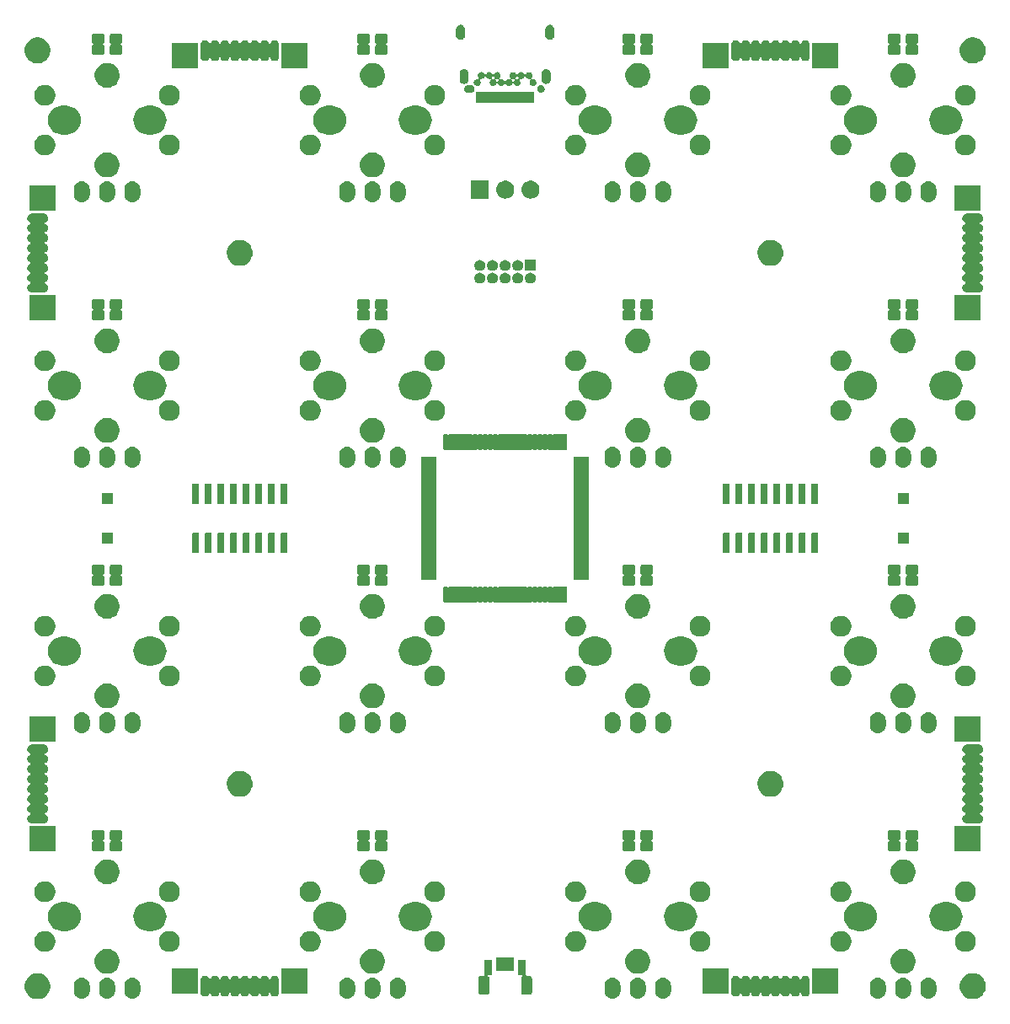
<source format=gbr>
G04 #@! TF.GenerationSoftware,KiCad,Pcbnew,(5.1.2)-2*
G04 #@! TF.CreationDate,2020-03-23T14:02:15+01:00*
G04 #@! TF.ProjectId,PO16_BU16,504f3136-5f42-4553-9136-2e6b69636164,rev?*
G04 #@! TF.SameCoordinates,Original*
G04 #@! TF.FileFunction,Soldermask,Top*
G04 #@! TF.FilePolarity,Negative*
%FSLAX46Y46*%
G04 Gerber Fmt 4.6, Leading zero omitted, Abs format (unit mm)*
G04 Created by KiCad (PCBNEW (5.1.2)-2) date 2020-03-23 14:02:15*
%MOMM*%
%LPD*%
G04 APERTURE LIST*
%ADD10C,0.100000*%
G04 APERTURE END LIST*
D10*
G36*
X147379488Y-145748997D02*
G01*
X147616255Y-145847069D01*
X147616257Y-145847070D01*
X147829338Y-145989446D01*
X148010554Y-146170662D01*
X148098037Y-146301589D01*
X148152931Y-146383745D01*
X148251003Y-146620512D01*
X148301000Y-146871863D01*
X148301000Y-147128137D01*
X148251003Y-147379488D01*
X148154632Y-147612148D01*
X148152930Y-147616257D01*
X148010554Y-147829338D01*
X147829338Y-148010554D01*
X147616257Y-148152930D01*
X147616256Y-148152931D01*
X147616255Y-148152931D01*
X147379488Y-148251003D01*
X147128137Y-148301000D01*
X146871863Y-148301000D01*
X146620512Y-148251003D01*
X146383745Y-148152931D01*
X146383744Y-148152931D01*
X146383743Y-148152930D01*
X146170662Y-148010554D01*
X145989446Y-147829338D01*
X145847070Y-147616257D01*
X145845368Y-147612148D01*
X145748997Y-147379488D01*
X145699000Y-147128137D01*
X145699000Y-146871863D01*
X145748997Y-146620512D01*
X145847069Y-146383745D01*
X145901964Y-146301589D01*
X145989446Y-146170662D01*
X146170662Y-145989446D01*
X146383743Y-145847070D01*
X146383745Y-145847069D01*
X146620512Y-145748997D01*
X146871863Y-145699000D01*
X147128137Y-145699000D01*
X147379488Y-145748997D01*
X147379488Y-145748997D01*
G37*
G36*
X53379488Y-145748997D02*
G01*
X53616255Y-145847069D01*
X53616257Y-145847070D01*
X53829338Y-145989446D01*
X54010554Y-146170662D01*
X54098037Y-146301589D01*
X54152931Y-146383745D01*
X54251003Y-146620512D01*
X54301000Y-146871863D01*
X54301000Y-147128137D01*
X54251003Y-147379488D01*
X54154632Y-147612148D01*
X54152930Y-147616257D01*
X54010554Y-147829338D01*
X53829338Y-148010554D01*
X53616257Y-148152930D01*
X53616256Y-148152931D01*
X53616255Y-148152931D01*
X53379488Y-148251003D01*
X53128137Y-148301000D01*
X52871863Y-148301000D01*
X52620512Y-148251003D01*
X52383745Y-148152931D01*
X52383744Y-148152931D01*
X52383743Y-148152930D01*
X52170662Y-148010554D01*
X51989446Y-147829338D01*
X51847070Y-147616257D01*
X51845368Y-147612148D01*
X51748997Y-147379488D01*
X51699000Y-147128137D01*
X51699000Y-146871863D01*
X51748997Y-146620512D01*
X51847069Y-146383745D01*
X51901964Y-146301589D01*
X51989446Y-146170662D01*
X52170662Y-145989446D01*
X52383743Y-145847070D01*
X52383745Y-145847069D01*
X52620512Y-145748997D01*
X52871863Y-145699000D01*
X53128137Y-145699000D01*
X53379488Y-145748997D01*
X53379488Y-145748997D01*
G37*
G36*
X137622022Y-146165590D02*
G01*
X137773014Y-146211393D01*
X137912161Y-146285769D01*
X137912162Y-146285770D01*
X137912164Y-146285771D01*
X138034133Y-146385867D01*
X138134229Y-146507835D01*
X138134230Y-146507837D01*
X138134231Y-146507838D01*
X138208607Y-146646985D01*
X138208607Y-146646986D01*
X138208608Y-146646988D01*
X138254410Y-146797977D01*
X138266000Y-146915655D01*
X138266000Y-147494345D01*
X138254410Y-147612023D01*
X138216881Y-147735741D01*
X138208607Y-147763015D01*
X138134231Y-147902162D01*
X138134229Y-147902165D01*
X138034133Y-148024133D01*
X137912165Y-148124229D01*
X137912163Y-148124230D01*
X137912162Y-148124231D01*
X137773015Y-148198607D01*
X137622023Y-148244410D01*
X137465000Y-148259875D01*
X137307978Y-148244410D01*
X137156989Y-148198608D01*
X137156986Y-148198607D01*
X137017839Y-148124231D01*
X137017838Y-148124230D01*
X137017836Y-148124229D01*
X136895868Y-148024133D01*
X136795771Y-147902165D01*
X136731117Y-147781206D01*
X136721393Y-147763015D01*
X136713120Y-147735741D01*
X136675590Y-147612023D01*
X136664000Y-147494345D01*
X136664000Y-146915656D01*
X136675590Y-146797978D01*
X136721392Y-146646989D01*
X136721393Y-146646986D01*
X136795769Y-146507839D01*
X136795772Y-146507835D01*
X136895867Y-146385867D01*
X137017835Y-146285771D01*
X137017837Y-146285770D01*
X137017838Y-146285769D01*
X137156985Y-146211393D01*
X137307977Y-146165590D01*
X137465000Y-146150125D01*
X137622022Y-146165590D01*
X137622022Y-146165590D01*
G37*
G36*
X142702022Y-146165590D02*
G01*
X142853014Y-146211393D01*
X142992161Y-146285769D01*
X142992162Y-146285770D01*
X142992164Y-146285771D01*
X143114133Y-146385867D01*
X143214229Y-146507835D01*
X143214230Y-146507837D01*
X143214231Y-146507838D01*
X143288607Y-146646985D01*
X143288607Y-146646986D01*
X143288608Y-146646988D01*
X143334410Y-146797977D01*
X143346000Y-146915655D01*
X143346000Y-147494345D01*
X143334410Y-147612023D01*
X143296881Y-147735741D01*
X143288607Y-147763015D01*
X143214231Y-147902162D01*
X143214229Y-147902165D01*
X143114133Y-148024133D01*
X142992165Y-148124229D01*
X142992163Y-148124230D01*
X142992162Y-148124231D01*
X142853015Y-148198607D01*
X142702023Y-148244410D01*
X142545000Y-148259875D01*
X142387978Y-148244410D01*
X142236989Y-148198608D01*
X142236986Y-148198607D01*
X142097839Y-148124231D01*
X142097838Y-148124230D01*
X142097836Y-148124229D01*
X141975868Y-148024133D01*
X141875771Y-147902165D01*
X141811117Y-147781206D01*
X141801393Y-147763015D01*
X141793120Y-147735741D01*
X141755590Y-147612023D01*
X141744000Y-147494345D01*
X141744000Y-146915656D01*
X141755590Y-146797978D01*
X141801392Y-146646989D01*
X141801393Y-146646986D01*
X141875769Y-146507839D01*
X141875772Y-146507835D01*
X141975867Y-146385867D01*
X142097835Y-146285771D01*
X142097837Y-146285770D01*
X142097838Y-146285769D01*
X142236985Y-146211393D01*
X142387977Y-146165590D01*
X142545000Y-146150125D01*
X142702022Y-146165590D01*
X142702022Y-146165590D01*
G37*
G36*
X140162022Y-146165590D02*
G01*
X140313014Y-146211393D01*
X140452161Y-146285769D01*
X140452162Y-146285770D01*
X140452164Y-146285771D01*
X140574133Y-146385867D01*
X140674229Y-146507835D01*
X140674230Y-146507837D01*
X140674231Y-146507838D01*
X140748607Y-146646985D01*
X140748607Y-146646986D01*
X140748608Y-146646988D01*
X140794410Y-146797977D01*
X140806000Y-146915655D01*
X140806000Y-147494345D01*
X140794410Y-147612023D01*
X140756881Y-147735741D01*
X140748607Y-147763015D01*
X140674231Y-147902162D01*
X140674229Y-147902165D01*
X140574133Y-148024133D01*
X140452165Y-148124229D01*
X140452163Y-148124230D01*
X140452162Y-148124231D01*
X140313015Y-148198607D01*
X140162023Y-148244410D01*
X140005000Y-148259875D01*
X139847978Y-148244410D01*
X139696989Y-148198608D01*
X139696986Y-148198607D01*
X139557839Y-148124231D01*
X139557838Y-148124230D01*
X139557836Y-148124229D01*
X139435868Y-148024133D01*
X139335771Y-147902165D01*
X139271117Y-147781206D01*
X139261393Y-147763015D01*
X139253120Y-147735741D01*
X139215590Y-147612023D01*
X139204000Y-147494345D01*
X139204000Y-146915656D01*
X139215590Y-146797978D01*
X139261392Y-146646989D01*
X139261393Y-146646986D01*
X139335769Y-146507839D01*
X139335772Y-146507835D01*
X139435867Y-146385867D01*
X139557835Y-146285771D01*
X139557837Y-146285770D01*
X139557838Y-146285769D01*
X139696985Y-146211393D01*
X139847977Y-146165590D01*
X140005000Y-146150125D01*
X140162022Y-146165590D01*
X140162022Y-146165590D01*
G37*
G36*
X116032022Y-146165590D02*
G01*
X116183014Y-146211393D01*
X116322161Y-146285769D01*
X116322162Y-146285770D01*
X116322164Y-146285771D01*
X116444133Y-146385867D01*
X116544229Y-146507835D01*
X116544230Y-146507837D01*
X116544231Y-146507838D01*
X116618607Y-146646985D01*
X116618607Y-146646986D01*
X116618608Y-146646988D01*
X116664410Y-146797977D01*
X116676000Y-146915655D01*
X116676000Y-147494345D01*
X116664410Y-147612023D01*
X116626881Y-147735741D01*
X116618607Y-147763015D01*
X116544231Y-147902162D01*
X116544229Y-147902165D01*
X116444133Y-148024133D01*
X116322165Y-148124229D01*
X116322163Y-148124230D01*
X116322162Y-148124231D01*
X116183015Y-148198607D01*
X116032023Y-148244410D01*
X115875000Y-148259875D01*
X115717978Y-148244410D01*
X115566989Y-148198608D01*
X115566986Y-148198607D01*
X115427839Y-148124231D01*
X115427838Y-148124230D01*
X115427836Y-148124229D01*
X115305868Y-148024133D01*
X115205771Y-147902165D01*
X115141117Y-147781206D01*
X115131393Y-147763015D01*
X115123120Y-147735741D01*
X115085590Y-147612023D01*
X115074000Y-147494345D01*
X115074000Y-146915656D01*
X115085590Y-146797978D01*
X115131392Y-146646989D01*
X115131393Y-146646986D01*
X115205769Y-146507839D01*
X115205772Y-146507835D01*
X115305867Y-146385867D01*
X115427835Y-146285771D01*
X115427837Y-146285770D01*
X115427838Y-146285769D01*
X115566985Y-146211393D01*
X115717977Y-146165590D01*
X115875000Y-146150125D01*
X116032022Y-146165590D01*
X116032022Y-146165590D01*
G37*
G36*
X113492022Y-146165590D02*
G01*
X113643014Y-146211393D01*
X113782161Y-146285769D01*
X113782162Y-146285770D01*
X113782164Y-146285771D01*
X113904133Y-146385867D01*
X114004229Y-146507835D01*
X114004230Y-146507837D01*
X114004231Y-146507838D01*
X114078607Y-146646985D01*
X114078607Y-146646986D01*
X114078608Y-146646988D01*
X114124410Y-146797977D01*
X114136000Y-146915655D01*
X114136000Y-147494345D01*
X114124410Y-147612023D01*
X114086881Y-147735741D01*
X114078607Y-147763015D01*
X114004231Y-147902162D01*
X114004229Y-147902165D01*
X113904133Y-148024133D01*
X113782165Y-148124229D01*
X113782163Y-148124230D01*
X113782162Y-148124231D01*
X113643015Y-148198607D01*
X113492023Y-148244410D01*
X113335000Y-148259875D01*
X113177978Y-148244410D01*
X113026989Y-148198608D01*
X113026986Y-148198607D01*
X112887839Y-148124231D01*
X112887838Y-148124230D01*
X112887836Y-148124229D01*
X112765868Y-148024133D01*
X112665771Y-147902165D01*
X112601117Y-147781206D01*
X112591393Y-147763015D01*
X112583120Y-147735741D01*
X112545590Y-147612023D01*
X112534000Y-147494345D01*
X112534000Y-146915656D01*
X112545590Y-146797978D01*
X112591392Y-146646989D01*
X112591393Y-146646986D01*
X112665769Y-146507839D01*
X112665772Y-146507835D01*
X112765867Y-146385867D01*
X112887835Y-146285771D01*
X112887837Y-146285770D01*
X112887838Y-146285769D01*
X113026985Y-146211393D01*
X113177977Y-146165590D01*
X113335000Y-146150125D01*
X113492022Y-146165590D01*
X113492022Y-146165590D01*
G37*
G36*
X110952022Y-146165590D02*
G01*
X111103014Y-146211393D01*
X111242161Y-146285769D01*
X111242162Y-146285770D01*
X111242164Y-146285771D01*
X111364133Y-146385867D01*
X111464229Y-146507835D01*
X111464230Y-146507837D01*
X111464231Y-146507838D01*
X111538607Y-146646985D01*
X111538607Y-146646986D01*
X111538608Y-146646988D01*
X111584410Y-146797977D01*
X111596000Y-146915655D01*
X111596000Y-147494345D01*
X111584410Y-147612023D01*
X111546881Y-147735741D01*
X111538607Y-147763015D01*
X111464231Y-147902162D01*
X111464229Y-147902165D01*
X111364133Y-148024133D01*
X111242165Y-148124229D01*
X111242163Y-148124230D01*
X111242162Y-148124231D01*
X111103015Y-148198607D01*
X110952023Y-148244410D01*
X110795000Y-148259875D01*
X110637978Y-148244410D01*
X110486989Y-148198608D01*
X110486986Y-148198607D01*
X110347839Y-148124231D01*
X110347838Y-148124230D01*
X110347836Y-148124229D01*
X110225868Y-148024133D01*
X110125771Y-147902165D01*
X110061117Y-147781206D01*
X110051393Y-147763015D01*
X110043120Y-147735741D01*
X110005590Y-147612023D01*
X109994000Y-147494345D01*
X109994000Y-146915656D01*
X110005590Y-146797978D01*
X110051392Y-146646989D01*
X110051393Y-146646986D01*
X110125769Y-146507839D01*
X110125772Y-146507835D01*
X110225867Y-146385867D01*
X110347835Y-146285771D01*
X110347837Y-146285770D01*
X110347838Y-146285769D01*
X110486985Y-146211393D01*
X110637977Y-146165590D01*
X110795000Y-146150125D01*
X110952022Y-146165590D01*
X110952022Y-146165590D01*
G37*
G36*
X89362022Y-146165590D02*
G01*
X89513014Y-146211393D01*
X89652161Y-146285769D01*
X89652162Y-146285770D01*
X89652164Y-146285771D01*
X89774133Y-146385867D01*
X89874229Y-146507835D01*
X89874230Y-146507837D01*
X89874231Y-146507838D01*
X89948607Y-146646985D01*
X89948607Y-146646986D01*
X89948608Y-146646988D01*
X89994410Y-146797977D01*
X90006000Y-146915655D01*
X90006000Y-147494345D01*
X89994410Y-147612023D01*
X89956881Y-147735741D01*
X89948607Y-147763015D01*
X89874231Y-147902162D01*
X89874229Y-147902165D01*
X89774133Y-148024133D01*
X89652165Y-148124229D01*
X89652163Y-148124230D01*
X89652162Y-148124231D01*
X89513015Y-148198607D01*
X89362023Y-148244410D01*
X89205000Y-148259875D01*
X89047978Y-148244410D01*
X88896989Y-148198608D01*
X88896986Y-148198607D01*
X88757839Y-148124231D01*
X88757838Y-148124230D01*
X88757836Y-148124229D01*
X88635868Y-148024133D01*
X88535771Y-147902165D01*
X88471117Y-147781206D01*
X88461393Y-147763015D01*
X88453120Y-147735741D01*
X88415590Y-147612023D01*
X88404000Y-147494345D01*
X88404000Y-146915656D01*
X88415590Y-146797978D01*
X88461392Y-146646989D01*
X88461393Y-146646986D01*
X88535769Y-146507839D01*
X88535772Y-146507835D01*
X88635867Y-146385867D01*
X88757835Y-146285771D01*
X88757837Y-146285770D01*
X88757838Y-146285769D01*
X88896985Y-146211393D01*
X89047977Y-146165590D01*
X89205000Y-146150125D01*
X89362022Y-146165590D01*
X89362022Y-146165590D01*
G37*
G36*
X86822022Y-146165590D02*
G01*
X86973014Y-146211393D01*
X87112161Y-146285769D01*
X87112162Y-146285770D01*
X87112164Y-146285771D01*
X87234133Y-146385867D01*
X87334229Y-146507835D01*
X87334230Y-146507837D01*
X87334231Y-146507838D01*
X87408607Y-146646985D01*
X87408607Y-146646986D01*
X87408608Y-146646988D01*
X87454410Y-146797977D01*
X87466000Y-146915655D01*
X87466000Y-147494345D01*
X87454410Y-147612023D01*
X87416881Y-147735741D01*
X87408607Y-147763015D01*
X87334231Y-147902162D01*
X87334229Y-147902165D01*
X87234133Y-148024133D01*
X87112165Y-148124229D01*
X87112163Y-148124230D01*
X87112162Y-148124231D01*
X86973015Y-148198607D01*
X86822023Y-148244410D01*
X86665000Y-148259875D01*
X86507978Y-148244410D01*
X86356989Y-148198608D01*
X86356986Y-148198607D01*
X86217839Y-148124231D01*
X86217838Y-148124230D01*
X86217836Y-148124229D01*
X86095868Y-148024133D01*
X85995771Y-147902165D01*
X85931117Y-147781206D01*
X85921393Y-147763015D01*
X85913120Y-147735741D01*
X85875590Y-147612023D01*
X85864000Y-147494345D01*
X85864000Y-146915656D01*
X85875590Y-146797978D01*
X85921392Y-146646989D01*
X85921393Y-146646986D01*
X85995769Y-146507839D01*
X85995772Y-146507835D01*
X86095867Y-146385867D01*
X86217835Y-146285771D01*
X86217837Y-146285770D01*
X86217838Y-146285769D01*
X86356985Y-146211393D01*
X86507977Y-146165590D01*
X86665000Y-146150125D01*
X86822022Y-146165590D01*
X86822022Y-146165590D01*
G37*
G36*
X60152022Y-146165590D02*
G01*
X60303014Y-146211393D01*
X60442161Y-146285769D01*
X60442162Y-146285770D01*
X60442164Y-146285771D01*
X60564133Y-146385867D01*
X60664229Y-146507835D01*
X60664230Y-146507837D01*
X60664231Y-146507838D01*
X60738607Y-146646985D01*
X60738607Y-146646986D01*
X60738608Y-146646988D01*
X60784410Y-146797977D01*
X60796000Y-146915655D01*
X60796000Y-147494345D01*
X60784410Y-147612023D01*
X60746881Y-147735741D01*
X60738607Y-147763015D01*
X60664231Y-147902162D01*
X60664229Y-147902165D01*
X60564133Y-148024133D01*
X60442165Y-148124229D01*
X60442163Y-148124230D01*
X60442162Y-148124231D01*
X60303015Y-148198607D01*
X60303012Y-148198608D01*
X60152023Y-148244410D01*
X59995000Y-148259875D01*
X59837978Y-148244410D01*
X59686986Y-148198607D01*
X59547839Y-148124231D01*
X59547838Y-148124230D01*
X59547836Y-148124229D01*
X59425868Y-148024133D01*
X59325771Y-147902165D01*
X59261117Y-147781206D01*
X59251393Y-147763015D01*
X59243120Y-147735741D01*
X59205590Y-147612023D01*
X59194000Y-147494345D01*
X59194000Y-146915656D01*
X59205590Y-146797978D01*
X59251392Y-146646989D01*
X59251393Y-146646986D01*
X59325769Y-146507839D01*
X59325772Y-146507835D01*
X59425867Y-146385867D01*
X59547835Y-146285771D01*
X59547837Y-146285770D01*
X59547838Y-146285769D01*
X59686985Y-146211393D01*
X59837977Y-146165590D01*
X59995000Y-146150125D01*
X60152022Y-146165590D01*
X60152022Y-146165590D01*
G37*
G36*
X62692022Y-146165590D02*
G01*
X62843014Y-146211393D01*
X62982161Y-146285769D01*
X62982162Y-146285770D01*
X62982164Y-146285771D01*
X63104133Y-146385867D01*
X63204229Y-146507835D01*
X63204230Y-146507837D01*
X63204231Y-146507838D01*
X63278607Y-146646985D01*
X63278607Y-146646986D01*
X63278608Y-146646988D01*
X63324410Y-146797977D01*
X63336000Y-146915655D01*
X63336000Y-147494345D01*
X63324410Y-147612023D01*
X63286881Y-147735741D01*
X63278607Y-147763015D01*
X63204231Y-147902162D01*
X63204229Y-147902165D01*
X63104133Y-148024133D01*
X62982165Y-148124229D01*
X62982163Y-148124230D01*
X62982162Y-148124231D01*
X62843015Y-148198607D01*
X62843012Y-148198608D01*
X62692023Y-148244410D01*
X62535000Y-148259875D01*
X62377978Y-148244410D01*
X62226986Y-148198607D01*
X62087839Y-148124231D01*
X62087838Y-148124230D01*
X62087836Y-148124229D01*
X61965868Y-148024133D01*
X61865771Y-147902165D01*
X61801117Y-147781206D01*
X61791393Y-147763015D01*
X61783120Y-147735741D01*
X61745590Y-147612023D01*
X61734000Y-147494345D01*
X61734000Y-146915656D01*
X61745590Y-146797978D01*
X61791392Y-146646989D01*
X61791393Y-146646986D01*
X61865769Y-146507839D01*
X61865772Y-146507835D01*
X61965867Y-146385867D01*
X62087835Y-146285771D01*
X62087837Y-146285770D01*
X62087838Y-146285769D01*
X62226985Y-146211393D01*
X62377977Y-146165590D01*
X62535000Y-146150125D01*
X62692022Y-146165590D01*
X62692022Y-146165590D01*
G37*
G36*
X57612022Y-146165590D02*
G01*
X57763014Y-146211393D01*
X57902161Y-146285769D01*
X57902162Y-146285770D01*
X57902164Y-146285771D01*
X58024133Y-146385867D01*
X58124229Y-146507835D01*
X58124230Y-146507837D01*
X58124231Y-146507838D01*
X58198607Y-146646985D01*
X58198607Y-146646986D01*
X58198608Y-146646988D01*
X58244410Y-146797977D01*
X58256000Y-146915655D01*
X58256000Y-147494345D01*
X58244410Y-147612023D01*
X58206881Y-147735741D01*
X58198607Y-147763015D01*
X58124231Y-147902162D01*
X58124229Y-147902165D01*
X58024133Y-148024133D01*
X57902165Y-148124229D01*
X57902163Y-148124230D01*
X57902162Y-148124231D01*
X57763015Y-148198607D01*
X57763012Y-148198608D01*
X57612023Y-148244410D01*
X57455000Y-148259875D01*
X57297978Y-148244410D01*
X57146986Y-148198607D01*
X57007839Y-148124231D01*
X57007838Y-148124230D01*
X57007836Y-148124229D01*
X56885868Y-148024133D01*
X56785771Y-147902165D01*
X56721117Y-147781206D01*
X56711393Y-147763015D01*
X56703120Y-147735741D01*
X56665590Y-147612023D01*
X56654000Y-147494345D01*
X56654000Y-146915656D01*
X56665590Y-146797978D01*
X56711392Y-146646989D01*
X56711393Y-146646986D01*
X56785769Y-146507839D01*
X56785772Y-146507835D01*
X56885867Y-146385867D01*
X57007835Y-146285771D01*
X57007837Y-146285770D01*
X57007838Y-146285769D01*
X57146985Y-146211393D01*
X57297977Y-146165590D01*
X57455000Y-146150125D01*
X57612022Y-146165590D01*
X57612022Y-146165590D01*
G37*
G36*
X84282022Y-146165590D02*
G01*
X84433014Y-146211393D01*
X84572161Y-146285769D01*
X84572162Y-146285770D01*
X84572164Y-146285771D01*
X84694133Y-146385867D01*
X84794229Y-146507835D01*
X84794230Y-146507837D01*
X84794231Y-146507838D01*
X84868607Y-146646985D01*
X84868607Y-146646986D01*
X84868608Y-146646988D01*
X84914410Y-146797977D01*
X84926000Y-146915655D01*
X84926000Y-147494345D01*
X84914410Y-147612023D01*
X84876881Y-147735741D01*
X84868607Y-147763015D01*
X84794231Y-147902162D01*
X84794229Y-147902165D01*
X84694133Y-148024133D01*
X84572165Y-148124229D01*
X84572163Y-148124230D01*
X84572162Y-148124231D01*
X84433015Y-148198607D01*
X84433012Y-148198608D01*
X84282023Y-148244410D01*
X84125000Y-148259875D01*
X83967978Y-148244410D01*
X83816986Y-148198607D01*
X83677839Y-148124231D01*
X83677838Y-148124230D01*
X83677836Y-148124229D01*
X83555868Y-148024133D01*
X83455771Y-147902165D01*
X83391117Y-147781206D01*
X83381393Y-147763015D01*
X83373120Y-147735741D01*
X83335590Y-147612023D01*
X83324000Y-147494345D01*
X83324000Y-146915656D01*
X83335590Y-146797978D01*
X83381392Y-146646989D01*
X83381393Y-146646986D01*
X83455769Y-146507839D01*
X83455772Y-146507835D01*
X83555867Y-146385867D01*
X83677835Y-146285771D01*
X83677837Y-146285770D01*
X83677838Y-146285769D01*
X83816985Y-146211393D01*
X83967977Y-146165590D01*
X84125000Y-146150125D01*
X84282022Y-146165590D01*
X84282022Y-146165590D01*
G37*
G36*
X76918411Y-145945526D02*
G01*
X77003425Y-145971314D01*
X77081774Y-146013193D01*
X77150448Y-146069552D01*
X77206807Y-146138226D01*
X77248686Y-146216575D01*
X77274474Y-146301589D01*
X77281000Y-146367846D01*
X77281000Y-147612154D01*
X77274474Y-147678411D01*
X77248686Y-147763425D01*
X77206807Y-147841774D01*
X77150448Y-147910448D01*
X77081773Y-147966807D01*
X77003424Y-148008686D01*
X76918410Y-148034474D01*
X76830000Y-148043182D01*
X76741589Y-148034474D01*
X76656575Y-148008686D01*
X76578226Y-147966807D01*
X76509552Y-147910448D01*
X76453193Y-147841773D01*
X76411314Y-147763424D01*
X76402913Y-147735729D01*
X76397201Y-147721941D01*
X76388902Y-147709521D01*
X76378340Y-147698958D01*
X76365920Y-147690659D01*
X76352119Y-147684943D01*
X76337469Y-147682029D01*
X76322531Y-147682029D01*
X76307880Y-147684943D01*
X76294080Y-147690660D01*
X76281660Y-147698959D01*
X76271097Y-147709521D01*
X76262798Y-147721941D01*
X76257087Y-147735730D01*
X76248686Y-147763425D01*
X76206807Y-147841774D01*
X76150448Y-147910448D01*
X76081773Y-147966807D01*
X76003424Y-148008686D01*
X75918410Y-148034474D01*
X75830000Y-148043182D01*
X75741589Y-148034474D01*
X75656575Y-148008686D01*
X75578226Y-147966807D01*
X75509552Y-147910448D01*
X75453193Y-147841773D01*
X75411314Y-147763424D01*
X75402913Y-147735729D01*
X75397201Y-147721941D01*
X75388902Y-147709521D01*
X75378340Y-147698958D01*
X75365920Y-147690659D01*
X75352119Y-147684943D01*
X75337469Y-147682029D01*
X75322531Y-147682029D01*
X75307880Y-147684943D01*
X75294080Y-147690660D01*
X75281660Y-147698959D01*
X75271097Y-147709521D01*
X75262798Y-147721941D01*
X75257087Y-147735730D01*
X75248686Y-147763425D01*
X75206807Y-147841774D01*
X75150448Y-147910448D01*
X75081773Y-147966807D01*
X75003424Y-148008686D01*
X74918410Y-148034474D01*
X74830000Y-148043182D01*
X74741589Y-148034474D01*
X74656575Y-148008686D01*
X74578226Y-147966807D01*
X74509552Y-147910448D01*
X74453193Y-147841773D01*
X74411314Y-147763424D01*
X74402913Y-147735729D01*
X74397201Y-147721941D01*
X74388902Y-147709521D01*
X74378340Y-147698958D01*
X74365920Y-147690659D01*
X74352119Y-147684943D01*
X74337469Y-147682029D01*
X74322531Y-147682029D01*
X74307880Y-147684943D01*
X74294080Y-147690660D01*
X74281660Y-147698959D01*
X74271097Y-147709521D01*
X74262798Y-147721941D01*
X74257087Y-147735730D01*
X74248686Y-147763425D01*
X74206807Y-147841774D01*
X74150448Y-147910448D01*
X74081773Y-147966807D01*
X74003424Y-148008686D01*
X73918410Y-148034474D01*
X73830000Y-148043182D01*
X73741589Y-148034474D01*
X73656575Y-148008686D01*
X73578226Y-147966807D01*
X73509552Y-147910448D01*
X73453193Y-147841773D01*
X73411314Y-147763424D01*
X73402913Y-147735729D01*
X73397201Y-147721941D01*
X73388902Y-147709521D01*
X73378340Y-147698958D01*
X73365920Y-147690659D01*
X73352119Y-147684943D01*
X73337469Y-147682029D01*
X73322531Y-147682029D01*
X73307880Y-147684943D01*
X73294080Y-147690660D01*
X73281660Y-147698959D01*
X73271097Y-147709521D01*
X73262798Y-147721941D01*
X73257087Y-147735730D01*
X73248686Y-147763425D01*
X73206807Y-147841774D01*
X73150448Y-147910448D01*
X73081773Y-147966807D01*
X73003424Y-148008686D01*
X72918410Y-148034474D01*
X72830000Y-148043182D01*
X72741589Y-148034474D01*
X72656575Y-148008686D01*
X72578226Y-147966807D01*
X72509552Y-147910448D01*
X72453193Y-147841773D01*
X72411314Y-147763424D01*
X72402913Y-147735729D01*
X72397201Y-147721941D01*
X72388902Y-147709521D01*
X72378340Y-147698958D01*
X72365920Y-147690659D01*
X72352119Y-147684943D01*
X72337469Y-147682029D01*
X72322531Y-147682029D01*
X72307880Y-147684943D01*
X72294080Y-147690660D01*
X72281660Y-147698959D01*
X72271097Y-147709521D01*
X72262798Y-147721941D01*
X72257087Y-147735730D01*
X72248686Y-147763425D01*
X72206807Y-147841774D01*
X72150448Y-147910448D01*
X72081773Y-147966807D01*
X72003424Y-148008686D01*
X71918410Y-148034474D01*
X71830000Y-148043182D01*
X71741589Y-148034474D01*
X71656575Y-148008686D01*
X71578226Y-147966807D01*
X71509552Y-147910448D01*
X71453193Y-147841773D01*
X71411314Y-147763424D01*
X71402913Y-147735729D01*
X71397201Y-147721941D01*
X71388902Y-147709521D01*
X71378340Y-147698958D01*
X71365920Y-147690659D01*
X71352119Y-147684943D01*
X71337469Y-147682029D01*
X71322531Y-147682029D01*
X71307880Y-147684943D01*
X71294080Y-147690660D01*
X71281660Y-147698959D01*
X71271097Y-147709521D01*
X71262798Y-147721941D01*
X71257087Y-147735730D01*
X71248686Y-147763425D01*
X71206807Y-147841774D01*
X71150448Y-147910448D01*
X71081773Y-147966807D01*
X71003424Y-148008686D01*
X70918410Y-148034474D01*
X70830000Y-148043182D01*
X70741589Y-148034474D01*
X70656575Y-148008686D01*
X70578226Y-147966807D01*
X70509552Y-147910448D01*
X70453193Y-147841773D01*
X70411314Y-147763424D01*
X70402913Y-147735729D01*
X70397201Y-147721941D01*
X70388902Y-147709521D01*
X70378340Y-147698958D01*
X70365920Y-147690659D01*
X70352119Y-147684943D01*
X70337469Y-147682029D01*
X70322531Y-147682029D01*
X70307880Y-147684943D01*
X70294080Y-147690660D01*
X70281660Y-147698959D01*
X70271097Y-147709521D01*
X70262798Y-147721941D01*
X70257087Y-147735730D01*
X70248686Y-147763425D01*
X70206807Y-147841774D01*
X70150448Y-147910448D01*
X70081773Y-147966807D01*
X70003424Y-148008686D01*
X69918410Y-148034474D01*
X69830000Y-148043182D01*
X69741589Y-148034474D01*
X69656575Y-148008686D01*
X69578226Y-147966807D01*
X69509552Y-147910448D01*
X69453193Y-147841773D01*
X69411314Y-147763424D01*
X69385526Y-147678410D01*
X69379000Y-147612153D01*
X69379001Y-146367846D01*
X69385527Y-146301589D01*
X69411315Y-146216575D01*
X69453194Y-146138226D01*
X69509553Y-146069552D01*
X69578227Y-146013193D01*
X69656576Y-145971314D01*
X69741590Y-145945526D01*
X69830000Y-145936818D01*
X69918411Y-145945526D01*
X70003425Y-145971314D01*
X70081774Y-146013193D01*
X70150448Y-146069552D01*
X70206807Y-146138226D01*
X70248686Y-146216575D01*
X70257087Y-146244270D01*
X70262798Y-146258059D01*
X70271097Y-146270479D01*
X70281659Y-146281042D01*
X70294079Y-146289341D01*
X70307880Y-146295058D01*
X70322530Y-146297972D01*
X70337468Y-146297972D01*
X70352118Y-146295058D01*
X70365919Y-146289342D01*
X70378339Y-146281043D01*
X70388902Y-146270481D01*
X70397201Y-146258061D01*
X70402915Y-146244268D01*
X70411315Y-146216575D01*
X70453194Y-146138226D01*
X70509553Y-146069552D01*
X70578227Y-146013193D01*
X70656576Y-145971314D01*
X70741590Y-145945526D01*
X70830000Y-145936818D01*
X70918411Y-145945526D01*
X71003425Y-145971314D01*
X71081774Y-146013193D01*
X71150448Y-146069552D01*
X71206807Y-146138226D01*
X71248686Y-146216575D01*
X71257087Y-146244270D01*
X71262798Y-146258059D01*
X71271097Y-146270479D01*
X71281659Y-146281042D01*
X71294079Y-146289341D01*
X71307880Y-146295058D01*
X71322530Y-146297972D01*
X71337468Y-146297972D01*
X71352118Y-146295058D01*
X71365919Y-146289342D01*
X71378339Y-146281043D01*
X71388902Y-146270481D01*
X71397201Y-146258061D01*
X71402915Y-146244268D01*
X71411315Y-146216575D01*
X71453194Y-146138226D01*
X71509553Y-146069552D01*
X71578227Y-146013193D01*
X71656576Y-145971314D01*
X71741590Y-145945526D01*
X71830000Y-145936818D01*
X71918411Y-145945526D01*
X72003425Y-145971314D01*
X72081774Y-146013193D01*
X72150448Y-146069552D01*
X72206807Y-146138226D01*
X72248686Y-146216575D01*
X72257087Y-146244270D01*
X72262798Y-146258059D01*
X72271097Y-146270479D01*
X72281659Y-146281042D01*
X72294079Y-146289341D01*
X72307880Y-146295058D01*
X72322530Y-146297972D01*
X72337468Y-146297972D01*
X72352118Y-146295058D01*
X72365919Y-146289342D01*
X72378339Y-146281043D01*
X72388902Y-146270481D01*
X72397201Y-146258061D01*
X72402915Y-146244268D01*
X72411315Y-146216575D01*
X72453194Y-146138226D01*
X72509553Y-146069552D01*
X72578227Y-146013193D01*
X72656576Y-145971314D01*
X72741590Y-145945526D01*
X72830000Y-145936818D01*
X72918411Y-145945526D01*
X73003425Y-145971314D01*
X73081774Y-146013193D01*
X73150448Y-146069552D01*
X73206807Y-146138226D01*
X73248686Y-146216575D01*
X73257087Y-146244270D01*
X73262798Y-146258059D01*
X73271097Y-146270479D01*
X73281659Y-146281042D01*
X73294079Y-146289341D01*
X73307880Y-146295058D01*
X73322530Y-146297972D01*
X73337468Y-146297972D01*
X73352118Y-146295058D01*
X73365919Y-146289342D01*
X73378339Y-146281043D01*
X73388902Y-146270481D01*
X73397201Y-146258061D01*
X73402915Y-146244268D01*
X73411315Y-146216575D01*
X73453194Y-146138226D01*
X73509553Y-146069552D01*
X73578227Y-146013193D01*
X73656576Y-145971314D01*
X73741590Y-145945526D01*
X73830000Y-145936818D01*
X73918411Y-145945526D01*
X74003425Y-145971314D01*
X74081774Y-146013193D01*
X74150448Y-146069552D01*
X74206807Y-146138226D01*
X74248686Y-146216575D01*
X74257087Y-146244270D01*
X74262798Y-146258059D01*
X74271097Y-146270479D01*
X74281659Y-146281042D01*
X74294079Y-146289341D01*
X74307880Y-146295058D01*
X74322530Y-146297972D01*
X74337468Y-146297972D01*
X74352118Y-146295058D01*
X74365919Y-146289342D01*
X74378339Y-146281043D01*
X74388902Y-146270481D01*
X74397201Y-146258061D01*
X74402915Y-146244268D01*
X74411315Y-146216575D01*
X74453194Y-146138226D01*
X74509553Y-146069552D01*
X74578227Y-146013193D01*
X74656576Y-145971314D01*
X74741590Y-145945526D01*
X74830000Y-145936818D01*
X74918411Y-145945526D01*
X75003425Y-145971314D01*
X75081774Y-146013193D01*
X75150448Y-146069552D01*
X75206807Y-146138226D01*
X75248686Y-146216575D01*
X75257087Y-146244270D01*
X75262798Y-146258059D01*
X75271097Y-146270479D01*
X75281659Y-146281042D01*
X75294079Y-146289341D01*
X75307880Y-146295058D01*
X75322530Y-146297972D01*
X75337468Y-146297972D01*
X75352118Y-146295058D01*
X75365919Y-146289342D01*
X75378339Y-146281043D01*
X75388902Y-146270481D01*
X75397201Y-146258061D01*
X75402915Y-146244268D01*
X75411315Y-146216575D01*
X75453194Y-146138226D01*
X75509553Y-146069552D01*
X75578227Y-146013193D01*
X75656576Y-145971314D01*
X75741590Y-145945526D01*
X75830000Y-145936818D01*
X75918411Y-145945526D01*
X76003425Y-145971314D01*
X76081774Y-146013193D01*
X76150448Y-146069552D01*
X76206807Y-146138226D01*
X76248686Y-146216575D01*
X76257087Y-146244270D01*
X76262798Y-146258059D01*
X76271097Y-146270479D01*
X76281659Y-146281042D01*
X76294079Y-146289341D01*
X76307880Y-146295058D01*
X76322530Y-146297972D01*
X76337468Y-146297972D01*
X76352118Y-146295058D01*
X76365919Y-146289342D01*
X76378339Y-146281043D01*
X76388902Y-146270481D01*
X76397201Y-146258061D01*
X76402915Y-146244268D01*
X76411315Y-146216575D01*
X76453194Y-146138226D01*
X76509553Y-146069552D01*
X76578227Y-146013193D01*
X76656576Y-145971314D01*
X76741590Y-145945526D01*
X76830000Y-145936818D01*
X76918411Y-145945526D01*
X76918411Y-145945526D01*
G37*
G36*
X130258411Y-145945526D02*
G01*
X130343425Y-145971314D01*
X130421774Y-146013193D01*
X130490448Y-146069552D01*
X130546807Y-146138226D01*
X130588686Y-146216575D01*
X130614474Y-146301589D01*
X130621000Y-146367846D01*
X130621000Y-147612154D01*
X130614474Y-147678411D01*
X130588686Y-147763425D01*
X130546807Y-147841774D01*
X130490448Y-147910448D01*
X130421773Y-147966807D01*
X130343424Y-148008686D01*
X130258410Y-148034474D01*
X130170000Y-148043182D01*
X130081589Y-148034474D01*
X129996575Y-148008686D01*
X129918226Y-147966807D01*
X129849552Y-147910448D01*
X129793193Y-147841773D01*
X129751314Y-147763424D01*
X129742913Y-147735729D01*
X129737201Y-147721941D01*
X129728902Y-147709521D01*
X129718340Y-147698958D01*
X129705920Y-147690659D01*
X129692119Y-147684943D01*
X129677469Y-147682029D01*
X129662531Y-147682029D01*
X129647880Y-147684943D01*
X129634080Y-147690660D01*
X129621660Y-147698959D01*
X129611097Y-147709521D01*
X129602798Y-147721941D01*
X129597087Y-147735730D01*
X129588686Y-147763425D01*
X129546807Y-147841774D01*
X129490448Y-147910448D01*
X129421773Y-147966807D01*
X129343424Y-148008686D01*
X129258410Y-148034474D01*
X129170000Y-148043182D01*
X129081589Y-148034474D01*
X128996575Y-148008686D01*
X128918226Y-147966807D01*
X128849552Y-147910448D01*
X128793193Y-147841773D01*
X128751314Y-147763424D01*
X128742913Y-147735729D01*
X128737201Y-147721941D01*
X128728902Y-147709521D01*
X128718340Y-147698958D01*
X128705920Y-147690659D01*
X128692119Y-147684943D01*
X128677469Y-147682029D01*
X128662531Y-147682029D01*
X128647880Y-147684943D01*
X128634080Y-147690660D01*
X128621660Y-147698959D01*
X128611097Y-147709521D01*
X128602798Y-147721941D01*
X128597087Y-147735730D01*
X128588686Y-147763425D01*
X128546807Y-147841774D01*
X128490448Y-147910448D01*
X128421773Y-147966807D01*
X128343424Y-148008686D01*
X128258410Y-148034474D01*
X128170000Y-148043182D01*
X128081589Y-148034474D01*
X127996575Y-148008686D01*
X127918226Y-147966807D01*
X127849552Y-147910448D01*
X127793193Y-147841773D01*
X127751314Y-147763424D01*
X127742913Y-147735729D01*
X127737201Y-147721941D01*
X127728902Y-147709521D01*
X127718340Y-147698958D01*
X127705920Y-147690659D01*
X127692119Y-147684943D01*
X127677469Y-147682029D01*
X127662531Y-147682029D01*
X127647880Y-147684943D01*
X127634080Y-147690660D01*
X127621660Y-147698959D01*
X127611097Y-147709521D01*
X127602798Y-147721941D01*
X127597087Y-147735730D01*
X127588686Y-147763425D01*
X127546807Y-147841774D01*
X127490448Y-147910448D01*
X127421773Y-147966807D01*
X127343424Y-148008686D01*
X127258410Y-148034474D01*
X127170000Y-148043182D01*
X127081589Y-148034474D01*
X126996575Y-148008686D01*
X126918226Y-147966807D01*
X126849552Y-147910448D01*
X126793193Y-147841773D01*
X126751314Y-147763424D01*
X126742913Y-147735729D01*
X126737201Y-147721941D01*
X126728902Y-147709521D01*
X126718340Y-147698958D01*
X126705920Y-147690659D01*
X126692119Y-147684943D01*
X126677469Y-147682029D01*
X126662531Y-147682029D01*
X126647880Y-147684943D01*
X126634080Y-147690660D01*
X126621660Y-147698959D01*
X126611097Y-147709521D01*
X126602798Y-147721941D01*
X126597087Y-147735730D01*
X126588686Y-147763425D01*
X126546807Y-147841774D01*
X126490448Y-147910448D01*
X126421773Y-147966807D01*
X126343424Y-148008686D01*
X126258410Y-148034474D01*
X126170000Y-148043182D01*
X126081589Y-148034474D01*
X125996575Y-148008686D01*
X125918226Y-147966807D01*
X125849552Y-147910448D01*
X125793193Y-147841773D01*
X125751314Y-147763424D01*
X125742913Y-147735729D01*
X125737201Y-147721941D01*
X125728902Y-147709521D01*
X125718340Y-147698958D01*
X125705920Y-147690659D01*
X125692119Y-147684943D01*
X125677469Y-147682029D01*
X125662531Y-147682029D01*
X125647880Y-147684943D01*
X125634080Y-147690660D01*
X125621660Y-147698959D01*
X125611097Y-147709521D01*
X125602798Y-147721941D01*
X125597087Y-147735730D01*
X125588686Y-147763425D01*
X125546807Y-147841774D01*
X125490448Y-147910448D01*
X125421773Y-147966807D01*
X125343424Y-148008686D01*
X125258410Y-148034474D01*
X125170000Y-148043182D01*
X125081589Y-148034474D01*
X124996575Y-148008686D01*
X124918226Y-147966807D01*
X124849552Y-147910448D01*
X124793193Y-147841773D01*
X124751314Y-147763424D01*
X124742913Y-147735729D01*
X124737201Y-147721941D01*
X124728902Y-147709521D01*
X124718340Y-147698958D01*
X124705920Y-147690659D01*
X124692119Y-147684943D01*
X124677469Y-147682029D01*
X124662531Y-147682029D01*
X124647880Y-147684943D01*
X124634080Y-147690660D01*
X124621660Y-147698959D01*
X124611097Y-147709521D01*
X124602798Y-147721941D01*
X124597087Y-147735730D01*
X124588686Y-147763425D01*
X124546807Y-147841774D01*
X124490448Y-147910448D01*
X124421773Y-147966807D01*
X124343424Y-148008686D01*
X124258410Y-148034474D01*
X124170000Y-148043182D01*
X124081589Y-148034474D01*
X123996575Y-148008686D01*
X123918226Y-147966807D01*
X123849552Y-147910448D01*
X123793193Y-147841773D01*
X123751314Y-147763424D01*
X123742913Y-147735729D01*
X123737201Y-147721941D01*
X123728902Y-147709521D01*
X123718340Y-147698958D01*
X123705920Y-147690659D01*
X123692119Y-147684943D01*
X123677469Y-147682029D01*
X123662531Y-147682029D01*
X123647880Y-147684943D01*
X123634080Y-147690660D01*
X123621660Y-147698959D01*
X123611097Y-147709521D01*
X123602798Y-147721941D01*
X123597087Y-147735730D01*
X123588686Y-147763425D01*
X123546807Y-147841774D01*
X123490448Y-147910448D01*
X123421773Y-147966807D01*
X123343424Y-148008686D01*
X123258410Y-148034474D01*
X123170000Y-148043182D01*
X123081589Y-148034474D01*
X122996575Y-148008686D01*
X122918226Y-147966807D01*
X122849552Y-147910448D01*
X122793193Y-147841773D01*
X122751314Y-147763424D01*
X122725526Y-147678410D01*
X122719000Y-147612153D01*
X122719001Y-146367846D01*
X122725527Y-146301589D01*
X122751315Y-146216575D01*
X122793194Y-146138226D01*
X122849553Y-146069552D01*
X122918227Y-146013193D01*
X122996576Y-145971314D01*
X123081590Y-145945526D01*
X123170000Y-145936818D01*
X123258411Y-145945526D01*
X123343425Y-145971314D01*
X123421774Y-146013193D01*
X123490448Y-146069552D01*
X123546807Y-146138226D01*
X123588686Y-146216575D01*
X123597086Y-146244268D01*
X123602800Y-146258061D01*
X123611099Y-146270481D01*
X123621662Y-146281043D01*
X123634082Y-146289342D01*
X123647883Y-146295058D01*
X123662533Y-146297972D01*
X123677471Y-146297972D01*
X123692121Y-146295058D01*
X123705922Y-146289341D01*
X123718342Y-146281042D01*
X123728904Y-146270479D01*
X123737203Y-146258059D01*
X123742914Y-146244270D01*
X123751315Y-146216575D01*
X123793194Y-146138226D01*
X123849553Y-146069552D01*
X123918227Y-146013193D01*
X123996576Y-145971314D01*
X124081590Y-145945526D01*
X124170000Y-145936818D01*
X124258411Y-145945526D01*
X124343425Y-145971314D01*
X124421774Y-146013193D01*
X124490448Y-146069552D01*
X124546807Y-146138226D01*
X124588686Y-146216575D01*
X124597086Y-146244268D01*
X124602800Y-146258061D01*
X124611099Y-146270481D01*
X124621662Y-146281043D01*
X124634082Y-146289342D01*
X124647883Y-146295058D01*
X124662533Y-146297972D01*
X124677471Y-146297972D01*
X124692121Y-146295058D01*
X124705922Y-146289341D01*
X124718342Y-146281042D01*
X124728904Y-146270479D01*
X124737203Y-146258059D01*
X124742914Y-146244270D01*
X124751315Y-146216575D01*
X124793194Y-146138226D01*
X124849553Y-146069552D01*
X124918227Y-146013193D01*
X124996576Y-145971314D01*
X125081590Y-145945526D01*
X125170000Y-145936818D01*
X125258411Y-145945526D01*
X125343425Y-145971314D01*
X125421774Y-146013193D01*
X125490448Y-146069552D01*
X125546807Y-146138226D01*
X125588686Y-146216575D01*
X125597086Y-146244268D01*
X125602800Y-146258061D01*
X125611099Y-146270481D01*
X125621662Y-146281043D01*
X125634082Y-146289342D01*
X125647883Y-146295058D01*
X125662533Y-146297972D01*
X125677471Y-146297972D01*
X125692121Y-146295058D01*
X125705922Y-146289341D01*
X125718342Y-146281042D01*
X125728904Y-146270479D01*
X125737203Y-146258059D01*
X125742914Y-146244270D01*
X125751315Y-146216575D01*
X125793194Y-146138226D01*
X125849553Y-146069552D01*
X125918227Y-146013193D01*
X125996576Y-145971314D01*
X126081590Y-145945526D01*
X126170000Y-145936818D01*
X126258411Y-145945526D01*
X126343425Y-145971314D01*
X126421774Y-146013193D01*
X126490448Y-146069552D01*
X126546807Y-146138226D01*
X126588686Y-146216575D01*
X126597086Y-146244268D01*
X126602800Y-146258061D01*
X126611099Y-146270481D01*
X126621662Y-146281043D01*
X126634082Y-146289342D01*
X126647883Y-146295058D01*
X126662533Y-146297972D01*
X126677471Y-146297972D01*
X126692121Y-146295058D01*
X126705922Y-146289341D01*
X126718342Y-146281042D01*
X126728904Y-146270479D01*
X126737203Y-146258059D01*
X126742914Y-146244270D01*
X126751315Y-146216575D01*
X126793194Y-146138226D01*
X126849553Y-146069552D01*
X126918227Y-146013193D01*
X126996576Y-145971314D01*
X127081590Y-145945526D01*
X127170000Y-145936818D01*
X127258411Y-145945526D01*
X127343425Y-145971314D01*
X127421774Y-146013193D01*
X127490448Y-146069552D01*
X127546807Y-146138226D01*
X127588686Y-146216575D01*
X127597086Y-146244268D01*
X127602800Y-146258061D01*
X127611099Y-146270481D01*
X127621662Y-146281043D01*
X127634082Y-146289342D01*
X127647883Y-146295058D01*
X127662533Y-146297972D01*
X127677471Y-146297972D01*
X127692121Y-146295058D01*
X127705922Y-146289341D01*
X127718342Y-146281042D01*
X127728904Y-146270479D01*
X127737203Y-146258059D01*
X127742914Y-146244270D01*
X127751315Y-146216575D01*
X127793194Y-146138226D01*
X127849553Y-146069552D01*
X127918227Y-146013193D01*
X127996576Y-145971314D01*
X128081590Y-145945526D01*
X128170000Y-145936818D01*
X128258411Y-145945526D01*
X128343425Y-145971314D01*
X128421774Y-146013193D01*
X128490448Y-146069552D01*
X128546807Y-146138226D01*
X128588686Y-146216575D01*
X128597086Y-146244268D01*
X128602800Y-146258061D01*
X128611099Y-146270481D01*
X128621662Y-146281043D01*
X128634082Y-146289342D01*
X128647883Y-146295058D01*
X128662533Y-146297972D01*
X128677471Y-146297972D01*
X128692121Y-146295058D01*
X128705922Y-146289341D01*
X128718342Y-146281042D01*
X128728904Y-146270479D01*
X128737203Y-146258059D01*
X128742914Y-146244270D01*
X128751315Y-146216575D01*
X128793194Y-146138226D01*
X128849553Y-146069552D01*
X128918227Y-146013193D01*
X128996576Y-145971314D01*
X129081590Y-145945526D01*
X129170000Y-145936818D01*
X129258411Y-145945526D01*
X129343425Y-145971314D01*
X129421774Y-146013193D01*
X129490448Y-146069552D01*
X129546807Y-146138226D01*
X129588686Y-146216575D01*
X129597086Y-146244268D01*
X129602800Y-146258061D01*
X129611099Y-146270481D01*
X129621662Y-146281043D01*
X129634082Y-146289342D01*
X129647883Y-146295058D01*
X129662533Y-146297972D01*
X129677471Y-146297972D01*
X129692121Y-146295058D01*
X129705922Y-146289341D01*
X129718342Y-146281042D01*
X129728904Y-146270479D01*
X129737203Y-146258059D01*
X129742914Y-146244270D01*
X129751315Y-146216575D01*
X129793194Y-146138226D01*
X129849553Y-146069552D01*
X129918227Y-146013193D01*
X129996576Y-145971314D01*
X130081590Y-145945526D01*
X130170000Y-145936818D01*
X130258411Y-145945526D01*
X130258411Y-145945526D01*
G37*
G36*
X98701000Y-145851000D02*
G01*
X98339711Y-145851000D01*
X98324845Y-145852464D01*
X98310551Y-145856800D01*
X98297377Y-145863842D01*
X98285830Y-145873318D01*
X98276354Y-145884865D01*
X98269312Y-145898039D01*
X98264976Y-145912333D01*
X98263512Y-145927199D01*
X98264976Y-145942065D01*
X98269312Y-145956359D01*
X98276354Y-145969533D01*
X98285830Y-145981080D01*
X98291371Y-145986102D01*
X98331206Y-146018794D01*
X98360686Y-146054715D01*
X98382588Y-146095690D01*
X98396077Y-146140158D01*
X98401000Y-146190143D01*
X98401000Y-147609857D01*
X98396077Y-147659842D01*
X98382588Y-147704310D01*
X98360686Y-147745285D01*
X98331206Y-147781206D01*
X98295285Y-147810686D01*
X98254310Y-147832588D01*
X98209842Y-147846077D01*
X98159857Y-147851000D01*
X97540143Y-147851000D01*
X97490158Y-147846077D01*
X97445690Y-147832588D01*
X97404715Y-147810686D01*
X97368794Y-147781206D01*
X97339314Y-147745285D01*
X97317412Y-147704310D01*
X97303923Y-147659842D01*
X97299000Y-147609857D01*
X97299000Y-146190143D01*
X97303923Y-146140158D01*
X97317412Y-146095690D01*
X97339314Y-146054715D01*
X97368794Y-146018794D01*
X97404715Y-145989314D01*
X97445690Y-145967412D01*
X97490158Y-145953923D01*
X97540143Y-145949000D01*
X97822801Y-145949000D01*
X97837667Y-145947536D01*
X97851961Y-145943200D01*
X97865135Y-145936158D01*
X97876682Y-145926682D01*
X97886158Y-145915135D01*
X97893200Y-145901961D01*
X97897536Y-145887667D01*
X97899000Y-145872801D01*
X97899000Y-144349000D01*
X98701000Y-144349000D01*
X98701000Y-145851000D01*
X98701000Y-145851000D01*
G37*
G36*
X102101000Y-145872801D02*
G01*
X102102464Y-145887667D01*
X102106800Y-145901961D01*
X102113842Y-145915135D01*
X102123318Y-145926682D01*
X102134865Y-145936158D01*
X102148039Y-145943200D01*
X102162333Y-145947536D01*
X102177199Y-145949000D01*
X102459857Y-145949000D01*
X102509842Y-145953923D01*
X102554310Y-145967412D01*
X102595285Y-145989314D01*
X102631206Y-146018794D01*
X102660686Y-146054715D01*
X102682588Y-146095690D01*
X102696077Y-146140158D01*
X102701000Y-146190143D01*
X102701000Y-147609857D01*
X102696077Y-147659842D01*
X102682588Y-147704310D01*
X102660686Y-147745285D01*
X102631206Y-147781206D01*
X102595285Y-147810686D01*
X102554310Y-147832588D01*
X102509842Y-147846077D01*
X102459857Y-147851000D01*
X101840143Y-147851000D01*
X101790158Y-147846077D01*
X101745690Y-147832588D01*
X101704715Y-147810686D01*
X101668794Y-147781206D01*
X101639314Y-147745285D01*
X101617412Y-147704310D01*
X101603923Y-147659842D01*
X101599000Y-147609857D01*
X101599000Y-146190143D01*
X101603923Y-146140158D01*
X101617412Y-146095690D01*
X101639314Y-146054715D01*
X101668794Y-146018794D01*
X101708629Y-145986102D01*
X101719191Y-145975539D01*
X101727490Y-145963119D01*
X101733207Y-145949319D01*
X101736121Y-145934668D01*
X101736121Y-145919731D01*
X101733207Y-145905080D01*
X101727491Y-145891279D01*
X101719192Y-145878859D01*
X101708629Y-145868297D01*
X101696209Y-145859998D01*
X101682409Y-145854281D01*
X101667758Y-145851367D01*
X101660289Y-145851000D01*
X101299000Y-145851000D01*
X101299000Y-144349000D01*
X102101000Y-144349000D01*
X102101000Y-145872801D01*
X102101000Y-145872801D01*
G37*
G36*
X133471000Y-147791000D02*
G01*
X130869000Y-147791000D01*
X130869000Y-145189000D01*
X133471000Y-145189000D01*
X133471000Y-147791000D01*
X133471000Y-147791000D01*
G37*
G36*
X69131000Y-147791000D02*
G01*
X66529000Y-147791000D01*
X66529000Y-145189000D01*
X69131000Y-145189000D01*
X69131000Y-147791000D01*
X69131000Y-147791000D01*
G37*
G36*
X80131000Y-147791000D02*
G01*
X77529000Y-147791000D01*
X77529000Y-145189000D01*
X80131000Y-145189000D01*
X80131000Y-147791000D01*
X80131000Y-147791000D01*
G37*
G36*
X122471000Y-147791000D02*
G01*
X119869000Y-147791000D01*
X119869000Y-145189000D01*
X122471000Y-145189000D01*
X122471000Y-147791000D01*
X122471000Y-147791000D01*
G37*
G36*
X60359903Y-143302075D02*
G01*
X60587573Y-143396378D01*
X60792465Y-143533284D01*
X60966716Y-143707535D01*
X61103622Y-143912427D01*
X61197925Y-144140097D01*
X61246000Y-144381788D01*
X61246000Y-144628212D01*
X61197925Y-144869903D01*
X61103622Y-145097573D01*
X60966716Y-145302465D01*
X60792465Y-145476716D01*
X60587573Y-145613622D01*
X60381450Y-145699000D01*
X60359903Y-145707925D01*
X60118213Y-145756000D01*
X59871787Y-145756000D01*
X59630097Y-145707925D01*
X59608550Y-145699000D01*
X59402427Y-145613622D01*
X59197535Y-145476716D01*
X59023284Y-145302465D01*
X58886378Y-145097573D01*
X58792075Y-144869903D01*
X58744000Y-144628212D01*
X58744000Y-144381788D01*
X58792075Y-144140097D01*
X58886378Y-143912427D01*
X59023284Y-143707535D01*
X59197535Y-143533284D01*
X59402427Y-143396378D01*
X59630097Y-143302075D01*
X59871787Y-143254000D01*
X60118213Y-143254000D01*
X60359903Y-143302075D01*
X60359903Y-143302075D01*
G37*
G36*
X113699903Y-143302075D02*
G01*
X113927573Y-143396378D01*
X114132465Y-143533284D01*
X114306716Y-143707535D01*
X114443622Y-143912427D01*
X114537925Y-144140097D01*
X114586000Y-144381788D01*
X114586000Y-144628212D01*
X114537925Y-144869903D01*
X114443622Y-145097573D01*
X114306716Y-145302465D01*
X114132465Y-145476716D01*
X113927573Y-145613622D01*
X113721450Y-145699000D01*
X113699903Y-145707925D01*
X113458213Y-145756000D01*
X113211787Y-145756000D01*
X112970097Y-145707925D01*
X112948550Y-145699000D01*
X112742427Y-145613622D01*
X112537535Y-145476716D01*
X112363284Y-145302465D01*
X112226378Y-145097573D01*
X112132075Y-144869903D01*
X112084000Y-144628212D01*
X112084000Y-144381788D01*
X112132075Y-144140097D01*
X112226378Y-143912427D01*
X112363284Y-143707535D01*
X112537535Y-143533284D01*
X112742427Y-143396378D01*
X112970097Y-143302075D01*
X113211787Y-143254000D01*
X113458213Y-143254000D01*
X113699903Y-143302075D01*
X113699903Y-143302075D01*
G37*
G36*
X87029903Y-143302075D02*
G01*
X87257573Y-143396378D01*
X87462465Y-143533284D01*
X87636716Y-143707535D01*
X87773622Y-143912427D01*
X87867925Y-144140097D01*
X87916000Y-144381788D01*
X87916000Y-144628212D01*
X87867925Y-144869903D01*
X87773622Y-145097573D01*
X87636716Y-145302465D01*
X87462465Y-145476716D01*
X87257573Y-145613622D01*
X87051450Y-145699000D01*
X87029903Y-145707925D01*
X86788213Y-145756000D01*
X86541787Y-145756000D01*
X86300097Y-145707925D01*
X86278550Y-145699000D01*
X86072427Y-145613622D01*
X85867535Y-145476716D01*
X85693284Y-145302465D01*
X85556378Y-145097573D01*
X85462075Y-144869903D01*
X85414000Y-144628212D01*
X85414000Y-144381788D01*
X85462075Y-144140097D01*
X85556378Y-143912427D01*
X85693284Y-143707535D01*
X85867535Y-143533284D01*
X86072427Y-143396378D01*
X86300097Y-143302075D01*
X86541787Y-143254000D01*
X86788213Y-143254000D01*
X87029903Y-143302075D01*
X87029903Y-143302075D01*
G37*
G36*
X140369903Y-143302075D02*
G01*
X140597573Y-143396378D01*
X140802465Y-143533284D01*
X140976716Y-143707535D01*
X141113622Y-143912427D01*
X141207925Y-144140097D01*
X141256000Y-144381788D01*
X141256000Y-144628212D01*
X141207925Y-144869903D01*
X141113622Y-145097573D01*
X140976716Y-145302465D01*
X140802465Y-145476716D01*
X140597573Y-145613622D01*
X140391450Y-145699000D01*
X140369903Y-145707925D01*
X140128213Y-145756000D01*
X139881787Y-145756000D01*
X139640097Y-145707925D01*
X139618550Y-145699000D01*
X139412427Y-145613622D01*
X139207535Y-145476716D01*
X139033284Y-145302465D01*
X138896378Y-145097573D01*
X138802075Y-144869903D01*
X138754000Y-144628212D01*
X138754000Y-144381788D01*
X138802075Y-144140097D01*
X138896378Y-143912427D01*
X139033284Y-143707535D01*
X139207535Y-143533284D01*
X139412427Y-143396378D01*
X139640097Y-143302075D01*
X139881787Y-143254000D01*
X140128213Y-143254000D01*
X140369903Y-143302075D01*
X140369903Y-143302075D01*
G37*
G36*
X100901000Y-145451000D02*
G01*
X99099000Y-145451000D01*
X99099000Y-144149000D01*
X100901000Y-144149000D01*
X100901000Y-145451000D01*
X100901000Y-145451000D01*
G37*
G36*
X54051565Y-141494390D02*
G01*
X54242837Y-141573617D01*
X54414972Y-141688634D01*
X54561366Y-141835028D01*
X54676383Y-142007163D01*
X54755610Y-142198435D01*
X54796000Y-142401487D01*
X54796000Y-142608513D01*
X54755610Y-142811565D01*
X54676383Y-143002837D01*
X54561366Y-143174972D01*
X54414972Y-143321366D01*
X54242837Y-143436383D01*
X54242836Y-143436384D01*
X54242835Y-143436384D01*
X54051565Y-143515610D01*
X53848514Y-143556000D01*
X53641486Y-143556000D01*
X53438435Y-143515610D01*
X53247165Y-143436384D01*
X53247164Y-143436384D01*
X53247163Y-143436383D01*
X53075028Y-143321366D01*
X52928634Y-143174972D01*
X52813617Y-143002837D01*
X52734390Y-142811565D01*
X52694000Y-142608513D01*
X52694000Y-142401487D01*
X52734390Y-142198435D01*
X52813617Y-142007163D01*
X52928634Y-141835028D01*
X53075028Y-141688634D01*
X53247163Y-141573617D01*
X53438435Y-141494390D01*
X53641486Y-141454000D01*
X53848514Y-141454000D01*
X54051565Y-141494390D01*
X54051565Y-141494390D01*
G37*
G36*
X134061565Y-141494390D02*
G01*
X134252837Y-141573617D01*
X134424972Y-141688634D01*
X134571366Y-141835028D01*
X134686383Y-142007163D01*
X134765610Y-142198435D01*
X134806000Y-142401487D01*
X134806000Y-142608513D01*
X134765610Y-142811565D01*
X134686383Y-143002837D01*
X134571366Y-143174972D01*
X134424972Y-143321366D01*
X134252837Y-143436383D01*
X134252836Y-143436384D01*
X134252835Y-143436384D01*
X134061565Y-143515610D01*
X133858514Y-143556000D01*
X133651486Y-143556000D01*
X133448435Y-143515610D01*
X133257165Y-143436384D01*
X133257164Y-143436384D01*
X133257163Y-143436383D01*
X133085028Y-143321366D01*
X132938634Y-143174972D01*
X132823617Y-143002837D01*
X132744390Y-142811565D01*
X132704000Y-142608513D01*
X132704000Y-142401487D01*
X132744390Y-142198435D01*
X132823617Y-142007163D01*
X132938634Y-141835028D01*
X133085028Y-141688634D01*
X133257163Y-141573617D01*
X133448435Y-141494390D01*
X133651486Y-141454000D01*
X133858514Y-141454000D01*
X134061565Y-141494390D01*
X134061565Y-141494390D01*
G37*
G36*
X146561565Y-141494390D02*
G01*
X146752837Y-141573617D01*
X146924972Y-141688634D01*
X147071366Y-141835028D01*
X147186383Y-142007163D01*
X147265610Y-142198435D01*
X147306000Y-142401487D01*
X147306000Y-142608513D01*
X147265610Y-142811565D01*
X147186383Y-143002837D01*
X147071366Y-143174972D01*
X146924972Y-143321366D01*
X146752837Y-143436383D01*
X146752836Y-143436384D01*
X146752835Y-143436384D01*
X146561565Y-143515610D01*
X146358514Y-143556000D01*
X146151486Y-143556000D01*
X145948435Y-143515610D01*
X145757165Y-143436384D01*
X145757164Y-143436384D01*
X145757163Y-143436383D01*
X145585028Y-143321366D01*
X145438634Y-143174972D01*
X145323617Y-143002837D01*
X145244390Y-142811565D01*
X145204000Y-142608513D01*
X145204000Y-142401487D01*
X145244390Y-142198435D01*
X145323617Y-142007163D01*
X145438634Y-141835028D01*
X145585028Y-141688634D01*
X145757163Y-141573617D01*
X145948435Y-141494390D01*
X146151486Y-141454000D01*
X146358514Y-141454000D01*
X146561565Y-141494390D01*
X146561565Y-141494390D01*
G37*
G36*
X66551565Y-141494390D02*
G01*
X66742837Y-141573617D01*
X66914972Y-141688634D01*
X67061366Y-141835028D01*
X67176383Y-142007163D01*
X67255610Y-142198435D01*
X67296000Y-142401487D01*
X67296000Y-142608513D01*
X67255610Y-142811565D01*
X67176383Y-143002837D01*
X67061366Y-143174972D01*
X66914972Y-143321366D01*
X66742837Y-143436383D01*
X66742836Y-143436384D01*
X66742835Y-143436384D01*
X66551565Y-143515610D01*
X66348514Y-143556000D01*
X66141486Y-143556000D01*
X65938435Y-143515610D01*
X65747165Y-143436384D01*
X65747164Y-143436384D01*
X65747163Y-143436383D01*
X65575028Y-143321366D01*
X65428634Y-143174972D01*
X65313617Y-143002837D01*
X65234390Y-142811565D01*
X65194000Y-142608513D01*
X65194000Y-142401487D01*
X65234390Y-142198435D01*
X65313617Y-142007163D01*
X65428634Y-141835028D01*
X65575028Y-141688634D01*
X65747163Y-141573617D01*
X65938435Y-141494390D01*
X66141486Y-141454000D01*
X66348514Y-141454000D01*
X66551565Y-141494390D01*
X66551565Y-141494390D01*
G37*
G36*
X107391565Y-141494390D02*
G01*
X107582837Y-141573617D01*
X107754972Y-141688634D01*
X107901366Y-141835028D01*
X108016383Y-142007163D01*
X108095610Y-142198435D01*
X108136000Y-142401487D01*
X108136000Y-142608513D01*
X108095610Y-142811565D01*
X108016383Y-143002837D01*
X107901366Y-143174972D01*
X107754972Y-143321366D01*
X107582837Y-143436383D01*
X107582836Y-143436384D01*
X107582835Y-143436384D01*
X107391565Y-143515610D01*
X107188514Y-143556000D01*
X106981486Y-143556000D01*
X106778435Y-143515610D01*
X106587165Y-143436384D01*
X106587164Y-143436384D01*
X106587163Y-143436383D01*
X106415028Y-143321366D01*
X106268634Y-143174972D01*
X106153617Y-143002837D01*
X106074390Y-142811565D01*
X106034000Y-142608513D01*
X106034000Y-142401487D01*
X106074390Y-142198435D01*
X106153617Y-142007163D01*
X106268634Y-141835028D01*
X106415028Y-141688634D01*
X106587163Y-141573617D01*
X106778435Y-141494390D01*
X106981486Y-141454000D01*
X107188514Y-141454000D01*
X107391565Y-141494390D01*
X107391565Y-141494390D01*
G37*
G36*
X119891565Y-141494390D02*
G01*
X120082837Y-141573617D01*
X120254972Y-141688634D01*
X120401366Y-141835028D01*
X120516383Y-142007163D01*
X120595610Y-142198435D01*
X120636000Y-142401487D01*
X120636000Y-142608513D01*
X120595610Y-142811565D01*
X120516383Y-143002837D01*
X120401366Y-143174972D01*
X120254972Y-143321366D01*
X120082837Y-143436383D01*
X120082836Y-143436384D01*
X120082835Y-143436384D01*
X119891565Y-143515610D01*
X119688514Y-143556000D01*
X119481486Y-143556000D01*
X119278435Y-143515610D01*
X119087165Y-143436384D01*
X119087164Y-143436384D01*
X119087163Y-143436383D01*
X118915028Y-143321366D01*
X118768634Y-143174972D01*
X118653617Y-143002837D01*
X118574390Y-142811565D01*
X118534000Y-142608513D01*
X118534000Y-142401487D01*
X118574390Y-142198435D01*
X118653617Y-142007163D01*
X118768634Y-141835028D01*
X118915028Y-141688634D01*
X119087163Y-141573617D01*
X119278435Y-141494390D01*
X119481486Y-141454000D01*
X119688514Y-141454000D01*
X119891565Y-141494390D01*
X119891565Y-141494390D01*
G37*
G36*
X93221565Y-141494390D02*
G01*
X93412837Y-141573617D01*
X93584972Y-141688634D01*
X93731366Y-141835028D01*
X93846383Y-142007163D01*
X93925610Y-142198435D01*
X93966000Y-142401487D01*
X93966000Y-142608513D01*
X93925610Y-142811565D01*
X93846383Y-143002837D01*
X93731366Y-143174972D01*
X93584972Y-143321366D01*
X93412837Y-143436383D01*
X93412836Y-143436384D01*
X93412835Y-143436384D01*
X93221565Y-143515610D01*
X93018514Y-143556000D01*
X92811486Y-143556000D01*
X92608435Y-143515610D01*
X92417165Y-143436384D01*
X92417164Y-143436384D01*
X92417163Y-143436383D01*
X92245028Y-143321366D01*
X92098634Y-143174972D01*
X91983617Y-143002837D01*
X91904390Y-142811565D01*
X91864000Y-142608513D01*
X91864000Y-142401487D01*
X91904390Y-142198435D01*
X91983617Y-142007163D01*
X92098634Y-141835028D01*
X92245028Y-141688634D01*
X92417163Y-141573617D01*
X92608435Y-141494390D01*
X92811486Y-141454000D01*
X93018514Y-141454000D01*
X93221565Y-141494390D01*
X93221565Y-141494390D01*
G37*
G36*
X80721565Y-141494390D02*
G01*
X80912837Y-141573617D01*
X81084972Y-141688634D01*
X81231366Y-141835028D01*
X81346383Y-142007163D01*
X81425610Y-142198435D01*
X81466000Y-142401487D01*
X81466000Y-142608513D01*
X81425610Y-142811565D01*
X81346383Y-143002837D01*
X81231366Y-143174972D01*
X81084972Y-143321366D01*
X80912837Y-143436383D01*
X80912836Y-143436384D01*
X80912835Y-143436384D01*
X80721565Y-143515610D01*
X80518514Y-143556000D01*
X80311486Y-143556000D01*
X80108435Y-143515610D01*
X79917165Y-143436384D01*
X79917164Y-143436384D01*
X79917163Y-143436383D01*
X79745028Y-143321366D01*
X79598634Y-143174972D01*
X79483617Y-143002837D01*
X79404390Y-142811565D01*
X79364000Y-142608513D01*
X79364000Y-142401487D01*
X79404390Y-142198435D01*
X79483617Y-142007163D01*
X79598634Y-141835028D01*
X79745028Y-141688634D01*
X79917163Y-141573617D01*
X80108435Y-141494390D01*
X80311486Y-141454000D01*
X80518514Y-141454000D01*
X80721565Y-141494390D01*
X80721565Y-141494390D01*
G37*
G36*
X64708389Y-138567997D02*
G01*
X64779446Y-138574995D01*
X65052960Y-138657965D01*
X65305033Y-138792701D01*
X65525976Y-138974024D01*
X65707299Y-139194967D01*
X65842035Y-139447040D01*
X65925005Y-139720554D01*
X65953020Y-140005000D01*
X65925005Y-140289446D01*
X65842035Y-140562960D01*
X65707299Y-140815033D01*
X65525976Y-141035976D01*
X65305033Y-141217299D01*
X65052960Y-141352035D01*
X64779446Y-141435005D01*
X64708389Y-141442003D01*
X64566278Y-141456000D01*
X64023722Y-141456000D01*
X63881611Y-141442003D01*
X63810554Y-141435005D01*
X63537040Y-141352035D01*
X63284967Y-141217299D01*
X63064024Y-141035976D01*
X62882701Y-140815033D01*
X62747965Y-140562960D01*
X62664995Y-140289446D01*
X62636980Y-140005000D01*
X62664995Y-139720554D01*
X62747965Y-139447040D01*
X62882701Y-139194967D01*
X63064024Y-138974024D01*
X63284967Y-138792701D01*
X63537040Y-138657965D01*
X63810554Y-138574995D01*
X63881611Y-138567997D01*
X64023722Y-138554000D01*
X64566278Y-138554000D01*
X64708389Y-138567997D01*
X64708389Y-138567997D01*
G37*
G36*
X82778389Y-138567997D02*
G01*
X82849446Y-138574995D01*
X83122960Y-138657965D01*
X83375033Y-138792701D01*
X83595976Y-138974024D01*
X83777299Y-139194967D01*
X83912035Y-139447040D01*
X83995005Y-139720554D01*
X84023020Y-140005000D01*
X83995005Y-140289446D01*
X83912035Y-140562960D01*
X83777299Y-140815033D01*
X83595976Y-141035976D01*
X83375033Y-141217299D01*
X83122960Y-141352035D01*
X82849446Y-141435005D01*
X82778389Y-141442003D01*
X82636278Y-141456000D01*
X82093722Y-141456000D01*
X81951611Y-141442003D01*
X81880554Y-141435005D01*
X81607040Y-141352035D01*
X81354967Y-141217299D01*
X81134024Y-141035976D01*
X80952701Y-140815033D01*
X80817965Y-140562960D01*
X80734995Y-140289446D01*
X80706980Y-140005000D01*
X80734995Y-139720554D01*
X80817965Y-139447040D01*
X80952701Y-139194967D01*
X81134024Y-138974024D01*
X81354967Y-138792701D01*
X81607040Y-138657965D01*
X81880554Y-138574995D01*
X81951611Y-138567997D01*
X82093722Y-138554000D01*
X82636278Y-138554000D01*
X82778389Y-138567997D01*
X82778389Y-138567997D01*
G37*
G36*
X56108389Y-138567997D02*
G01*
X56179446Y-138574995D01*
X56452960Y-138657965D01*
X56705033Y-138792701D01*
X56925976Y-138974024D01*
X57107299Y-139194967D01*
X57242035Y-139447040D01*
X57325005Y-139720554D01*
X57353020Y-140005000D01*
X57325005Y-140289446D01*
X57242035Y-140562960D01*
X57107299Y-140815033D01*
X56925976Y-141035976D01*
X56705033Y-141217299D01*
X56452960Y-141352035D01*
X56179446Y-141435005D01*
X56108389Y-141442003D01*
X55966278Y-141456000D01*
X55423722Y-141456000D01*
X55281611Y-141442003D01*
X55210554Y-141435005D01*
X54937040Y-141352035D01*
X54684967Y-141217299D01*
X54464024Y-141035976D01*
X54282701Y-140815033D01*
X54147965Y-140562960D01*
X54064995Y-140289446D01*
X54036980Y-140005000D01*
X54064995Y-139720554D01*
X54147965Y-139447040D01*
X54282701Y-139194967D01*
X54464024Y-138974024D01*
X54684967Y-138792701D01*
X54937040Y-138657965D01*
X55210554Y-138574995D01*
X55281611Y-138567997D01*
X55423722Y-138554000D01*
X55966278Y-138554000D01*
X56108389Y-138567997D01*
X56108389Y-138567997D01*
G37*
G36*
X144718389Y-138567997D02*
G01*
X144789446Y-138574995D01*
X145062960Y-138657965D01*
X145315033Y-138792701D01*
X145535976Y-138974024D01*
X145717299Y-139194967D01*
X145852035Y-139447040D01*
X145935005Y-139720554D01*
X145963020Y-140005000D01*
X145935005Y-140289446D01*
X145852035Y-140562960D01*
X145717299Y-140815033D01*
X145535976Y-141035976D01*
X145315033Y-141217299D01*
X145062960Y-141352035D01*
X144789446Y-141435005D01*
X144718389Y-141442003D01*
X144576278Y-141456000D01*
X144033722Y-141456000D01*
X143891611Y-141442003D01*
X143820554Y-141435005D01*
X143547040Y-141352035D01*
X143294967Y-141217299D01*
X143074024Y-141035976D01*
X142892701Y-140815033D01*
X142757965Y-140562960D01*
X142674995Y-140289446D01*
X142646980Y-140005000D01*
X142674995Y-139720554D01*
X142757965Y-139447040D01*
X142892701Y-139194967D01*
X143074024Y-138974024D01*
X143294967Y-138792701D01*
X143547040Y-138657965D01*
X143820554Y-138574995D01*
X143891611Y-138567997D01*
X144033722Y-138554000D01*
X144576278Y-138554000D01*
X144718389Y-138567997D01*
X144718389Y-138567997D01*
G37*
G36*
X136118389Y-138567997D02*
G01*
X136189446Y-138574995D01*
X136462960Y-138657965D01*
X136715033Y-138792701D01*
X136935976Y-138974024D01*
X137117299Y-139194967D01*
X137252035Y-139447040D01*
X137335005Y-139720554D01*
X137363020Y-140005000D01*
X137335005Y-140289446D01*
X137252035Y-140562960D01*
X137117299Y-140815033D01*
X136935976Y-141035976D01*
X136715033Y-141217299D01*
X136462960Y-141352035D01*
X136189446Y-141435005D01*
X136118389Y-141442003D01*
X135976278Y-141456000D01*
X135433722Y-141456000D01*
X135291611Y-141442003D01*
X135220554Y-141435005D01*
X134947040Y-141352035D01*
X134694967Y-141217299D01*
X134474024Y-141035976D01*
X134292701Y-140815033D01*
X134157965Y-140562960D01*
X134074995Y-140289446D01*
X134046980Y-140005000D01*
X134074995Y-139720554D01*
X134157965Y-139447040D01*
X134292701Y-139194967D01*
X134474024Y-138974024D01*
X134694967Y-138792701D01*
X134947040Y-138657965D01*
X135220554Y-138574995D01*
X135291611Y-138567997D01*
X135433722Y-138554000D01*
X135976278Y-138554000D01*
X136118389Y-138567997D01*
X136118389Y-138567997D01*
G37*
G36*
X118048389Y-138567997D02*
G01*
X118119446Y-138574995D01*
X118392960Y-138657965D01*
X118645033Y-138792701D01*
X118865976Y-138974024D01*
X119047299Y-139194967D01*
X119182035Y-139447040D01*
X119265005Y-139720554D01*
X119293020Y-140005000D01*
X119265005Y-140289446D01*
X119182035Y-140562960D01*
X119047299Y-140815033D01*
X118865976Y-141035976D01*
X118645033Y-141217299D01*
X118392960Y-141352035D01*
X118119446Y-141435005D01*
X118048389Y-141442003D01*
X117906278Y-141456000D01*
X117363722Y-141456000D01*
X117221611Y-141442003D01*
X117150554Y-141435005D01*
X116877040Y-141352035D01*
X116624967Y-141217299D01*
X116404024Y-141035976D01*
X116222701Y-140815033D01*
X116087965Y-140562960D01*
X116004995Y-140289446D01*
X115976980Y-140005000D01*
X116004995Y-139720554D01*
X116087965Y-139447040D01*
X116222701Y-139194967D01*
X116404024Y-138974024D01*
X116624967Y-138792701D01*
X116877040Y-138657965D01*
X117150554Y-138574995D01*
X117221611Y-138567997D01*
X117363722Y-138554000D01*
X117906278Y-138554000D01*
X118048389Y-138567997D01*
X118048389Y-138567997D01*
G37*
G36*
X109448389Y-138567997D02*
G01*
X109519446Y-138574995D01*
X109792960Y-138657965D01*
X110045033Y-138792701D01*
X110265976Y-138974024D01*
X110447299Y-139194967D01*
X110582035Y-139447040D01*
X110665005Y-139720554D01*
X110693020Y-140005000D01*
X110665005Y-140289446D01*
X110582035Y-140562960D01*
X110447299Y-140815033D01*
X110265976Y-141035976D01*
X110045033Y-141217299D01*
X109792960Y-141352035D01*
X109519446Y-141435005D01*
X109448389Y-141442003D01*
X109306278Y-141456000D01*
X108763722Y-141456000D01*
X108621611Y-141442003D01*
X108550554Y-141435005D01*
X108277040Y-141352035D01*
X108024967Y-141217299D01*
X107804024Y-141035976D01*
X107622701Y-140815033D01*
X107487965Y-140562960D01*
X107404995Y-140289446D01*
X107376980Y-140005000D01*
X107404995Y-139720554D01*
X107487965Y-139447040D01*
X107622701Y-139194967D01*
X107804024Y-138974024D01*
X108024967Y-138792701D01*
X108277040Y-138657965D01*
X108550554Y-138574995D01*
X108621611Y-138567997D01*
X108763722Y-138554000D01*
X109306278Y-138554000D01*
X109448389Y-138567997D01*
X109448389Y-138567997D01*
G37*
G36*
X91378389Y-138567997D02*
G01*
X91449446Y-138574995D01*
X91722960Y-138657965D01*
X91975033Y-138792701D01*
X92195976Y-138974024D01*
X92377299Y-139194967D01*
X92512035Y-139447040D01*
X92595005Y-139720554D01*
X92623020Y-140005000D01*
X92595005Y-140289446D01*
X92512035Y-140562960D01*
X92377299Y-140815033D01*
X92195976Y-141035976D01*
X91975033Y-141217299D01*
X91722960Y-141352035D01*
X91449446Y-141435005D01*
X91378389Y-141442003D01*
X91236278Y-141456000D01*
X90693722Y-141456000D01*
X90551611Y-141442003D01*
X90480554Y-141435005D01*
X90207040Y-141352035D01*
X89954967Y-141217299D01*
X89734024Y-141035976D01*
X89552701Y-140815033D01*
X89417965Y-140562960D01*
X89334995Y-140289446D01*
X89306980Y-140005000D01*
X89334995Y-139720554D01*
X89417965Y-139447040D01*
X89552701Y-139194967D01*
X89734024Y-138974024D01*
X89954967Y-138792701D01*
X90207040Y-138657965D01*
X90480554Y-138574995D01*
X90551611Y-138567997D01*
X90693722Y-138554000D01*
X91236278Y-138554000D01*
X91378389Y-138567997D01*
X91378389Y-138567997D01*
G37*
G36*
X119802708Y-136476715D02*
G01*
X119891565Y-136494390D01*
X120082837Y-136573617D01*
X120254972Y-136688634D01*
X120401366Y-136835028D01*
X120516383Y-137007163D01*
X120595610Y-137198435D01*
X120636000Y-137401487D01*
X120636000Y-137608513D01*
X120595610Y-137811565D01*
X120516383Y-138002837D01*
X120401366Y-138174972D01*
X120254972Y-138321366D01*
X120082837Y-138436383D01*
X120082836Y-138436384D01*
X120082835Y-138436384D01*
X119891565Y-138515610D01*
X119688514Y-138556000D01*
X119481486Y-138556000D01*
X119278435Y-138515610D01*
X119087165Y-138436384D01*
X119087164Y-138436384D01*
X119087163Y-138436383D01*
X118915028Y-138321366D01*
X118768634Y-138174972D01*
X118653617Y-138002837D01*
X118574390Y-137811565D01*
X118534000Y-137608513D01*
X118534000Y-137401487D01*
X118574390Y-137198435D01*
X118653617Y-137007163D01*
X118768634Y-136835028D01*
X118915028Y-136688634D01*
X119087163Y-136573617D01*
X119278435Y-136494390D01*
X119367292Y-136476715D01*
X119481486Y-136454000D01*
X119688514Y-136454000D01*
X119802708Y-136476715D01*
X119802708Y-136476715D01*
G37*
G36*
X53962708Y-136476715D02*
G01*
X54051565Y-136494390D01*
X54242837Y-136573617D01*
X54414972Y-136688634D01*
X54561366Y-136835028D01*
X54676383Y-137007163D01*
X54755610Y-137198435D01*
X54796000Y-137401487D01*
X54796000Y-137608513D01*
X54755610Y-137811565D01*
X54676383Y-138002837D01*
X54561366Y-138174972D01*
X54414972Y-138321366D01*
X54242837Y-138436383D01*
X54242836Y-138436384D01*
X54242835Y-138436384D01*
X54051565Y-138515610D01*
X53848514Y-138556000D01*
X53641486Y-138556000D01*
X53438435Y-138515610D01*
X53247165Y-138436384D01*
X53247164Y-138436384D01*
X53247163Y-138436383D01*
X53075028Y-138321366D01*
X52928634Y-138174972D01*
X52813617Y-138002837D01*
X52734390Y-137811565D01*
X52694000Y-137608513D01*
X52694000Y-137401487D01*
X52734390Y-137198435D01*
X52813617Y-137007163D01*
X52928634Y-136835028D01*
X53075028Y-136688634D01*
X53247163Y-136573617D01*
X53438435Y-136494390D01*
X53527292Y-136476715D01*
X53641486Y-136454000D01*
X53848514Y-136454000D01*
X53962708Y-136476715D01*
X53962708Y-136476715D01*
G37*
G36*
X66462708Y-136476715D02*
G01*
X66551565Y-136494390D01*
X66742837Y-136573617D01*
X66914972Y-136688634D01*
X67061366Y-136835028D01*
X67176383Y-137007163D01*
X67255610Y-137198435D01*
X67296000Y-137401487D01*
X67296000Y-137608513D01*
X67255610Y-137811565D01*
X67176383Y-138002837D01*
X67061366Y-138174972D01*
X66914972Y-138321366D01*
X66742837Y-138436383D01*
X66742836Y-138436384D01*
X66742835Y-138436384D01*
X66551565Y-138515610D01*
X66348514Y-138556000D01*
X66141486Y-138556000D01*
X65938435Y-138515610D01*
X65747165Y-138436384D01*
X65747164Y-138436384D01*
X65747163Y-138436383D01*
X65575028Y-138321366D01*
X65428634Y-138174972D01*
X65313617Y-138002837D01*
X65234390Y-137811565D01*
X65194000Y-137608513D01*
X65194000Y-137401487D01*
X65234390Y-137198435D01*
X65313617Y-137007163D01*
X65428634Y-136835028D01*
X65575028Y-136688634D01*
X65747163Y-136573617D01*
X65938435Y-136494390D01*
X66027292Y-136476715D01*
X66141486Y-136454000D01*
X66348514Y-136454000D01*
X66462708Y-136476715D01*
X66462708Y-136476715D01*
G37*
G36*
X80632708Y-136476715D02*
G01*
X80721565Y-136494390D01*
X80912837Y-136573617D01*
X81084972Y-136688634D01*
X81231366Y-136835028D01*
X81346383Y-137007163D01*
X81425610Y-137198435D01*
X81466000Y-137401487D01*
X81466000Y-137608513D01*
X81425610Y-137811565D01*
X81346383Y-138002837D01*
X81231366Y-138174972D01*
X81084972Y-138321366D01*
X80912837Y-138436383D01*
X80912836Y-138436384D01*
X80912835Y-138436384D01*
X80721565Y-138515610D01*
X80518514Y-138556000D01*
X80311486Y-138556000D01*
X80108435Y-138515610D01*
X79917165Y-138436384D01*
X79917164Y-138436384D01*
X79917163Y-138436383D01*
X79745028Y-138321366D01*
X79598634Y-138174972D01*
X79483617Y-138002837D01*
X79404390Y-137811565D01*
X79364000Y-137608513D01*
X79364000Y-137401487D01*
X79404390Y-137198435D01*
X79483617Y-137007163D01*
X79598634Y-136835028D01*
X79745028Y-136688634D01*
X79917163Y-136573617D01*
X80108435Y-136494390D01*
X80197292Y-136476715D01*
X80311486Y-136454000D01*
X80518514Y-136454000D01*
X80632708Y-136476715D01*
X80632708Y-136476715D01*
G37*
G36*
X107302708Y-136476715D02*
G01*
X107391565Y-136494390D01*
X107582837Y-136573617D01*
X107754972Y-136688634D01*
X107901366Y-136835028D01*
X108016383Y-137007163D01*
X108095610Y-137198435D01*
X108136000Y-137401487D01*
X108136000Y-137608513D01*
X108095610Y-137811565D01*
X108016383Y-138002837D01*
X107901366Y-138174972D01*
X107754972Y-138321366D01*
X107582837Y-138436383D01*
X107582836Y-138436384D01*
X107582835Y-138436384D01*
X107391565Y-138515610D01*
X107188514Y-138556000D01*
X106981486Y-138556000D01*
X106778435Y-138515610D01*
X106587165Y-138436384D01*
X106587164Y-138436384D01*
X106587163Y-138436383D01*
X106415028Y-138321366D01*
X106268634Y-138174972D01*
X106153617Y-138002837D01*
X106074390Y-137811565D01*
X106034000Y-137608513D01*
X106034000Y-137401487D01*
X106074390Y-137198435D01*
X106153617Y-137007163D01*
X106268634Y-136835028D01*
X106415028Y-136688634D01*
X106587163Y-136573617D01*
X106778435Y-136494390D01*
X106867292Y-136476715D01*
X106981486Y-136454000D01*
X107188514Y-136454000D01*
X107302708Y-136476715D01*
X107302708Y-136476715D01*
G37*
G36*
X133972708Y-136476715D02*
G01*
X134061565Y-136494390D01*
X134252837Y-136573617D01*
X134424972Y-136688634D01*
X134571366Y-136835028D01*
X134686383Y-137007163D01*
X134765610Y-137198435D01*
X134806000Y-137401487D01*
X134806000Y-137608513D01*
X134765610Y-137811565D01*
X134686383Y-138002837D01*
X134571366Y-138174972D01*
X134424972Y-138321366D01*
X134252837Y-138436383D01*
X134252836Y-138436384D01*
X134252835Y-138436384D01*
X134061565Y-138515610D01*
X133858514Y-138556000D01*
X133651486Y-138556000D01*
X133448435Y-138515610D01*
X133257165Y-138436384D01*
X133257164Y-138436384D01*
X133257163Y-138436383D01*
X133085028Y-138321366D01*
X132938634Y-138174972D01*
X132823617Y-138002837D01*
X132744390Y-137811565D01*
X132704000Y-137608513D01*
X132704000Y-137401487D01*
X132744390Y-137198435D01*
X132823617Y-137007163D01*
X132938634Y-136835028D01*
X133085028Y-136688634D01*
X133257163Y-136573617D01*
X133448435Y-136494390D01*
X133537292Y-136476715D01*
X133651486Y-136454000D01*
X133858514Y-136454000D01*
X133972708Y-136476715D01*
X133972708Y-136476715D01*
G37*
G36*
X146472708Y-136476715D02*
G01*
X146561565Y-136494390D01*
X146752837Y-136573617D01*
X146924972Y-136688634D01*
X147071366Y-136835028D01*
X147186383Y-137007163D01*
X147265610Y-137198435D01*
X147306000Y-137401487D01*
X147306000Y-137608513D01*
X147265610Y-137811565D01*
X147186383Y-138002837D01*
X147071366Y-138174972D01*
X146924972Y-138321366D01*
X146752837Y-138436383D01*
X146752836Y-138436384D01*
X146752835Y-138436384D01*
X146561565Y-138515610D01*
X146358514Y-138556000D01*
X146151486Y-138556000D01*
X145948435Y-138515610D01*
X145757165Y-138436384D01*
X145757164Y-138436384D01*
X145757163Y-138436383D01*
X145585028Y-138321366D01*
X145438634Y-138174972D01*
X145323617Y-138002837D01*
X145244390Y-137811565D01*
X145204000Y-137608513D01*
X145204000Y-137401487D01*
X145244390Y-137198435D01*
X145323617Y-137007163D01*
X145438634Y-136835028D01*
X145585028Y-136688634D01*
X145757163Y-136573617D01*
X145948435Y-136494390D01*
X146037292Y-136476715D01*
X146151486Y-136454000D01*
X146358514Y-136454000D01*
X146472708Y-136476715D01*
X146472708Y-136476715D01*
G37*
G36*
X93132708Y-136476715D02*
G01*
X93221565Y-136494390D01*
X93412837Y-136573617D01*
X93584972Y-136688634D01*
X93731366Y-136835028D01*
X93846383Y-137007163D01*
X93925610Y-137198435D01*
X93966000Y-137401487D01*
X93966000Y-137608513D01*
X93925610Y-137811565D01*
X93846383Y-138002837D01*
X93731366Y-138174972D01*
X93584972Y-138321366D01*
X93412837Y-138436383D01*
X93412836Y-138436384D01*
X93412835Y-138436384D01*
X93221565Y-138515610D01*
X93018514Y-138556000D01*
X92811486Y-138556000D01*
X92608435Y-138515610D01*
X92417165Y-138436384D01*
X92417164Y-138436384D01*
X92417163Y-138436383D01*
X92245028Y-138321366D01*
X92098634Y-138174972D01*
X91983617Y-138002837D01*
X91904390Y-137811565D01*
X91864000Y-137608513D01*
X91864000Y-137401487D01*
X91904390Y-137198435D01*
X91983617Y-137007163D01*
X92098634Y-136835028D01*
X92245028Y-136688634D01*
X92417163Y-136573617D01*
X92608435Y-136494390D01*
X92697292Y-136476715D01*
X92811486Y-136454000D01*
X93018514Y-136454000D01*
X93132708Y-136476715D01*
X93132708Y-136476715D01*
G37*
G36*
X113699903Y-134302075D02*
G01*
X113927573Y-134396378D01*
X114132465Y-134533284D01*
X114306716Y-134707535D01*
X114443622Y-134912427D01*
X114537925Y-135140097D01*
X114586000Y-135381788D01*
X114586000Y-135628212D01*
X114537925Y-135869903D01*
X114443622Y-136097573D01*
X114306716Y-136302465D01*
X114132465Y-136476716D01*
X113927573Y-136613622D01*
X113699903Y-136707925D01*
X113458213Y-136756000D01*
X113211787Y-136756000D01*
X112970097Y-136707925D01*
X112742427Y-136613622D01*
X112537535Y-136476716D01*
X112363284Y-136302465D01*
X112226378Y-136097573D01*
X112132075Y-135869903D01*
X112084000Y-135628212D01*
X112084000Y-135381788D01*
X112132075Y-135140097D01*
X112226378Y-134912427D01*
X112363284Y-134707535D01*
X112537535Y-134533284D01*
X112742427Y-134396378D01*
X112970097Y-134302075D01*
X113211787Y-134254000D01*
X113458213Y-134254000D01*
X113699903Y-134302075D01*
X113699903Y-134302075D01*
G37*
G36*
X140369903Y-134302075D02*
G01*
X140597573Y-134396378D01*
X140802465Y-134533284D01*
X140976716Y-134707535D01*
X141113622Y-134912427D01*
X141207925Y-135140097D01*
X141256000Y-135381788D01*
X141256000Y-135628212D01*
X141207925Y-135869903D01*
X141113622Y-136097573D01*
X140976716Y-136302465D01*
X140802465Y-136476716D01*
X140597573Y-136613622D01*
X140369903Y-136707925D01*
X140128213Y-136756000D01*
X139881787Y-136756000D01*
X139640097Y-136707925D01*
X139412427Y-136613622D01*
X139207535Y-136476716D01*
X139033284Y-136302465D01*
X138896378Y-136097573D01*
X138802075Y-135869903D01*
X138754000Y-135628212D01*
X138754000Y-135381788D01*
X138802075Y-135140097D01*
X138896378Y-134912427D01*
X139033284Y-134707535D01*
X139207535Y-134533284D01*
X139412427Y-134396378D01*
X139640097Y-134302075D01*
X139881787Y-134254000D01*
X140128213Y-134254000D01*
X140369903Y-134302075D01*
X140369903Y-134302075D01*
G37*
G36*
X87029903Y-134302075D02*
G01*
X87257573Y-134396378D01*
X87462465Y-134533284D01*
X87636716Y-134707535D01*
X87773622Y-134912427D01*
X87867925Y-135140097D01*
X87916000Y-135381788D01*
X87916000Y-135628212D01*
X87867925Y-135869903D01*
X87773622Y-136097573D01*
X87636716Y-136302465D01*
X87462465Y-136476716D01*
X87257573Y-136613622D01*
X87029903Y-136707925D01*
X86788213Y-136756000D01*
X86541787Y-136756000D01*
X86300097Y-136707925D01*
X86072427Y-136613622D01*
X85867535Y-136476716D01*
X85693284Y-136302465D01*
X85556378Y-136097573D01*
X85462075Y-135869903D01*
X85414000Y-135628212D01*
X85414000Y-135381788D01*
X85462075Y-135140097D01*
X85556378Y-134912427D01*
X85693284Y-134707535D01*
X85867535Y-134533284D01*
X86072427Y-134396378D01*
X86300097Y-134302075D01*
X86541787Y-134254000D01*
X86788213Y-134254000D01*
X87029903Y-134302075D01*
X87029903Y-134302075D01*
G37*
G36*
X60359903Y-134302075D02*
G01*
X60587573Y-134396378D01*
X60792465Y-134533284D01*
X60966716Y-134707535D01*
X61103622Y-134912427D01*
X61197925Y-135140097D01*
X61246000Y-135381788D01*
X61246000Y-135628212D01*
X61197925Y-135869903D01*
X61103622Y-136097573D01*
X60966716Y-136302465D01*
X60792465Y-136476716D01*
X60587573Y-136613622D01*
X60359903Y-136707925D01*
X60118213Y-136756000D01*
X59871787Y-136756000D01*
X59630097Y-136707925D01*
X59402427Y-136613622D01*
X59197535Y-136476716D01*
X59023284Y-136302465D01*
X58886378Y-136097573D01*
X58792075Y-135869903D01*
X58744000Y-135628212D01*
X58744000Y-135381788D01*
X58792075Y-135140097D01*
X58886378Y-134912427D01*
X59023284Y-134707535D01*
X59197535Y-134533284D01*
X59402427Y-134396378D01*
X59630097Y-134302075D01*
X59871787Y-134254000D01*
X60118213Y-134254000D01*
X60359903Y-134302075D01*
X60359903Y-134302075D01*
G37*
G36*
X147791000Y-133471000D02*
G01*
X145189000Y-133471000D01*
X145189000Y-130869000D01*
X147791000Y-130869000D01*
X147791000Y-133471000D01*
X147791000Y-133471000D01*
G37*
G36*
X54811000Y-133471000D02*
G01*
X52209000Y-133471000D01*
X52209000Y-130869000D01*
X54811000Y-130869000D01*
X54811000Y-133471000D01*
X54811000Y-133471000D01*
G37*
G36*
X112914963Y-131338442D02*
G01*
X112954741Y-131350509D01*
X112991401Y-131370104D01*
X113023529Y-131396471D01*
X113049896Y-131428599D01*
X113069491Y-131465259D01*
X113081558Y-131505037D01*
X113086000Y-131550142D01*
X113086000Y-132119858D01*
X113081558Y-132164963D01*
X113069491Y-132204741D01*
X113049896Y-132241401D01*
X113023529Y-132273529D01*
X112991399Y-132299898D01*
X112957908Y-132317799D01*
X112945488Y-132326098D01*
X112934925Y-132336660D01*
X112926626Y-132349080D01*
X112920910Y-132362881D01*
X112917996Y-132377532D01*
X112917996Y-132392469D01*
X112920910Y-132407120D01*
X112926627Y-132420920D01*
X112934926Y-132433340D01*
X112945488Y-132443903D01*
X112957908Y-132452201D01*
X112991399Y-132470102D01*
X113023529Y-132496471D01*
X113049896Y-132528599D01*
X113069491Y-132565259D01*
X113081558Y-132605037D01*
X113086000Y-132650142D01*
X113086000Y-133219858D01*
X113081558Y-133264963D01*
X113069491Y-133304741D01*
X113049896Y-133341401D01*
X113023529Y-133373529D01*
X112991401Y-133399896D01*
X112954741Y-133419491D01*
X112914963Y-133431558D01*
X112869858Y-133436000D01*
X112000142Y-133436000D01*
X111955037Y-133431558D01*
X111915259Y-133419491D01*
X111878599Y-133399896D01*
X111846471Y-133373529D01*
X111820104Y-133341401D01*
X111800509Y-133304741D01*
X111788442Y-133264963D01*
X111784000Y-133219858D01*
X111784000Y-132650142D01*
X111788442Y-132605037D01*
X111800509Y-132565259D01*
X111820104Y-132528599D01*
X111846471Y-132496471D01*
X111878601Y-132470102D01*
X111912092Y-132452201D01*
X111924512Y-132443902D01*
X111935075Y-132433340D01*
X111943374Y-132420920D01*
X111949090Y-132407119D01*
X111952004Y-132392468D01*
X111952004Y-132377531D01*
X111949090Y-132362880D01*
X111943373Y-132349080D01*
X111935074Y-132336660D01*
X111924512Y-132326097D01*
X111912092Y-132317799D01*
X111878601Y-132299898D01*
X111846471Y-132273529D01*
X111820104Y-132241401D01*
X111800509Y-132204741D01*
X111788442Y-132164963D01*
X111784000Y-132119858D01*
X111784000Y-131550142D01*
X111788442Y-131505037D01*
X111800509Y-131465259D01*
X111820104Y-131428599D01*
X111846471Y-131396471D01*
X111878599Y-131370104D01*
X111915259Y-131350509D01*
X111955037Y-131338442D01*
X112000142Y-131334000D01*
X112869858Y-131334000D01*
X112914963Y-131338442D01*
X112914963Y-131338442D01*
G37*
G36*
X141384963Y-131338442D02*
G01*
X141424741Y-131350509D01*
X141461401Y-131370104D01*
X141493529Y-131396471D01*
X141519896Y-131428599D01*
X141539491Y-131465259D01*
X141551558Y-131505037D01*
X141556000Y-131550142D01*
X141556000Y-132119858D01*
X141551558Y-132164963D01*
X141539491Y-132204741D01*
X141519896Y-132241401D01*
X141493529Y-132273529D01*
X141461399Y-132299898D01*
X141427908Y-132317799D01*
X141415488Y-132326098D01*
X141404925Y-132336660D01*
X141396626Y-132349080D01*
X141390910Y-132362881D01*
X141387996Y-132377532D01*
X141387996Y-132392469D01*
X141390910Y-132407120D01*
X141396627Y-132420920D01*
X141404926Y-132433340D01*
X141415488Y-132443903D01*
X141427908Y-132452201D01*
X141461399Y-132470102D01*
X141493529Y-132496471D01*
X141519896Y-132528599D01*
X141539491Y-132565259D01*
X141551558Y-132605037D01*
X141556000Y-132650142D01*
X141556000Y-133219858D01*
X141551558Y-133264963D01*
X141539491Y-133304741D01*
X141519896Y-133341401D01*
X141493529Y-133373529D01*
X141461401Y-133399896D01*
X141424741Y-133419491D01*
X141384963Y-133431558D01*
X141339858Y-133436000D01*
X140470142Y-133436000D01*
X140425037Y-133431558D01*
X140385259Y-133419491D01*
X140348599Y-133399896D01*
X140316471Y-133373529D01*
X140290104Y-133341401D01*
X140270509Y-133304741D01*
X140258442Y-133264963D01*
X140254000Y-133219858D01*
X140254000Y-132650142D01*
X140258442Y-132605037D01*
X140270509Y-132565259D01*
X140290104Y-132528599D01*
X140316471Y-132496471D01*
X140348601Y-132470102D01*
X140382092Y-132452201D01*
X140394512Y-132443902D01*
X140405075Y-132433340D01*
X140413374Y-132420920D01*
X140419090Y-132407119D01*
X140422004Y-132392468D01*
X140422004Y-132377531D01*
X140419090Y-132362880D01*
X140413373Y-132349080D01*
X140405074Y-132336660D01*
X140394512Y-132326097D01*
X140382092Y-132317799D01*
X140348601Y-132299898D01*
X140316471Y-132273529D01*
X140290104Y-132241401D01*
X140270509Y-132204741D01*
X140258442Y-132164963D01*
X140254000Y-132119858D01*
X140254000Y-131550142D01*
X140258442Y-131505037D01*
X140270509Y-131465259D01*
X140290104Y-131428599D01*
X140316471Y-131396471D01*
X140348599Y-131370104D01*
X140385259Y-131350509D01*
X140425037Y-131338442D01*
X140470142Y-131334000D01*
X141339858Y-131334000D01*
X141384963Y-131338442D01*
X141384963Y-131338442D01*
G37*
G36*
X139584963Y-131338442D02*
G01*
X139624741Y-131350509D01*
X139661401Y-131370104D01*
X139693529Y-131396471D01*
X139719896Y-131428599D01*
X139739491Y-131465259D01*
X139751558Y-131505037D01*
X139756000Y-131550142D01*
X139756000Y-132119858D01*
X139751558Y-132164963D01*
X139739491Y-132204741D01*
X139719896Y-132241401D01*
X139693529Y-132273529D01*
X139661399Y-132299898D01*
X139627908Y-132317799D01*
X139615488Y-132326098D01*
X139604925Y-132336660D01*
X139596626Y-132349080D01*
X139590910Y-132362881D01*
X139587996Y-132377532D01*
X139587996Y-132392469D01*
X139590910Y-132407120D01*
X139596627Y-132420920D01*
X139604926Y-132433340D01*
X139615488Y-132443903D01*
X139627908Y-132452201D01*
X139661399Y-132470102D01*
X139693529Y-132496471D01*
X139719896Y-132528599D01*
X139739491Y-132565259D01*
X139751558Y-132605037D01*
X139756000Y-132650142D01*
X139756000Y-133219858D01*
X139751558Y-133264963D01*
X139739491Y-133304741D01*
X139719896Y-133341401D01*
X139693529Y-133373529D01*
X139661401Y-133399896D01*
X139624741Y-133419491D01*
X139584963Y-133431558D01*
X139539858Y-133436000D01*
X138670142Y-133436000D01*
X138625037Y-133431558D01*
X138585259Y-133419491D01*
X138548599Y-133399896D01*
X138516471Y-133373529D01*
X138490104Y-133341401D01*
X138470509Y-133304741D01*
X138458442Y-133264963D01*
X138454000Y-133219858D01*
X138454000Y-132650142D01*
X138458442Y-132605037D01*
X138470509Y-132565259D01*
X138490104Y-132528599D01*
X138516471Y-132496471D01*
X138548601Y-132470102D01*
X138582092Y-132452201D01*
X138594512Y-132443902D01*
X138605075Y-132433340D01*
X138613374Y-132420920D01*
X138619090Y-132407119D01*
X138622004Y-132392468D01*
X138622004Y-132377531D01*
X138619090Y-132362880D01*
X138613373Y-132349080D01*
X138605074Y-132336660D01*
X138594512Y-132326097D01*
X138582092Y-132317799D01*
X138548601Y-132299898D01*
X138516471Y-132273529D01*
X138490104Y-132241401D01*
X138470509Y-132204741D01*
X138458442Y-132164963D01*
X138454000Y-132119858D01*
X138454000Y-131550142D01*
X138458442Y-131505037D01*
X138470509Y-131465259D01*
X138490104Y-131428599D01*
X138516471Y-131396471D01*
X138548599Y-131370104D01*
X138585259Y-131350509D01*
X138625037Y-131338442D01*
X138670142Y-131334000D01*
X139539858Y-131334000D01*
X139584963Y-131338442D01*
X139584963Y-131338442D01*
G37*
G36*
X114714963Y-131338442D02*
G01*
X114754741Y-131350509D01*
X114791401Y-131370104D01*
X114823529Y-131396471D01*
X114849896Y-131428599D01*
X114869491Y-131465259D01*
X114881558Y-131505037D01*
X114886000Y-131550142D01*
X114886000Y-132119858D01*
X114881558Y-132164963D01*
X114869491Y-132204741D01*
X114849896Y-132241401D01*
X114823529Y-132273529D01*
X114791399Y-132299898D01*
X114757908Y-132317799D01*
X114745488Y-132326098D01*
X114734925Y-132336660D01*
X114726626Y-132349080D01*
X114720910Y-132362881D01*
X114717996Y-132377532D01*
X114717996Y-132392469D01*
X114720910Y-132407120D01*
X114726627Y-132420920D01*
X114734926Y-132433340D01*
X114745488Y-132443903D01*
X114757908Y-132452201D01*
X114791399Y-132470102D01*
X114823529Y-132496471D01*
X114849896Y-132528599D01*
X114869491Y-132565259D01*
X114881558Y-132605037D01*
X114886000Y-132650142D01*
X114886000Y-133219858D01*
X114881558Y-133264963D01*
X114869491Y-133304741D01*
X114849896Y-133341401D01*
X114823529Y-133373529D01*
X114791401Y-133399896D01*
X114754741Y-133419491D01*
X114714963Y-133431558D01*
X114669858Y-133436000D01*
X113800142Y-133436000D01*
X113755037Y-133431558D01*
X113715259Y-133419491D01*
X113678599Y-133399896D01*
X113646471Y-133373529D01*
X113620104Y-133341401D01*
X113600509Y-133304741D01*
X113588442Y-133264963D01*
X113584000Y-133219858D01*
X113584000Y-132650142D01*
X113588442Y-132605037D01*
X113600509Y-132565259D01*
X113620104Y-132528599D01*
X113646471Y-132496471D01*
X113678601Y-132470102D01*
X113712092Y-132452201D01*
X113724512Y-132443902D01*
X113735075Y-132433340D01*
X113743374Y-132420920D01*
X113749090Y-132407119D01*
X113752004Y-132392468D01*
X113752004Y-132377531D01*
X113749090Y-132362880D01*
X113743373Y-132349080D01*
X113735074Y-132336660D01*
X113724512Y-132326097D01*
X113712092Y-132317799D01*
X113678601Y-132299898D01*
X113646471Y-132273529D01*
X113620104Y-132241401D01*
X113600509Y-132204741D01*
X113588442Y-132164963D01*
X113584000Y-132119858D01*
X113584000Y-131550142D01*
X113588442Y-131505037D01*
X113600509Y-131465259D01*
X113620104Y-131428599D01*
X113646471Y-131396471D01*
X113678599Y-131370104D01*
X113715259Y-131350509D01*
X113755037Y-131338442D01*
X113800142Y-131334000D01*
X114669858Y-131334000D01*
X114714963Y-131338442D01*
X114714963Y-131338442D01*
G37*
G36*
X59574963Y-131338442D02*
G01*
X59614741Y-131350509D01*
X59651401Y-131370104D01*
X59683529Y-131396471D01*
X59709896Y-131428599D01*
X59729491Y-131465259D01*
X59741558Y-131505037D01*
X59746000Y-131550142D01*
X59746000Y-132119858D01*
X59741558Y-132164963D01*
X59729491Y-132204741D01*
X59709896Y-132241401D01*
X59683529Y-132273529D01*
X59651399Y-132299898D01*
X59617908Y-132317799D01*
X59605488Y-132326098D01*
X59594925Y-132336660D01*
X59586626Y-132349080D01*
X59580910Y-132362881D01*
X59577996Y-132377532D01*
X59577996Y-132392469D01*
X59580910Y-132407120D01*
X59586627Y-132420920D01*
X59594926Y-132433340D01*
X59605488Y-132443903D01*
X59617908Y-132452201D01*
X59651399Y-132470102D01*
X59683529Y-132496471D01*
X59709896Y-132528599D01*
X59729491Y-132565259D01*
X59741558Y-132605037D01*
X59746000Y-132650142D01*
X59746000Y-133219858D01*
X59741558Y-133264963D01*
X59729491Y-133304741D01*
X59709896Y-133341401D01*
X59683529Y-133373529D01*
X59651401Y-133399896D01*
X59614741Y-133419491D01*
X59574963Y-133431558D01*
X59529858Y-133436000D01*
X58660142Y-133436000D01*
X58615037Y-133431558D01*
X58575259Y-133419491D01*
X58538599Y-133399896D01*
X58506471Y-133373529D01*
X58480104Y-133341401D01*
X58460509Y-133304741D01*
X58448442Y-133264963D01*
X58444000Y-133219858D01*
X58444000Y-132650142D01*
X58448442Y-132605037D01*
X58460509Y-132565259D01*
X58480104Y-132528599D01*
X58506471Y-132496471D01*
X58538601Y-132470102D01*
X58572092Y-132452201D01*
X58584512Y-132443902D01*
X58595075Y-132433340D01*
X58603374Y-132420920D01*
X58609090Y-132407119D01*
X58612004Y-132392468D01*
X58612004Y-132377531D01*
X58609090Y-132362880D01*
X58603373Y-132349080D01*
X58595074Y-132336660D01*
X58584512Y-132326097D01*
X58572092Y-132317799D01*
X58538601Y-132299898D01*
X58506471Y-132273529D01*
X58480104Y-132241401D01*
X58460509Y-132204741D01*
X58448442Y-132164963D01*
X58444000Y-132119858D01*
X58444000Y-131550142D01*
X58448442Y-131505037D01*
X58460509Y-131465259D01*
X58480104Y-131428599D01*
X58506471Y-131396471D01*
X58538599Y-131370104D01*
X58575259Y-131350509D01*
X58615037Y-131338442D01*
X58660142Y-131334000D01*
X59529858Y-131334000D01*
X59574963Y-131338442D01*
X59574963Y-131338442D01*
G37*
G36*
X61374963Y-131338442D02*
G01*
X61414741Y-131350509D01*
X61451401Y-131370104D01*
X61483529Y-131396471D01*
X61509896Y-131428599D01*
X61529491Y-131465259D01*
X61541558Y-131505037D01*
X61546000Y-131550142D01*
X61546000Y-132119858D01*
X61541558Y-132164963D01*
X61529491Y-132204741D01*
X61509896Y-132241401D01*
X61483529Y-132273529D01*
X61451399Y-132299898D01*
X61417908Y-132317799D01*
X61405488Y-132326098D01*
X61394925Y-132336660D01*
X61386626Y-132349080D01*
X61380910Y-132362881D01*
X61377996Y-132377532D01*
X61377996Y-132392469D01*
X61380910Y-132407120D01*
X61386627Y-132420920D01*
X61394926Y-132433340D01*
X61405488Y-132443903D01*
X61417908Y-132452201D01*
X61451399Y-132470102D01*
X61483529Y-132496471D01*
X61509896Y-132528599D01*
X61529491Y-132565259D01*
X61541558Y-132605037D01*
X61546000Y-132650142D01*
X61546000Y-133219858D01*
X61541558Y-133264963D01*
X61529491Y-133304741D01*
X61509896Y-133341401D01*
X61483529Y-133373529D01*
X61451401Y-133399896D01*
X61414741Y-133419491D01*
X61374963Y-133431558D01*
X61329858Y-133436000D01*
X60460142Y-133436000D01*
X60415037Y-133431558D01*
X60375259Y-133419491D01*
X60338599Y-133399896D01*
X60306471Y-133373529D01*
X60280104Y-133341401D01*
X60260509Y-133304741D01*
X60248442Y-133264963D01*
X60244000Y-133219858D01*
X60244000Y-132650142D01*
X60248442Y-132605037D01*
X60260509Y-132565259D01*
X60280104Y-132528599D01*
X60306471Y-132496471D01*
X60338601Y-132470102D01*
X60372092Y-132452201D01*
X60384512Y-132443902D01*
X60395075Y-132433340D01*
X60403374Y-132420920D01*
X60409090Y-132407119D01*
X60412004Y-132392468D01*
X60412004Y-132377531D01*
X60409090Y-132362880D01*
X60403373Y-132349080D01*
X60395074Y-132336660D01*
X60384512Y-132326097D01*
X60372092Y-132317799D01*
X60338601Y-132299898D01*
X60306471Y-132273529D01*
X60280104Y-132241401D01*
X60260509Y-132204741D01*
X60248442Y-132164963D01*
X60244000Y-132119858D01*
X60244000Y-131550142D01*
X60248442Y-131505037D01*
X60260509Y-131465259D01*
X60280104Y-131428599D01*
X60306471Y-131396471D01*
X60338599Y-131370104D01*
X60375259Y-131350509D01*
X60415037Y-131338442D01*
X60460142Y-131334000D01*
X61329858Y-131334000D01*
X61374963Y-131338442D01*
X61374963Y-131338442D01*
G37*
G36*
X86244963Y-131338442D02*
G01*
X86284741Y-131350509D01*
X86321401Y-131370104D01*
X86353529Y-131396471D01*
X86379896Y-131428599D01*
X86399491Y-131465259D01*
X86411558Y-131505037D01*
X86416000Y-131550142D01*
X86416000Y-132119858D01*
X86411558Y-132164963D01*
X86399491Y-132204741D01*
X86379896Y-132241401D01*
X86353529Y-132273529D01*
X86321399Y-132299898D01*
X86287908Y-132317799D01*
X86275488Y-132326098D01*
X86264925Y-132336660D01*
X86256626Y-132349080D01*
X86250910Y-132362881D01*
X86247996Y-132377532D01*
X86247996Y-132392469D01*
X86250910Y-132407120D01*
X86256627Y-132420920D01*
X86264926Y-132433340D01*
X86275488Y-132443903D01*
X86287908Y-132452201D01*
X86321399Y-132470102D01*
X86353529Y-132496471D01*
X86379896Y-132528599D01*
X86399491Y-132565259D01*
X86411558Y-132605037D01*
X86416000Y-132650142D01*
X86416000Y-133219858D01*
X86411558Y-133264963D01*
X86399491Y-133304741D01*
X86379896Y-133341401D01*
X86353529Y-133373529D01*
X86321401Y-133399896D01*
X86284741Y-133419491D01*
X86244963Y-133431558D01*
X86199858Y-133436000D01*
X85330142Y-133436000D01*
X85285037Y-133431558D01*
X85245259Y-133419491D01*
X85208599Y-133399896D01*
X85176471Y-133373529D01*
X85150104Y-133341401D01*
X85130509Y-133304741D01*
X85118442Y-133264963D01*
X85114000Y-133219858D01*
X85114000Y-132650142D01*
X85118442Y-132605037D01*
X85130509Y-132565259D01*
X85150104Y-132528599D01*
X85176471Y-132496471D01*
X85208601Y-132470102D01*
X85242092Y-132452201D01*
X85254512Y-132443902D01*
X85265075Y-132433340D01*
X85273374Y-132420920D01*
X85279090Y-132407119D01*
X85282004Y-132392468D01*
X85282004Y-132377531D01*
X85279090Y-132362880D01*
X85273373Y-132349080D01*
X85265074Y-132336660D01*
X85254512Y-132326097D01*
X85242092Y-132317799D01*
X85208601Y-132299898D01*
X85176471Y-132273529D01*
X85150104Y-132241401D01*
X85130509Y-132204741D01*
X85118442Y-132164963D01*
X85114000Y-132119858D01*
X85114000Y-131550142D01*
X85118442Y-131505037D01*
X85130509Y-131465259D01*
X85150104Y-131428599D01*
X85176471Y-131396471D01*
X85208599Y-131370104D01*
X85245259Y-131350509D01*
X85285037Y-131338442D01*
X85330142Y-131334000D01*
X86199858Y-131334000D01*
X86244963Y-131338442D01*
X86244963Y-131338442D01*
G37*
G36*
X88044963Y-131338442D02*
G01*
X88084741Y-131350509D01*
X88121401Y-131370104D01*
X88153529Y-131396471D01*
X88179896Y-131428599D01*
X88199491Y-131465259D01*
X88211558Y-131505037D01*
X88216000Y-131550142D01*
X88216000Y-132119858D01*
X88211558Y-132164963D01*
X88199491Y-132204741D01*
X88179896Y-132241401D01*
X88153529Y-132273529D01*
X88121399Y-132299898D01*
X88087908Y-132317799D01*
X88075488Y-132326098D01*
X88064925Y-132336660D01*
X88056626Y-132349080D01*
X88050910Y-132362881D01*
X88047996Y-132377532D01*
X88047996Y-132392469D01*
X88050910Y-132407120D01*
X88056627Y-132420920D01*
X88064926Y-132433340D01*
X88075488Y-132443903D01*
X88087908Y-132452201D01*
X88121399Y-132470102D01*
X88153529Y-132496471D01*
X88179896Y-132528599D01*
X88199491Y-132565259D01*
X88211558Y-132605037D01*
X88216000Y-132650142D01*
X88216000Y-133219858D01*
X88211558Y-133264963D01*
X88199491Y-133304741D01*
X88179896Y-133341401D01*
X88153529Y-133373529D01*
X88121401Y-133399896D01*
X88084741Y-133419491D01*
X88044963Y-133431558D01*
X87999858Y-133436000D01*
X87130142Y-133436000D01*
X87085037Y-133431558D01*
X87045259Y-133419491D01*
X87008599Y-133399896D01*
X86976471Y-133373529D01*
X86950104Y-133341401D01*
X86930509Y-133304741D01*
X86918442Y-133264963D01*
X86914000Y-133219858D01*
X86914000Y-132650142D01*
X86918442Y-132605037D01*
X86930509Y-132565259D01*
X86950104Y-132528599D01*
X86976471Y-132496471D01*
X87008601Y-132470102D01*
X87042092Y-132452201D01*
X87054512Y-132443902D01*
X87065075Y-132433340D01*
X87073374Y-132420920D01*
X87079090Y-132407119D01*
X87082004Y-132392468D01*
X87082004Y-132377531D01*
X87079090Y-132362880D01*
X87073373Y-132349080D01*
X87065074Y-132336660D01*
X87054512Y-132326097D01*
X87042092Y-132317799D01*
X87008601Y-132299898D01*
X86976471Y-132273529D01*
X86950104Y-132241401D01*
X86930509Y-132204741D01*
X86918442Y-132164963D01*
X86914000Y-132119858D01*
X86914000Y-131550142D01*
X86918442Y-131505037D01*
X86930509Y-131465259D01*
X86950104Y-131428599D01*
X86976471Y-131396471D01*
X87008599Y-131370104D01*
X87045259Y-131350509D01*
X87085037Y-131338442D01*
X87130142Y-131334000D01*
X87999858Y-131334000D01*
X88044963Y-131338442D01*
X88044963Y-131338442D01*
G37*
G36*
X53698411Y-122725526D02*
G01*
X53783425Y-122751314D01*
X53861774Y-122793193D01*
X53930448Y-122849552D01*
X53986807Y-122918226D01*
X54028686Y-122996575D01*
X54054474Y-123081589D01*
X54063182Y-123170000D01*
X54054474Y-123258411D01*
X54028686Y-123343425D01*
X53986807Y-123421774D01*
X53930448Y-123490448D01*
X53861774Y-123546807D01*
X53783425Y-123588686D01*
X53755730Y-123597087D01*
X53741942Y-123602799D01*
X53729522Y-123611098D01*
X53718959Y-123621660D01*
X53710660Y-123634080D01*
X53704944Y-123647881D01*
X53702030Y-123662531D01*
X53702030Y-123677469D01*
X53704944Y-123692120D01*
X53710661Y-123705920D01*
X53718960Y-123718340D01*
X53729522Y-123728903D01*
X53741942Y-123737202D01*
X53755730Y-123742913D01*
X53783425Y-123751314D01*
X53861774Y-123793193D01*
X53930448Y-123849552D01*
X53986807Y-123918226D01*
X54028686Y-123996575D01*
X54054474Y-124081589D01*
X54063182Y-124170000D01*
X54054474Y-124258411D01*
X54028686Y-124343425D01*
X53986807Y-124421774D01*
X53930448Y-124490448D01*
X53861774Y-124546807D01*
X53783425Y-124588686D01*
X53755730Y-124597087D01*
X53741942Y-124602799D01*
X53729522Y-124611098D01*
X53718959Y-124621660D01*
X53710660Y-124634080D01*
X53704944Y-124647881D01*
X53702030Y-124662531D01*
X53702030Y-124677469D01*
X53704944Y-124692120D01*
X53710661Y-124705920D01*
X53718960Y-124718340D01*
X53729522Y-124728903D01*
X53741942Y-124737202D01*
X53755730Y-124742913D01*
X53783425Y-124751314D01*
X53861774Y-124793193D01*
X53930448Y-124849552D01*
X53986807Y-124918226D01*
X54028686Y-124996575D01*
X54054474Y-125081589D01*
X54063182Y-125170000D01*
X54054474Y-125258411D01*
X54028686Y-125343425D01*
X53986807Y-125421774D01*
X53930448Y-125490448D01*
X53861774Y-125546807D01*
X53783425Y-125588686D01*
X53755730Y-125597087D01*
X53741942Y-125602799D01*
X53729522Y-125611098D01*
X53718959Y-125621660D01*
X53710660Y-125634080D01*
X53704944Y-125647881D01*
X53702030Y-125662531D01*
X53702030Y-125677469D01*
X53704944Y-125692120D01*
X53710661Y-125705920D01*
X53718960Y-125718340D01*
X53729522Y-125728903D01*
X53741942Y-125737202D01*
X53755730Y-125742913D01*
X53783425Y-125751314D01*
X53861774Y-125793193D01*
X53930448Y-125849552D01*
X53986807Y-125918226D01*
X54028686Y-125996575D01*
X54054474Y-126081589D01*
X54063182Y-126170000D01*
X54054474Y-126258411D01*
X54028686Y-126343425D01*
X53986807Y-126421774D01*
X53930448Y-126490448D01*
X53861774Y-126546807D01*
X53783425Y-126588686D01*
X53755730Y-126597087D01*
X53741942Y-126602799D01*
X53729522Y-126611098D01*
X53718959Y-126621660D01*
X53710660Y-126634080D01*
X53704944Y-126647881D01*
X53702030Y-126662531D01*
X53702030Y-126677469D01*
X53704944Y-126692120D01*
X53710661Y-126705920D01*
X53718960Y-126718340D01*
X53729522Y-126728903D01*
X53741942Y-126737202D01*
X53755730Y-126742913D01*
X53783425Y-126751314D01*
X53861774Y-126793193D01*
X53930448Y-126849552D01*
X53986807Y-126918226D01*
X54028686Y-126996575D01*
X54054474Y-127081589D01*
X54063182Y-127170000D01*
X54054474Y-127258411D01*
X54028686Y-127343425D01*
X53986807Y-127421774D01*
X53930448Y-127490448D01*
X53861774Y-127546807D01*
X53783425Y-127588686D01*
X53755730Y-127597087D01*
X53741942Y-127602799D01*
X53729522Y-127611098D01*
X53718959Y-127621660D01*
X53710660Y-127634080D01*
X53704944Y-127647881D01*
X53702030Y-127662531D01*
X53702030Y-127677469D01*
X53704944Y-127692120D01*
X53710661Y-127705920D01*
X53718960Y-127718340D01*
X53729522Y-127728903D01*
X53741942Y-127737202D01*
X53755730Y-127742913D01*
X53783425Y-127751314D01*
X53861774Y-127793193D01*
X53930448Y-127849552D01*
X53986807Y-127918226D01*
X54028686Y-127996575D01*
X54054474Y-128081589D01*
X54063182Y-128170000D01*
X54054474Y-128258411D01*
X54028686Y-128343425D01*
X53986807Y-128421774D01*
X53930448Y-128490448D01*
X53861774Y-128546807D01*
X53783425Y-128588686D01*
X53755730Y-128597087D01*
X53741942Y-128602799D01*
X53729522Y-128611098D01*
X53718959Y-128621660D01*
X53710660Y-128634080D01*
X53704944Y-128647881D01*
X53702030Y-128662531D01*
X53702030Y-128677469D01*
X53704944Y-128692120D01*
X53710661Y-128705920D01*
X53718960Y-128718340D01*
X53729522Y-128728903D01*
X53741942Y-128737202D01*
X53755730Y-128742913D01*
X53783425Y-128751314D01*
X53861774Y-128793193D01*
X53930448Y-128849552D01*
X53986807Y-128918226D01*
X54028686Y-128996575D01*
X54054474Y-129081589D01*
X54063182Y-129170000D01*
X54054474Y-129258411D01*
X54028686Y-129343425D01*
X53986807Y-129421774D01*
X53930448Y-129490448D01*
X53861774Y-129546807D01*
X53783425Y-129588686D01*
X53755730Y-129597087D01*
X53741942Y-129602799D01*
X53729522Y-129611098D01*
X53718959Y-129621660D01*
X53710660Y-129634080D01*
X53704944Y-129647881D01*
X53702030Y-129662531D01*
X53702030Y-129677469D01*
X53704944Y-129692120D01*
X53710661Y-129705920D01*
X53718960Y-129718340D01*
X53729522Y-129728903D01*
X53741942Y-129737202D01*
X53755730Y-129742913D01*
X53783425Y-129751314D01*
X53861774Y-129793193D01*
X53930448Y-129849552D01*
X53986807Y-129918226D01*
X54028686Y-129996575D01*
X54054474Y-130081589D01*
X54063182Y-130170000D01*
X54054474Y-130258411D01*
X54028686Y-130343425D01*
X53986807Y-130421774D01*
X53930448Y-130490448D01*
X53861774Y-130546807D01*
X53783425Y-130588686D01*
X53698411Y-130614474D01*
X53632154Y-130621000D01*
X52387846Y-130621000D01*
X52321589Y-130614474D01*
X52236575Y-130588686D01*
X52158226Y-130546807D01*
X52089552Y-130490448D01*
X52033193Y-130421774D01*
X51991314Y-130343425D01*
X51965526Y-130258411D01*
X51956818Y-130170000D01*
X51965526Y-130081589D01*
X51991314Y-129996575D01*
X52033193Y-129918226D01*
X52089552Y-129849552D01*
X52158226Y-129793193D01*
X52236575Y-129751314D01*
X52264270Y-129742913D01*
X52278058Y-129737201D01*
X52290478Y-129728902D01*
X52301041Y-129718340D01*
X52309340Y-129705920D01*
X52315056Y-129692119D01*
X52317970Y-129677469D01*
X52317970Y-129662531D01*
X52315056Y-129647880D01*
X52309339Y-129634080D01*
X52301040Y-129621660D01*
X52290478Y-129611097D01*
X52278058Y-129602798D01*
X52264270Y-129597087D01*
X52236575Y-129588686D01*
X52158226Y-129546807D01*
X52089552Y-129490448D01*
X52033193Y-129421774D01*
X51991314Y-129343425D01*
X51965526Y-129258411D01*
X51956818Y-129170000D01*
X51965526Y-129081589D01*
X51991314Y-128996575D01*
X52033193Y-128918226D01*
X52089552Y-128849552D01*
X52158226Y-128793193D01*
X52236575Y-128751314D01*
X52264270Y-128742913D01*
X52278058Y-128737201D01*
X52290478Y-128728902D01*
X52301041Y-128718340D01*
X52309340Y-128705920D01*
X52315056Y-128692119D01*
X52317970Y-128677469D01*
X52317970Y-128662531D01*
X52315056Y-128647880D01*
X52309339Y-128634080D01*
X52301040Y-128621660D01*
X52290478Y-128611097D01*
X52278058Y-128602798D01*
X52264270Y-128597087D01*
X52236575Y-128588686D01*
X52158226Y-128546807D01*
X52089552Y-128490448D01*
X52033193Y-128421774D01*
X51991314Y-128343425D01*
X51965526Y-128258411D01*
X51956818Y-128170000D01*
X51965526Y-128081589D01*
X51991314Y-127996575D01*
X52033193Y-127918226D01*
X52089552Y-127849552D01*
X52158226Y-127793193D01*
X52236575Y-127751314D01*
X52264270Y-127742913D01*
X52278058Y-127737201D01*
X52290478Y-127728902D01*
X52301041Y-127718340D01*
X52309340Y-127705920D01*
X52315056Y-127692119D01*
X52317970Y-127677469D01*
X52317970Y-127662531D01*
X52315056Y-127647880D01*
X52309339Y-127634080D01*
X52301040Y-127621660D01*
X52290478Y-127611097D01*
X52278058Y-127602798D01*
X52264270Y-127597087D01*
X52236575Y-127588686D01*
X52158226Y-127546807D01*
X52089552Y-127490448D01*
X52033193Y-127421774D01*
X51991314Y-127343425D01*
X51965526Y-127258411D01*
X51956818Y-127170000D01*
X51965526Y-127081589D01*
X51991314Y-126996575D01*
X52033193Y-126918226D01*
X52089552Y-126849552D01*
X52158226Y-126793193D01*
X52236575Y-126751314D01*
X52264270Y-126742913D01*
X52278058Y-126737201D01*
X52290478Y-126728902D01*
X52301041Y-126718340D01*
X52309340Y-126705920D01*
X52315056Y-126692119D01*
X52317970Y-126677469D01*
X52317970Y-126662531D01*
X52315056Y-126647880D01*
X52309339Y-126634080D01*
X52301040Y-126621660D01*
X52290478Y-126611097D01*
X52278058Y-126602798D01*
X52264270Y-126597087D01*
X52236575Y-126588686D01*
X52158226Y-126546807D01*
X52089552Y-126490448D01*
X52033193Y-126421774D01*
X51991314Y-126343425D01*
X51965526Y-126258411D01*
X51956818Y-126170000D01*
X51965526Y-126081589D01*
X51991314Y-125996575D01*
X52033193Y-125918226D01*
X52089552Y-125849552D01*
X52158226Y-125793193D01*
X52236575Y-125751314D01*
X52264270Y-125742913D01*
X52278058Y-125737201D01*
X52290478Y-125728902D01*
X52301041Y-125718340D01*
X52309340Y-125705920D01*
X52315056Y-125692119D01*
X52317970Y-125677469D01*
X52317970Y-125662531D01*
X52315056Y-125647880D01*
X52309339Y-125634080D01*
X52301040Y-125621660D01*
X52290478Y-125611097D01*
X52278058Y-125602798D01*
X52264270Y-125597087D01*
X52236575Y-125588686D01*
X52158226Y-125546807D01*
X52089552Y-125490448D01*
X52033193Y-125421774D01*
X51991314Y-125343425D01*
X51965526Y-125258411D01*
X51956818Y-125170000D01*
X51965526Y-125081589D01*
X51991314Y-124996575D01*
X52033193Y-124918226D01*
X52089552Y-124849552D01*
X52158226Y-124793193D01*
X52236575Y-124751314D01*
X52264270Y-124742913D01*
X52278058Y-124737201D01*
X52290478Y-124728902D01*
X52301041Y-124718340D01*
X52309340Y-124705920D01*
X52315056Y-124692119D01*
X52317970Y-124677469D01*
X52317970Y-124662531D01*
X52315056Y-124647880D01*
X52309339Y-124634080D01*
X52301040Y-124621660D01*
X52290478Y-124611097D01*
X52278058Y-124602798D01*
X52264270Y-124597087D01*
X52236575Y-124588686D01*
X52158226Y-124546807D01*
X52089552Y-124490448D01*
X52033193Y-124421774D01*
X51991314Y-124343425D01*
X51965526Y-124258411D01*
X51956818Y-124170000D01*
X51965526Y-124081589D01*
X51991314Y-123996575D01*
X52033193Y-123918226D01*
X52089552Y-123849552D01*
X52158226Y-123793193D01*
X52236575Y-123751314D01*
X52264270Y-123742913D01*
X52278058Y-123737201D01*
X52290478Y-123728902D01*
X52301041Y-123718340D01*
X52309340Y-123705920D01*
X52315056Y-123692119D01*
X52317970Y-123677469D01*
X52317970Y-123662531D01*
X52315056Y-123647880D01*
X52309339Y-123634080D01*
X52301040Y-123621660D01*
X52290478Y-123611097D01*
X52278058Y-123602798D01*
X52264270Y-123597087D01*
X52236575Y-123588686D01*
X52158226Y-123546807D01*
X52089552Y-123490448D01*
X52033193Y-123421774D01*
X51991314Y-123343425D01*
X51965526Y-123258411D01*
X51956818Y-123170000D01*
X51965526Y-123081589D01*
X51991314Y-122996575D01*
X52033193Y-122918226D01*
X52089552Y-122849552D01*
X52158226Y-122793193D01*
X52236575Y-122751314D01*
X52321589Y-122725526D01*
X52387846Y-122719000D01*
X53632154Y-122719000D01*
X53698411Y-122725526D01*
X53698411Y-122725526D01*
G37*
G36*
X147678411Y-122725526D02*
G01*
X147763425Y-122751314D01*
X147841774Y-122793193D01*
X147910448Y-122849552D01*
X147966807Y-122918226D01*
X148008686Y-122996575D01*
X148034474Y-123081589D01*
X148043182Y-123170000D01*
X148034474Y-123258411D01*
X148008686Y-123343425D01*
X147966807Y-123421774D01*
X147910448Y-123490448D01*
X147841774Y-123546807D01*
X147763425Y-123588686D01*
X147735730Y-123597087D01*
X147721942Y-123602799D01*
X147709522Y-123611098D01*
X147698959Y-123621660D01*
X147690660Y-123634080D01*
X147684944Y-123647881D01*
X147682030Y-123662531D01*
X147682030Y-123677469D01*
X147684944Y-123692120D01*
X147690661Y-123705920D01*
X147698960Y-123718340D01*
X147709522Y-123728903D01*
X147721942Y-123737202D01*
X147735730Y-123742913D01*
X147763425Y-123751314D01*
X147841774Y-123793193D01*
X147910448Y-123849552D01*
X147966807Y-123918226D01*
X148008686Y-123996575D01*
X148034474Y-124081589D01*
X148043182Y-124170000D01*
X148034474Y-124258411D01*
X148008686Y-124343425D01*
X147966807Y-124421774D01*
X147910448Y-124490448D01*
X147841774Y-124546807D01*
X147763425Y-124588686D01*
X147735730Y-124597087D01*
X147721942Y-124602799D01*
X147709522Y-124611098D01*
X147698959Y-124621660D01*
X147690660Y-124634080D01*
X147684944Y-124647881D01*
X147682030Y-124662531D01*
X147682030Y-124677469D01*
X147684944Y-124692120D01*
X147690661Y-124705920D01*
X147698960Y-124718340D01*
X147709522Y-124728903D01*
X147721942Y-124737202D01*
X147735730Y-124742913D01*
X147763425Y-124751314D01*
X147841774Y-124793193D01*
X147910448Y-124849552D01*
X147966807Y-124918226D01*
X148008686Y-124996575D01*
X148034474Y-125081589D01*
X148043182Y-125170000D01*
X148034474Y-125258411D01*
X148008686Y-125343425D01*
X147966807Y-125421774D01*
X147910448Y-125490448D01*
X147841774Y-125546807D01*
X147763425Y-125588686D01*
X147735730Y-125597087D01*
X147721942Y-125602799D01*
X147709522Y-125611098D01*
X147698959Y-125621660D01*
X147690660Y-125634080D01*
X147684944Y-125647881D01*
X147682030Y-125662531D01*
X147682030Y-125677469D01*
X147684944Y-125692120D01*
X147690661Y-125705920D01*
X147698960Y-125718340D01*
X147709522Y-125728903D01*
X147721942Y-125737202D01*
X147735730Y-125742913D01*
X147763425Y-125751314D01*
X147841774Y-125793193D01*
X147910448Y-125849552D01*
X147966807Y-125918226D01*
X148008686Y-125996575D01*
X148034474Y-126081589D01*
X148043182Y-126170000D01*
X148034474Y-126258411D01*
X148008686Y-126343425D01*
X147966807Y-126421774D01*
X147910448Y-126490448D01*
X147841774Y-126546807D01*
X147763425Y-126588686D01*
X147735730Y-126597087D01*
X147721942Y-126602799D01*
X147709522Y-126611098D01*
X147698959Y-126621660D01*
X147690660Y-126634080D01*
X147684944Y-126647881D01*
X147682030Y-126662531D01*
X147682030Y-126677469D01*
X147684944Y-126692120D01*
X147690661Y-126705920D01*
X147698960Y-126718340D01*
X147709522Y-126728903D01*
X147721942Y-126737202D01*
X147735730Y-126742913D01*
X147763425Y-126751314D01*
X147841774Y-126793193D01*
X147910448Y-126849552D01*
X147966807Y-126918226D01*
X148008686Y-126996575D01*
X148034474Y-127081589D01*
X148043182Y-127170000D01*
X148034474Y-127258411D01*
X148008686Y-127343425D01*
X147966807Y-127421774D01*
X147910448Y-127490448D01*
X147841774Y-127546807D01*
X147763425Y-127588686D01*
X147735730Y-127597087D01*
X147721942Y-127602799D01*
X147709522Y-127611098D01*
X147698959Y-127621660D01*
X147690660Y-127634080D01*
X147684944Y-127647881D01*
X147682030Y-127662531D01*
X147682030Y-127677469D01*
X147684944Y-127692120D01*
X147690661Y-127705920D01*
X147698960Y-127718340D01*
X147709522Y-127728903D01*
X147721942Y-127737202D01*
X147735730Y-127742913D01*
X147763425Y-127751314D01*
X147841774Y-127793193D01*
X147910448Y-127849552D01*
X147966807Y-127918226D01*
X148008686Y-127996575D01*
X148034474Y-128081589D01*
X148043182Y-128170000D01*
X148034474Y-128258411D01*
X148008686Y-128343425D01*
X147966807Y-128421774D01*
X147910448Y-128490448D01*
X147841774Y-128546807D01*
X147763425Y-128588686D01*
X147735730Y-128597087D01*
X147721942Y-128602799D01*
X147709522Y-128611098D01*
X147698959Y-128621660D01*
X147690660Y-128634080D01*
X147684944Y-128647881D01*
X147682030Y-128662531D01*
X147682030Y-128677469D01*
X147684944Y-128692120D01*
X147690661Y-128705920D01*
X147698960Y-128718340D01*
X147709522Y-128728903D01*
X147721942Y-128737202D01*
X147735730Y-128742913D01*
X147763425Y-128751314D01*
X147841774Y-128793193D01*
X147910448Y-128849552D01*
X147966807Y-128918226D01*
X148008686Y-128996575D01*
X148034474Y-129081589D01*
X148043182Y-129170000D01*
X148034474Y-129258411D01*
X148008686Y-129343425D01*
X147966807Y-129421774D01*
X147910448Y-129490448D01*
X147841774Y-129546807D01*
X147763425Y-129588686D01*
X147735730Y-129597087D01*
X147721942Y-129602799D01*
X147709522Y-129611098D01*
X147698959Y-129621660D01*
X147690660Y-129634080D01*
X147684944Y-129647881D01*
X147682030Y-129662531D01*
X147682030Y-129677469D01*
X147684944Y-129692120D01*
X147690661Y-129705920D01*
X147698960Y-129718340D01*
X147709522Y-129728903D01*
X147721942Y-129737202D01*
X147735730Y-129742913D01*
X147763425Y-129751314D01*
X147841774Y-129793193D01*
X147910448Y-129849552D01*
X147966807Y-129918226D01*
X148008686Y-129996575D01*
X148034474Y-130081589D01*
X148043182Y-130170000D01*
X148034474Y-130258411D01*
X148008686Y-130343425D01*
X147966807Y-130421774D01*
X147910448Y-130490448D01*
X147841774Y-130546807D01*
X147763425Y-130588686D01*
X147678411Y-130614474D01*
X147612154Y-130621000D01*
X146367846Y-130621000D01*
X146301589Y-130614474D01*
X146216575Y-130588686D01*
X146138226Y-130546807D01*
X146069552Y-130490448D01*
X146013193Y-130421774D01*
X145971314Y-130343425D01*
X145945526Y-130258411D01*
X145936818Y-130170000D01*
X145945526Y-130081589D01*
X145971314Y-129996575D01*
X146013193Y-129918226D01*
X146069552Y-129849552D01*
X146138226Y-129793193D01*
X146216575Y-129751314D01*
X146244270Y-129742913D01*
X146258058Y-129737201D01*
X146270478Y-129728902D01*
X146281041Y-129718340D01*
X146289340Y-129705920D01*
X146295056Y-129692119D01*
X146297970Y-129677469D01*
X146297970Y-129662531D01*
X146295056Y-129647880D01*
X146289339Y-129634080D01*
X146281040Y-129621660D01*
X146270478Y-129611097D01*
X146258058Y-129602798D01*
X146244270Y-129597087D01*
X146216575Y-129588686D01*
X146138226Y-129546807D01*
X146069552Y-129490448D01*
X146013193Y-129421774D01*
X145971314Y-129343425D01*
X145945526Y-129258411D01*
X145936818Y-129170000D01*
X145945526Y-129081589D01*
X145971314Y-128996575D01*
X146013193Y-128918226D01*
X146069552Y-128849552D01*
X146138226Y-128793193D01*
X146216575Y-128751314D01*
X146244270Y-128742913D01*
X146258058Y-128737201D01*
X146270478Y-128728902D01*
X146281041Y-128718340D01*
X146289340Y-128705920D01*
X146295056Y-128692119D01*
X146297970Y-128677469D01*
X146297970Y-128662531D01*
X146295056Y-128647880D01*
X146289339Y-128634080D01*
X146281040Y-128621660D01*
X146270478Y-128611097D01*
X146258058Y-128602798D01*
X146244270Y-128597087D01*
X146216575Y-128588686D01*
X146138226Y-128546807D01*
X146069552Y-128490448D01*
X146013193Y-128421774D01*
X145971314Y-128343425D01*
X145945526Y-128258411D01*
X145936818Y-128170000D01*
X145945526Y-128081589D01*
X145971314Y-127996575D01*
X146013193Y-127918226D01*
X146069552Y-127849552D01*
X146138226Y-127793193D01*
X146216575Y-127751314D01*
X146244270Y-127742913D01*
X146258058Y-127737201D01*
X146270478Y-127728902D01*
X146281041Y-127718340D01*
X146289340Y-127705920D01*
X146295056Y-127692119D01*
X146297970Y-127677469D01*
X146297970Y-127662531D01*
X146295056Y-127647880D01*
X146289339Y-127634080D01*
X146281040Y-127621660D01*
X146270478Y-127611097D01*
X146258058Y-127602798D01*
X146244270Y-127597087D01*
X146216575Y-127588686D01*
X146138226Y-127546807D01*
X146069552Y-127490448D01*
X146013193Y-127421774D01*
X145971314Y-127343425D01*
X145945526Y-127258411D01*
X145936818Y-127170000D01*
X145945526Y-127081589D01*
X145971314Y-126996575D01*
X146013193Y-126918226D01*
X146069552Y-126849552D01*
X146138226Y-126793193D01*
X146216575Y-126751314D01*
X146244270Y-126742913D01*
X146258058Y-126737201D01*
X146270478Y-126728902D01*
X146281041Y-126718340D01*
X146289340Y-126705920D01*
X146295056Y-126692119D01*
X146297970Y-126677469D01*
X146297970Y-126662531D01*
X146295056Y-126647880D01*
X146289339Y-126634080D01*
X146281040Y-126621660D01*
X146270478Y-126611097D01*
X146258058Y-126602798D01*
X146244270Y-126597087D01*
X146216575Y-126588686D01*
X146138226Y-126546807D01*
X146069552Y-126490448D01*
X146013193Y-126421774D01*
X145971314Y-126343425D01*
X145945526Y-126258411D01*
X145936818Y-126170000D01*
X145945526Y-126081589D01*
X145971314Y-125996575D01*
X146013193Y-125918226D01*
X146069552Y-125849552D01*
X146138226Y-125793193D01*
X146216575Y-125751314D01*
X146244270Y-125742913D01*
X146258058Y-125737201D01*
X146270478Y-125728902D01*
X146281041Y-125718340D01*
X146289340Y-125705920D01*
X146295056Y-125692119D01*
X146297970Y-125677469D01*
X146297970Y-125662531D01*
X146295056Y-125647880D01*
X146289339Y-125634080D01*
X146281040Y-125621660D01*
X146270478Y-125611097D01*
X146258058Y-125602798D01*
X146244270Y-125597087D01*
X146216575Y-125588686D01*
X146138226Y-125546807D01*
X146069552Y-125490448D01*
X146013193Y-125421774D01*
X145971314Y-125343425D01*
X145945526Y-125258411D01*
X145936818Y-125170000D01*
X145945526Y-125081589D01*
X145971314Y-124996575D01*
X146013193Y-124918226D01*
X146069552Y-124849552D01*
X146138226Y-124793193D01*
X146216575Y-124751314D01*
X146244270Y-124742913D01*
X146258058Y-124737201D01*
X146270478Y-124728902D01*
X146281041Y-124718340D01*
X146289340Y-124705920D01*
X146295056Y-124692119D01*
X146297970Y-124677469D01*
X146297970Y-124662531D01*
X146295056Y-124647880D01*
X146289339Y-124634080D01*
X146281040Y-124621660D01*
X146270478Y-124611097D01*
X146258058Y-124602798D01*
X146244270Y-124597087D01*
X146216575Y-124588686D01*
X146138226Y-124546807D01*
X146069552Y-124490448D01*
X146013193Y-124421774D01*
X145971314Y-124343425D01*
X145945526Y-124258411D01*
X145936818Y-124170000D01*
X145945526Y-124081589D01*
X145971314Y-123996575D01*
X146013193Y-123918226D01*
X146069552Y-123849552D01*
X146138226Y-123793193D01*
X146216575Y-123751314D01*
X146244270Y-123742913D01*
X146258058Y-123737201D01*
X146270478Y-123728902D01*
X146281041Y-123718340D01*
X146289340Y-123705920D01*
X146295056Y-123692119D01*
X146297970Y-123677469D01*
X146297970Y-123662531D01*
X146295056Y-123647880D01*
X146289339Y-123634080D01*
X146281040Y-123621660D01*
X146270478Y-123611097D01*
X146258058Y-123602798D01*
X146244270Y-123597087D01*
X146216575Y-123588686D01*
X146138226Y-123546807D01*
X146069552Y-123490448D01*
X146013193Y-123421774D01*
X145971314Y-123343425D01*
X145945526Y-123258411D01*
X145936818Y-123170000D01*
X145945526Y-123081589D01*
X145971314Y-122996575D01*
X146013193Y-122918226D01*
X146069552Y-122849552D01*
X146138226Y-122793193D01*
X146216575Y-122751314D01*
X146301589Y-122725526D01*
X146367846Y-122719000D01*
X147612154Y-122719000D01*
X147678411Y-122725526D01*
X147678411Y-122725526D01*
G37*
G36*
X73709488Y-125418997D02*
G01*
X73881986Y-125490448D01*
X73946257Y-125517070D01*
X74159338Y-125659446D01*
X74340554Y-125840662D01*
X74444732Y-125996575D01*
X74482931Y-126053745D01*
X74581003Y-126290512D01*
X74631000Y-126541863D01*
X74631000Y-126798137D01*
X74607113Y-126918225D01*
X74581003Y-127049487D01*
X74482930Y-127286257D01*
X74340554Y-127499338D01*
X74159338Y-127680554D01*
X73946257Y-127822930D01*
X73946256Y-127822931D01*
X73946255Y-127822931D01*
X73709488Y-127921003D01*
X73458137Y-127971000D01*
X73201863Y-127971000D01*
X72950512Y-127921003D01*
X72713745Y-127822931D01*
X72713744Y-127822931D01*
X72713743Y-127822930D01*
X72500662Y-127680554D01*
X72319446Y-127499338D01*
X72177070Y-127286257D01*
X72078997Y-127049487D01*
X72052887Y-126918225D01*
X72029000Y-126798137D01*
X72029000Y-126541863D01*
X72078997Y-126290512D01*
X72177069Y-126053745D01*
X72215269Y-125996575D01*
X72319446Y-125840662D01*
X72500662Y-125659446D01*
X72713743Y-125517070D01*
X72778014Y-125490448D01*
X72950512Y-125418997D01*
X73201863Y-125369000D01*
X73458137Y-125369000D01*
X73709488Y-125418997D01*
X73709488Y-125418997D01*
G37*
G36*
X127049488Y-125418997D02*
G01*
X127221986Y-125490448D01*
X127286257Y-125517070D01*
X127499338Y-125659446D01*
X127680554Y-125840662D01*
X127784732Y-125996575D01*
X127822931Y-126053745D01*
X127921003Y-126290512D01*
X127971000Y-126541863D01*
X127971000Y-126798137D01*
X127947113Y-126918225D01*
X127921003Y-127049487D01*
X127822930Y-127286257D01*
X127680554Y-127499338D01*
X127499338Y-127680554D01*
X127286257Y-127822930D01*
X127286256Y-127822931D01*
X127286255Y-127822931D01*
X127049488Y-127921003D01*
X126798137Y-127971000D01*
X126541863Y-127971000D01*
X126290512Y-127921003D01*
X126053745Y-127822931D01*
X126053744Y-127822931D01*
X126053743Y-127822930D01*
X125840662Y-127680554D01*
X125659446Y-127499338D01*
X125517070Y-127286257D01*
X125418997Y-127049487D01*
X125392887Y-126918225D01*
X125369000Y-126798137D01*
X125369000Y-126541863D01*
X125418997Y-126290512D01*
X125517069Y-126053745D01*
X125555269Y-125996575D01*
X125659446Y-125840662D01*
X125840662Y-125659446D01*
X126053743Y-125517070D01*
X126118014Y-125490448D01*
X126290512Y-125418997D01*
X126541863Y-125369000D01*
X126798137Y-125369000D01*
X127049488Y-125418997D01*
X127049488Y-125418997D01*
G37*
G36*
X147791000Y-122471000D02*
G01*
X145189000Y-122471000D01*
X145189000Y-119869000D01*
X147791000Y-119869000D01*
X147791000Y-122471000D01*
X147791000Y-122471000D01*
G37*
G36*
X54811000Y-122471000D02*
G01*
X52209000Y-122471000D01*
X52209000Y-119869000D01*
X54811000Y-119869000D01*
X54811000Y-122471000D01*
X54811000Y-122471000D01*
G37*
G36*
X110952022Y-119495590D02*
G01*
X111103014Y-119541393D01*
X111242161Y-119615769D01*
X111242162Y-119615770D01*
X111242164Y-119615771D01*
X111364133Y-119715867D01*
X111464229Y-119837835D01*
X111464230Y-119837837D01*
X111464231Y-119837838D01*
X111538607Y-119976985D01*
X111584410Y-120127977D01*
X111596000Y-120245654D01*
X111596000Y-120824346D01*
X111584410Y-120942023D01*
X111538607Y-121093015D01*
X111464231Y-121232162D01*
X111464229Y-121232165D01*
X111364133Y-121354133D01*
X111242165Y-121454229D01*
X111242163Y-121454230D01*
X111242162Y-121454231D01*
X111103015Y-121528607D01*
X110952023Y-121574410D01*
X110795000Y-121589875D01*
X110637978Y-121574410D01*
X110486989Y-121528608D01*
X110486986Y-121528607D01*
X110347839Y-121454231D01*
X110347838Y-121454230D01*
X110347836Y-121454229D01*
X110225868Y-121354133D01*
X110125771Y-121232165D01*
X110077168Y-121141235D01*
X110051393Y-121093015D01*
X110005590Y-120942023D01*
X109994000Y-120824346D01*
X109994000Y-120245655D01*
X110005590Y-120127978D01*
X110051393Y-119976986D01*
X110125769Y-119837839D01*
X110125772Y-119837835D01*
X110225867Y-119715867D01*
X110347835Y-119615771D01*
X110347837Y-119615770D01*
X110347838Y-119615769D01*
X110486985Y-119541393D01*
X110637977Y-119495590D01*
X110795000Y-119480125D01*
X110952022Y-119495590D01*
X110952022Y-119495590D01*
G37*
G36*
X60152022Y-119495590D02*
G01*
X60303014Y-119541393D01*
X60442161Y-119615769D01*
X60442162Y-119615770D01*
X60442164Y-119615771D01*
X60564133Y-119715867D01*
X60664229Y-119837835D01*
X60664230Y-119837837D01*
X60664231Y-119837838D01*
X60738607Y-119976985D01*
X60784410Y-120127977D01*
X60796000Y-120245654D01*
X60796000Y-120824346D01*
X60784410Y-120942023D01*
X60738607Y-121093015D01*
X60664231Y-121232162D01*
X60664229Y-121232165D01*
X60564133Y-121354133D01*
X60442165Y-121454229D01*
X60442163Y-121454230D01*
X60442162Y-121454231D01*
X60303015Y-121528607D01*
X60303012Y-121528608D01*
X60152023Y-121574410D01*
X59995000Y-121589875D01*
X59837978Y-121574410D01*
X59686986Y-121528607D01*
X59547839Y-121454231D01*
X59547838Y-121454230D01*
X59547836Y-121454229D01*
X59425868Y-121354133D01*
X59325771Y-121232165D01*
X59277168Y-121141235D01*
X59251393Y-121093015D01*
X59205590Y-120942023D01*
X59194000Y-120824346D01*
X59194000Y-120245655D01*
X59205590Y-120127978D01*
X59251393Y-119976986D01*
X59325769Y-119837839D01*
X59325772Y-119837835D01*
X59425867Y-119715867D01*
X59547835Y-119615771D01*
X59547837Y-119615770D01*
X59547838Y-119615769D01*
X59686985Y-119541393D01*
X59837977Y-119495590D01*
X59995000Y-119480125D01*
X60152022Y-119495590D01*
X60152022Y-119495590D01*
G37*
G36*
X62692022Y-119495590D02*
G01*
X62843014Y-119541393D01*
X62982161Y-119615769D01*
X62982162Y-119615770D01*
X62982164Y-119615771D01*
X63104133Y-119715867D01*
X63204229Y-119837835D01*
X63204230Y-119837837D01*
X63204231Y-119837838D01*
X63278607Y-119976985D01*
X63324410Y-120127977D01*
X63336000Y-120245654D01*
X63336000Y-120824346D01*
X63324410Y-120942023D01*
X63278607Y-121093015D01*
X63204231Y-121232162D01*
X63204229Y-121232165D01*
X63104133Y-121354133D01*
X62982165Y-121454229D01*
X62982163Y-121454230D01*
X62982162Y-121454231D01*
X62843015Y-121528607D01*
X62843012Y-121528608D01*
X62692023Y-121574410D01*
X62535000Y-121589875D01*
X62377978Y-121574410D01*
X62226986Y-121528607D01*
X62087839Y-121454231D01*
X62087838Y-121454230D01*
X62087836Y-121454229D01*
X61965868Y-121354133D01*
X61865771Y-121232165D01*
X61817168Y-121141235D01*
X61791393Y-121093015D01*
X61745590Y-120942023D01*
X61734000Y-120824346D01*
X61734000Y-120245655D01*
X61745590Y-120127978D01*
X61791393Y-119976986D01*
X61865769Y-119837839D01*
X61865772Y-119837835D01*
X61965867Y-119715867D01*
X62087835Y-119615771D01*
X62087837Y-119615770D01*
X62087838Y-119615769D01*
X62226985Y-119541393D01*
X62377977Y-119495590D01*
X62535000Y-119480125D01*
X62692022Y-119495590D01*
X62692022Y-119495590D01*
G37*
G36*
X142702022Y-119495590D02*
G01*
X142853014Y-119541393D01*
X142992161Y-119615769D01*
X142992162Y-119615770D01*
X142992164Y-119615771D01*
X143114133Y-119715867D01*
X143214229Y-119837835D01*
X143214230Y-119837837D01*
X143214231Y-119837838D01*
X143288607Y-119976985D01*
X143334410Y-120127977D01*
X143346000Y-120245654D01*
X143346000Y-120824346D01*
X143334410Y-120942023D01*
X143288607Y-121093015D01*
X143214231Y-121232162D01*
X143214229Y-121232165D01*
X143114133Y-121354133D01*
X142992165Y-121454229D01*
X142992163Y-121454230D01*
X142992162Y-121454231D01*
X142853015Y-121528607D01*
X142853012Y-121528608D01*
X142702023Y-121574410D01*
X142545000Y-121589875D01*
X142387978Y-121574410D01*
X142236986Y-121528607D01*
X142097839Y-121454231D01*
X142097838Y-121454230D01*
X142097836Y-121454229D01*
X141975868Y-121354133D01*
X141875771Y-121232165D01*
X141827168Y-121141235D01*
X141801393Y-121093015D01*
X141755590Y-120942023D01*
X141744000Y-120824346D01*
X141744000Y-120245655D01*
X141755590Y-120127978D01*
X141801393Y-119976986D01*
X141875769Y-119837839D01*
X141875772Y-119837835D01*
X141975867Y-119715867D01*
X142097835Y-119615771D01*
X142097837Y-119615770D01*
X142097838Y-119615769D01*
X142236985Y-119541393D01*
X142387977Y-119495590D01*
X142545000Y-119480125D01*
X142702022Y-119495590D01*
X142702022Y-119495590D01*
G37*
G36*
X137622022Y-119495590D02*
G01*
X137773014Y-119541393D01*
X137912161Y-119615769D01*
X137912162Y-119615770D01*
X137912164Y-119615771D01*
X138034133Y-119715867D01*
X138134229Y-119837835D01*
X138134230Y-119837837D01*
X138134231Y-119837838D01*
X138208607Y-119976985D01*
X138254410Y-120127977D01*
X138266000Y-120245654D01*
X138266000Y-120824346D01*
X138254410Y-120942023D01*
X138208607Y-121093015D01*
X138134231Y-121232162D01*
X138134229Y-121232165D01*
X138034133Y-121354133D01*
X137912165Y-121454229D01*
X137912163Y-121454230D01*
X137912162Y-121454231D01*
X137773015Y-121528607D01*
X137773012Y-121528608D01*
X137622023Y-121574410D01*
X137465000Y-121589875D01*
X137307978Y-121574410D01*
X137156986Y-121528607D01*
X137017839Y-121454231D01*
X137017838Y-121454230D01*
X137017836Y-121454229D01*
X136895868Y-121354133D01*
X136795771Y-121232165D01*
X136747168Y-121141235D01*
X136721393Y-121093015D01*
X136675590Y-120942023D01*
X136664000Y-120824346D01*
X136664000Y-120245655D01*
X136675590Y-120127978D01*
X136721393Y-119976986D01*
X136795769Y-119837839D01*
X136795772Y-119837835D01*
X136895867Y-119715867D01*
X137017835Y-119615771D01*
X137017837Y-119615770D01*
X137017838Y-119615769D01*
X137156985Y-119541393D01*
X137307977Y-119495590D01*
X137465000Y-119480125D01*
X137622022Y-119495590D01*
X137622022Y-119495590D01*
G37*
G36*
X84282022Y-119495590D02*
G01*
X84433014Y-119541393D01*
X84572161Y-119615769D01*
X84572162Y-119615770D01*
X84572164Y-119615771D01*
X84694133Y-119715867D01*
X84794229Y-119837835D01*
X84794230Y-119837837D01*
X84794231Y-119837838D01*
X84868607Y-119976985D01*
X84914410Y-120127977D01*
X84926000Y-120245654D01*
X84926000Y-120824346D01*
X84914410Y-120942023D01*
X84868607Y-121093015D01*
X84794231Y-121232162D01*
X84794229Y-121232165D01*
X84694133Y-121354133D01*
X84572165Y-121454229D01*
X84572163Y-121454230D01*
X84572162Y-121454231D01*
X84433015Y-121528607D01*
X84282023Y-121574410D01*
X84125000Y-121589875D01*
X83967978Y-121574410D01*
X83816989Y-121528608D01*
X83816986Y-121528607D01*
X83677839Y-121454231D01*
X83677838Y-121454230D01*
X83677836Y-121454229D01*
X83555868Y-121354133D01*
X83455771Y-121232165D01*
X83407168Y-121141235D01*
X83381393Y-121093015D01*
X83335590Y-120942023D01*
X83324000Y-120824346D01*
X83324000Y-120245655D01*
X83335590Y-120127978D01*
X83381393Y-119976986D01*
X83455769Y-119837839D01*
X83455772Y-119837835D01*
X83555867Y-119715867D01*
X83677835Y-119615771D01*
X83677837Y-119615770D01*
X83677838Y-119615769D01*
X83816985Y-119541393D01*
X83967977Y-119495590D01*
X84125000Y-119480125D01*
X84282022Y-119495590D01*
X84282022Y-119495590D01*
G37*
G36*
X140162022Y-119495590D02*
G01*
X140313014Y-119541393D01*
X140452161Y-119615769D01*
X140452162Y-119615770D01*
X140452164Y-119615771D01*
X140574133Y-119715867D01*
X140674229Y-119837835D01*
X140674230Y-119837837D01*
X140674231Y-119837838D01*
X140748607Y-119976985D01*
X140794410Y-120127977D01*
X140806000Y-120245654D01*
X140806000Y-120824346D01*
X140794410Y-120942023D01*
X140748607Y-121093015D01*
X140674231Y-121232162D01*
X140674229Y-121232165D01*
X140574133Y-121354133D01*
X140452165Y-121454229D01*
X140452163Y-121454230D01*
X140452162Y-121454231D01*
X140313015Y-121528607D01*
X140313012Y-121528608D01*
X140162023Y-121574410D01*
X140005000Y-121589875D01*
X139847978Y-121574410D01*
X139696986Y-121528607D01*
X139557839Y-121454231D01*
X139557838Y-121454230D01*
X139557836Y-121454229D01*
X139435868Y-121354133D01*
X139335771Y-121232165D01*
X139287168Y-121141235D01*
X139261393Y-121093015D01*
X139215590Y-120942023D01*
X139204000Y-120824346D01*
X139204000Y-120245655D01*
X139215590Y-120127978D01*
X139261393Y-119976986D01*
X139335769Y-119837839D01*
X139335772Y-119837835D01*
X139435867Y-119715867D01*
X139557835Y-119615771D01*
X139557837Y-119615770D01*
X139557838Y-119615769D01*
X139696985Y-119541393D01*
X139847977Y-119495590D01*
X140005000Y-119480125D01*
X140162022Y-119495590D01*
X140162022Y-119495590D01*
G37*
G36*
X116032022Y-119495590D02*
G01*
X116183014Y-119541393D01*
X116322161Y-119615769D01*
X116322162Y-119615770D01*
X116322164Y-119615771D01*
X116444133Y-119715867D01*
X116544229Y-119837835D01*
X116544230Y-119837837D01*
X116544231Y-119837838D01*
X116618607Y-119976985D01*
X116664410Y-120127977D01*
X116676000Y-120245654D01*
X116676000Y-120824346D01*
X116664410Y-120942023D01*
X116618607Y-121093015D01*
X116544231Y-121232162D01*
X116544229Y-121232165D01*
X116444133Y-121354133D01*
X116322165Y-121454229D01*
X116322163Y-121454230D01*
X116322162Y-121454231D01*
X116183015Y-121528607D01*
X116032023Y-121574410D01*
X115875000Y-121589875D01*
X115717978Y-121574410D01*
X115566989Y-121528608D01*
X115566986Y-121528607D01*
X115427839Y-121454231D01*
X115427838Y-121454230D01*
X115427836Y-121454229D01*
X115305868Y-121354133D01*
X115205771Y-121232165D01*
X115157168Y-121141235D01*
X115131393Y-121093015D01*
X115085590Y-120942023D01*
X115074000Y-120824346D01*
X115074000Y-120245655D01*
X115085590Y-120127978D01*
X115131393Y-119976986D01*
X115205769Y-119837839D01*
X115205772Y-119837835D01*
X115305867Y-119715867D01*
X115427835Y-119615771D01*
X115427837Y-119615770D01*
X115427838Y-119615769D01*
X115566985Y-119541393D01*
X115717977Y-119495590D01*
X115875000Y-119480125D01*
X116032022Y-119495590D01*
X116032022Y-119495590D01*
G37*
G36*
X86822022Y-119495590D02*
G01*
X86973014Y-119541393D01*
X87112161Y-119615769D01*
X87112162Y-119615770D01*
X87112164Y-119615771D01*
X87234133Y-119715867D01*
X87334229Y-119837835D01*
X87334230Y-119837837D01*
X87334231Y-119837838D01*
X87408607Y-119976985D01*
X87454410Y-120127977D01*
X87466000Y-120245654D01*
X87466000Y-120824346D01*
X87454410Y-120942023D01*
X87408607Y-121093015D01*
X87334231Y-121232162D01*
X87334229Y-121232165D01*
X87234133Y-121354133D01*
X87112165Y-121454229D01*
X87112163Y-121454230D01*
X87112162Y-121454231D01*
X86973015Y-121528607D01*
X86822023Y-121574410D01*
X86665000Y-121589875D01*
X86507978Y-121574410D01*
X86356989Y-121528608D01*
X86356986Y-121528607D01*
X86217839Y-121454231D01*
X86217838Y-121454230D01*
X86217836Y-121454229D01*
X86095868Y-121354133D01*
X85995771Y-121232165D01*
X85947168Y-121141235D01*
X85921393Y-121093015D01*
X85875590Y-120942023D01*
X85864000Y-120824346D01*
X85864000Y-120245655D01*
X85875590Y-120127978D01*
X85921393Y-119976986D01*
X85995769Y-119837839D01*
X85995772Y-119837835D01*
X86095867Y-119715867D01*
X86217835Y-119615771D01*
X86217837Y-119615770D01*
X86217838Y-119615769D01*
X86356985Y-119541393D01*
X86507977Y-119495590D01*
X86665000Y-119480125D01*
X86822022Y-119495590D01*
X86822022Y-119495590D01*
G37*
G36*
X89362022Y-119495590D02*
G01*
X89513014Y-119541393D01*
X89652161Y-119615769D01*
X89652162Y-119615770D01*
X89652164Y-119615771D01*
X89774133Y-119715867D01*
X89874229Y-119837835D01*
X89874230Y-119837837D01*
X89874231Y-119837838D01*
X89948607Y-119976985D01*
X89994410Y-120127977D01*
X90006000Y-120245654D01*
X90006000Y-120824346D01*
X89994410Y-120942023D01*
X89948607Y-121093015D01*
X89874231Y-121232162D01*
X89874229Y-121232165D01*
X89774133Y-121354133D01*
X89652165Y-121454229D01*
X89652163Y-121454230D01*
X89652162Y-121454231D01*
X89513015Y-121528607D01*
X89362023Y-121574410D01*
X89205000Y-121589875D01*
X89047978Y-121574410D01*
X88896989Y-121528608D01*
X88896986Y-121528607D01*
X88757839Y-121454231D01*
X88757838Y-121454230D01*
X88757836Y-121454229D01*
X88635868Y-121354133D01*
X88535771Y-121232165D01*
X88487168Y-121141235D01*
X88461393Y-121093015D01*
X88415590Y-120942023D01*
X88404000Y-120824346D01*
X88404000Y-120245655D01*
X88415590Y-120127978D01*
X88461393Y-119976986D01*
X88535769Y-119837839D01*
X88535772Y-119837835D01*
X88635867Y-119715867D01*
X88757835Y-119615771D01*
X88757837Y-119615770D01*
X88757838Y-119615769D01*
X88896985Y-119541393D01*
X89047977Y-119495590D01*
X89205000Y-119480125D01*
X89362022Y-119495590D01*
X89362022Y-119495590D01*
G37*
G36*
X57612022Y-119495590D02*
G01*
X57763014Y-119541393D01*
X57902161Y-119615769D01*
X57902162Y-119615770D01*
X57902164Y-119615771D01*
X58024133Y-119715867D01*
X58124229Y-119837835D01*
X58124230Y-119837837D01*
X58124231Y-119837838D01*
X58198607Y-119976985D01*
X58244410Y-120127977D01*
X58256000Y-120245654D01*
X58256000Y-120824346D01*
X58244410Y-120942023D01*
X58198607Y-121093015D01*
X58124231Y-121232162D01*
X58124229Y-121232165D01*
X58024133Y-121354133D01*
X57902165Y-121454229D01*
X57902163Y-121454230D01*
X57902162Y-121454231D01*
X57763015Y-121528607D01*
X57763012Y-121528608D01*
X57612023Y-121574410D01*
X57455000Y-121589875D01*
X57297978Y-121574410D01*
X57146986Y-121528607D01*
X57007839Y-121454231D01*
X57007838Y-121454230D01*
X57007836Y-121454229D01*
X56885868Y-121354133D01*
X56785771Y-121232165D01*
X56737168Y-121141235D01*
X56711393Y-121093015D01*
X56665590Y-120942023D01*
X56654000Y-120824346D01*
X56654000Y-120245655D01*
X56665590Y-120127978D01*
X56711393Y-119976986D01*
X56785769Y-119837839D01*
X56785772Y-119837835D01*
X56885867Y-119715867D01*
X57007835Y-119615771D01*
X57007837Y-119615770D01*
X57007838Y-119615769D01*
X57146985Y-119541393D01*
X57297977Y-119495590D01*
X57455000Y-119480125D01*
X57612022Y-119495590D01*
X57612022Y-119495590D01*
G37*
G36*
X113492022Y-119495590D02*
G01*
X113643014Y-119541393D01*
X113782161Y-119615769D01*
X113782162Y-119615770D01*
X113782164Y-119615771D01*
X113904133Y-119715867D01*
X114004229Y-119837835D01*
X114004230Y-119837837D01*
X114004231Y-119837838D01*
X114078607Y-119976985D01*
X114124410Y-120127977D01*
X114136000Y-120245654D01*
X114136000Y-120824346D01*
X114124410Y-120942023D01*
X114078607Y-121093015D01*
X114004231Y-121232162D01*
X114004229Y-121232165D01*
X113904133Y-121354133D01*
X113782165Y-121454229D01*
X113782163Y-121454230D01*
X113782162Y-121454231D01*
X113643015Y-121528607D01*
X113643012Y-121528608D01*
X113492023Y-121574410D01*
X113335000Y-121589875D01*
X113177978Y-121574410D01*
X113026986Y-121528607D01*
X112887839Y-121454231D01*
X112887838Y-121454230D01*
X112887836Y-121454229D01*
X112765868Y-121354133D01*
X112665771Y-121232165D01*
X112617168Y-121141235D01*
X112591393Y-121093015D01*
X112545590Y-120942023D01*
X112534000Y-120824346D01*
X112534000Y-120245655D01*
X112545590Y-120127978D01*
X112591393Y-119976986D01*
X112665769Y-119837839D01*
X112665772Y-119837835D01*
X112765867Y-119715867D01*
X112887835Y-119615771D01*
X112887837Y-119615770D01*
X112887838Y-119615769D01*
X113026985Y-119541393D01*
X113177977Y-119495590D01*
X113335000Y-119480125D01*
X113492022Y-119495590D01*
X113492022Y-119495590D01*
G37*
G36*
X113699903Y-116632075D02*
G01*
X113927573Y-116726378D01*
X114132465Y-116863284D01*
X114306716Y-117037535D01*
X114443622Y-117242427D01*
X114537925Y-117470097D01*
X114586000Y-117711788D01*
X114586000Y-117958212D01*
X114537925Y-118199903D01*
X114443622Y-118427573D01*
X114306716Y-118632465D01*
X114132465Y-118806716D01*
X113927573Y-118943622D01*
X113699903Y-119037925D01*
X113458213Y-119086000D01*
X113211787Y-119086000D01*
X112970097Y-119037925D01*
X112742427Y-118943622D01*
X112537535Y-118806716D01*
X112363284Y-118632465D01*
X112226378Y-118427573D01*
X112132075Y-118199903D01*
X112084000Y-117958212D01*
X112084000Y-117711788D01*
X112132075Y-117470097D01*
X112226378Y-117242427D01*
X112363284Y-117037535D01*
X112537535Y-116863284D01*
X112742427Y-116726378D01*
X112970097Y-116632075D01*
X113211787Y-116584000D01*
X113458213Y-116584000D01*
X113699903Y-116632075D01*
X113699903Y-116632075D01*
G37*
G36*
X140369903Y-116632075D02*
G01*
X140597573Y-116726378D01*
X140802465Y-116863284D01*
X140976716Y-117037535D01*
X141113622Y-117242427D01*
X141207925Y-117470097D01*
X141256000Y-117711788D01*
X141256000Y-117958212D01*
X141207925Y-118199903D01*
X141113622Y-118427573D01*
X140976716Y-118632465D01*
X140802465Y-118806716D01*
X140597573Y-118943622D01*
X140369903Y-119037925D01*
X140128213Y-119086000D01*
X139881787Y-119086000D01*
X139640097Y-119037925D01*
X139412427Y-118943622D01*
X139207535Y-118806716D01*
X139033284Y-118632465D01*
X138896378Y-118427573D01*
X138802075Y-118199903D01*
X138754000Y-117958212D01*
X138754000Y-117711788D01*
X138802075Y-117470097D01*
X138896378Y-117242427D01*
X139033284Y-117037535D01*
X139207535Y-116863284D01*
X139412427Y-116726378D01*
X139640097Y-116632075D01*
X139881787Y-116584000D01*
X140128213Y-116584000D01*
X140369903Y-116632075D01*
X140369903Y-116632075D01*
G37*
G36*
X87029903Y-116632075D02*
G01*
X87257573Y-116726378D01*
X87462465Y-116863284D01*
X87636716Y-117037535D01*
X87773622Y-117242427D01*
X87867925Y-117470097D01*
X87916000Y-117711788D01*
X87916000Y-117958212D01*
X87867925Y-118199903D01*
X87773622Y-118427573D01*
X87636716Y-118632465D01*
X87462465Y-118806716D01*
X87257573Y-118943622D01*
X87029903Y-119037925D01*
X86788213Y-119086000D01*
X86541787Y-119086000D01*
X86300097Y-119037925D01*
X86072427Y-118943622D01*
X85867535Y-118806716D01*
X85693284Y-118632465D01*
X85556378Y-118427573D01*
X85462075Y-118199903D01*
X85414000Y-117958212D01*
X85414000Y-117711788D01*
X85462075Y-117470097D01*
X85556378Y-117242427D01*
X85693284Y-117037535D01*
X85867535Y-116863284D01*
X86072427Y-116726378D01*
X86300097Y-116632075D01*
X86541787Y-116584000D01*
X86788213Y-116584000D01*
X87029903Y-116632075D01*
X87029903Y-116632075D01*
G37*
G36*
X60359903Y-116632075D02*
G01*
X60587573Y-116726378D01*
X60792465Y-116863284D01*
X60966716Y-117037535D01*
X61103622Y-117242427D01*
X61197925Y-117470097D01*
X61246000Y-117711788D01*
X61246000Y-117958212D01*
X61197925Y-118199903D01*
X61103622Y-118427573D01*
X60966716Y-118632465D01*
X60792465Y-118806716D01*
X60587573Y-118943622D01*
X60359903Y-119037925D01*
X60118213Y-119086000D01*
X59871787Y-119086000D01*
X59630097Y-119037925D01*
X59402427Y-118943622D01*
X59197535Y-118806716D01*
X59023284Y-118632465D01*
X58886378Y-118427573D01*
X58792075Y-118199903D01*
X58744000Y-117958212D01*
X58744000Y-117711788D01*
X58792075Y-117470097D01*
X58886378Y-117242427D01*
X59023284Y-117037535D01*
X59197535Y-116863284D01*
X59402427Y-116726378D01*
X59630097Y-116632075D01*
X59871787Y-116584000D01*
X60118213Y-116584000D01*
X60359903Y-116632075D01*
X60359903Y-116632075D01*
G37*
G36*
X146561565Y-114824390D02*
G01*
X146752837Y-114903617D01*
X146924972Y-115018634D01*
X147071366Y-115165028D01*
X147186383Y-115337163D01*
X147265610Y-115528435D01*
X147306000Y-115731487D01*
X147306000Y-115938513D01*
X147265610Y-116141565D01*
X147186383Y-116332837D01*
X147071366Y-116504972D01*
X146924972Y-116651366D01*
X146752837Y-116766383D01*
X146752836Y-116766384D01*
X146752835Y-116766384D01*
X146561565Y-116845610D01*
X146358514Y-116886000D01*
X146151486Y-116886000D01*
X145948435Y-116845610D01*
X145757165Y-116766384D01*
X145757164Y-116766384D01*
X145757163Y-116766383D01*
X145585028Y-116651366D01*
X145438634Y-116504972D01*
X145323617Y-116332837D01*
X145244390Y-116141565D01*
X145204000Y-115938513D01*
X145204000Y-115731487D01*
X145244390Y-115528435D01*
X145323617Y-115337163D01*
X145438634Y-115165028D01*
X145585028Y-115018634D01*
X145757163Y-114903617D01*
X145948435Y-114824390D01*
X146151486Y-114784000D01*
X146358514Y-114784000D01*
X146561565Y-114824390D01*
X146561565Y-114824390D01*
G37*
G36*
X107391565Y-114824390D02*
G01*
X107582837Y-114903617D01*
X107754972Y-115018634D01*
X107901366Y-115165028D01*
X108016383Y-115337163D01*
X108095610Y-115528435D01*
X108136000Y-115731487D01*
X108136000Y-115938513D01*
X108095610Y-116141565D01*
X108016383Y-116332837D01*
X107901366Y-116504972D01*
X107754972Y-116651366D01*
X107582837Y-116766383D01*
X107582836Y-116766384D01*
X107582835Y-116766384D01*
X107391565Y-116845610D01*
X107188514Y-116886000D01*
X106981486Y-116886000D01*
X106778435Y-116845610D01*
X106587165Y-116766384D01*
X106587164Y-116766384D01*
X106587163Y-116766383D01*
X106415028Y-116651366D01*
X106268634Y-116504972D01*
X106153617Y-116332837D01*
X106074390Y-116141565D01*
X106034000Y-115938513D01*
X106034000Y-115731487D01*
X106074390Y-115528435D01*
X106153617Y-115337163D01*
X106268634Y-115165028D01*
X106415028Y-115018634D01*
X106587163Y-114903617D01*
X106778435Y-114824390D01*
X106981486Y-114784000D01*
X107188514Y-114784000D01*
X107391565Y-114824390D01*
X107391565Y-114824390D01*
G37*
G36*
X119891565Y-114824390D02*
G01*
X120082837Y-114903617D01*
X120254972Y-115018634D01*
X120401366Y-115165028D01*
X120516383Y-115337163D01*
X120595610Y-115528435D01*
X120636000Y-115731487D01*
X120636000Y-115938513D01*
X120595610Y-116141565D01*
X120516383Y-116332837D01*
X120401366Y-116504972D01*
X120254972Y-116651366D01*
X120082837Y-116766383D01*
X120082836Y-116766384D01*
X120082835Y-116766384D01*
X119891565Y-116845610D01*
X119688514Y-116886000D01*
X119481486Y-116886000D01*
X119278435Y-116845610D01*
X119087165Y-116766384D01*
X119087164Y-116766384D01*
X119087163Y-116766383D01*
X118915028Y-116651366D01*
X118768634Y-116504972D01*
X118653617Y-116332837D01*
X118574390Y-116141565D01*
X118534000Y-115938513D01*
X118534000Y-115731487D01*
X118574390Y-115528435D01*
X118653617Y-115337163D01*
X118768634Y-115165028D01*
X118915028Y-115018634D01*
X119087163Y-114903617D01*
X119278435Y-114824390D01*
X119481486Y-114784000D01*
X119688514Y-114784000D01*
X119891565Y-114824390D01*
X119891565Y-114824390D01*
G37*
G36*
X80721565Y-114824390D02*
G01*
X80912837Y-114903617D01*
X81084972Y-115018634D01*
X81231366Y-115165028D01*
X81346383Y-115337163D01*
X81425610Y-115528435D01*
X81466000Y-115731487D01*
X81466000Y-115938513D01*
X81425610Y-116141565D01*
X81346383Y-116332837D01*
X81231366Y-116504972D01*
X81084972Y-116651366D01*
X80912837Y-116766383D01*
X80912836Y-116766384D01*
X80912835Y-116766384D01*
X80721565Y-116845610D01*
X80518514Y-116886000D01*
X80311486Y-116886000D01*
X80108435Y-116845610D01*
X79917165Y-116766384D01*
X79917164Y-116766384D01*
X79917163Y-116766383D01*
X79745028Y-116651366D01*
X79598634Y-116504972D01*
X79483617Y-116332837D01*
X79404390Y-116141565D01*
X79364000Y-115938513D01*
X79364000Y-115731487D01*
X79404390Y-115528435D01*
X79483617Y-115337163D01*
X79598634Y-115165028D01*
X79745028Y-115018634D01*
X79917163Y-114903617D01*
X80108435Y-114824390D01*
X80311486Y-114784000D01*
X80518514Y-114784000D01*
X80721565Y-114824390D01*
X80721565Y-114824390D01*
G37*
G36*
X54051565Y-114824390D02*
G01*
X54242837Y-114903617D01*
X54414972Y-115018634D01*
X54561366Y-115165028D01*
X54676383Y-115337163D01*
X54755610Y-115528435D01*
X54796000Y-115731487D01*
X54796000Y-115938513D01*
X54755610Y-116141565D01*
X54676383Y-116332837D01*
X54561366Y-116504972D01*
X54414972Y-116651366D01*
X54242837Y-116766383D01*
X54242836Y-116766384D01*
X54242835Y-116766384D01*
X54051565Y-116845610D01*
X53848514Y-116886000D01*
X53641486Y-116886000D01*
X53438435Y-116845610D01*
X53247165Y-116766384D01*
X53247164Y-116766384D01*
X53247163Y-116766383D01*
X53075028Y-116651366D01*
X52928634Y-116504972D01*
X52813617Y-116332837D01*
X52734390Y-116141565D01*
X52694000Y-115938513D01*
X52694000Y-115731487D01*
X52734390Y-115528435D01*
X52813617Y-115337163D01*
X52928634Y-115165028D01*
X53075028Y-115018634D01*
X53247163Y-114903617D01*
X53438435Y-114824390D01*
X53641486Y-114784000D01*
X53848514Y-114784000D01*
X54051565Y-114824390D01*
X54051565Y-114824390D01*
G37*
G36*
X134061565Y-114824390D02*
G01*
X134252837Y-114903617D01*
X134424972Y-115018634D01*
X134571366Y-115165028D01*
X134686383Y-115337163D01*
X134765610Y-115528435D01*
X134806000Y-115731487D01*
X134806000Y-115938513D01*
X134765610Y-116141565D01*
X134686383Y-116332837D01*
X134571366Y-116504972D01*
X134424972Y-116651366D01*
X134252837Y-116766383D01*
X134252836Y-116766384D01*
X134252835Y-116766384D01*
X134061565Y-116845610D01*
X133858514Y-116886000D01*
X133651486Y-116886000D01*
X133448435Y-116845610D01*
X133257165Y-116766384D01*
X133257164Y-116766384D01*
X133257163Y-116766383D01*
X133085028Y-116651366D01*
X132938634Y-116504972D01*
X132823617Y-116332837D01*
X132744390Y-116141565D01*
X132704000Y-115938513D01*
X132704000Y-115731487D01*
X132744390Y-115528435D01*
X132823617Y-115337163D01*
X132938634Y-115165028D01*
X133085028Y-115018634D01*
X133257163Y-114903617D01*
X133448435Y-114824390D01*
X133651486Y-114784000D01*
X133858514Y-114784000D01*
X134061565Y-114824390D01*
X134061565Y-114824390D01*
G37*
G36*
X66551565Y-114824390D02*
G01*
X66742837Y-114903617D01*
X66914972Y-115018634D01*
X67061366Y-115165028D01*
X67176383Y-115337163D01*
X67255610Y-115528435D01*
X67296000Y-115731487D01*
X67296000Y-115938513D01*
X67255610Y-116141565D01*
X67176383Y-116332837D01*
X67061366Y-116504972D01*
X66914972Y-116651366D01*
X66742837Y-116766383D01*
X66742836Y-116766384D01*
X66742835Y-116766384D01*
X66551565Y-116845610D01*
X66348514Y-116886000D01*
X66141486Y-116886000D01*
X65938435Y-116845610D01*
X65747165Y-116766384D01*
X65747164Y-116766384D01*
X65747163Y-116766383D01*
X65575028Y-116651366D01*
X65428634Y-116504972D01*
X65313617Y-116332837D01*
X65234390Y-116141565D01*
X65194000Y-115938513D01*
X65194000Y-115731487D01*
X65234390Y-115528435D01*
X65313617Y-115337163D01*
X65428634Y-115165028D01*
X65575028Y-115018634D01*
X65747163Y-114903617D01*
X65938435Y-114824390D01*
X66141486Y-114784000D01*
X66348514Y-114784000D01*
X66551565Y-114824390D01*
X66551565Y-114824390D01*
G37*
G36*
X93221565Y-114824390D02*
G01*
X93412837Y-114903617D01*
X93584972Y-115018634D01*
X93731366Y-115165028D01*
X93846383Y-115337163D01*
X93925610Y-115528435D01*
X93966000Y-115731487D01*
X93966000Y-115938513D01*
X93925610Y-116141565D01*
X93846383Y-116332837D01*
X93731366Y-116504972D01*
X93584972Y-116651366D01*
X93412837Y-116766383D01*
X93412836Y-116766384D01*
X93412835Y-116766384D01*
X93221565Y-116845610D01*
X93018514Y-116886000D01*
X92811486Y-116886000D01*
X92608435Y-116845610D01*
X92417165Y-116766384D01*
X92417164Y-116766384D01*
X92417163Y-116766383D01*
X92245028Y-116651366D01*
X92098634Y-116504972D01*
X91983617Y-116332837D01*
X91904390Y-116141565D01*
X91864000Y-115938513D01*
X91864000Y-115731487D01*
X91904390Y-115528435D01*
X91983617Y-115337163D01*
X92098634Y-115165028D01*
X92245028Y-115018634D01*
X92417163Y-114903617D01*
X92608435Y-114824390D01*
X92811486Y-114784000D01*
X93018514Y-114784000D01*
X93221565Y-114824390D01*
X93221565Y-114824390D01*
G37*
G36*
X91378389Y-111897997D02*
G01*
X91449446Y-111904995D01*
X91722960Y-111987965D01*
X91975033Y-112122701D01*
X92195976Y-112304024D01*
X92377299Y-112524967D01*
X92512035Y-112777040D01*
X92595005Y-113050554D01*
X92623020Y-113335000D01*
X92595005Y-113619446D01*
X92512035Y-113892960D01*
X92377299Y-114145033D01*
X92195976Y-114365976D01*
X91975033Y-114547299D01*
X91722960Y-114682035D01*
X91449446Y-114765005D01*
X91378389Y-114772003D01*
X91236278Y-114786000D01*
X90693722Y-114786000D01*
X90551611Y-114772003D01*
X90480554Y-114765005D01*
X90207040Y-114682035D01*
X89954967Y-114547299D01*
X89734024Y-114365976D01*
X89552701Y-114145033D01*
X89417965Y-113892960D01*
X89334995Y-113619446D01*
X89306980Y-113335000D01*
X89334995Y-113050554D01*
X89417965Y-112777040D01*
X89552701Y-112524967D01*
X89734024Y-112304024D01*
X89954967Y-112122701D01*
X90207040Y-111987965D01*
X90480554Y-111904995D01*
X90551611Y-111897997D01*
X90693722Y-111884000D01*
X91236278Y-111884000D01*
X91378389Y-111897997D01*
X91378389Y-111897997D01*
G37*
G36*
X118048389Y-111897997D02*
G01*
X118119446Y-111904995D01*
X118392960Y-111987965D01*
X118645033Y-112122701D01*
X118865976Y-112304024D01*
X119047299Y-112524967D01*
X119182035Y-112777040D01*
X119265005Y-113050554D01*
X119293020Y-113335000D01*
X119265005Y-113619446D01*
X119182035Y-113892960D01*
X119047299Y-114145033D01*
X118865976Y-114365976D01*
X118645033Y-114547299D01*
X118392960Y-114682035D01*
X118119446Y-114765005D01*
X118048389Y-114772003D01*
X117906278Y-114786000D01*
X117363722Y-114786000D01*
X117221611Y-114772003D01*
X117150554Y-114765005D01*
X116877040Y-114682035D01*
X116624967Y-114547299D01*
X116404024Y-114365976D01*
X116222701Y-114145033D01*
X116087965Y-113892960D01*
X116004995Y-113619446D01*
X115976980Y-113335000D01*
X116004995Y-113050554D01*
X116087965Y-112777040D01*
X116222701Y-112524967D01*
X116404024Y-112304024D01*
X116624967Y-112122701D01*
X116877040Y-111987965D01*
X117150554Y-111904995D01*
X117221611Y-111897997D01*
X117363722Y-111884000D01*
X117906278Y-111884000D01*
X118048389Y-111897997D01*
X118048389Y-111897997D01*
G37*
G36*
X136118389Y-111897997D02*
G01*
X136189446Y-111904995D01*
X136462960Y-111987965D01*
X136715033Y-112122701D01*
X136935976Y-112304024D01*
X137117299Y-112524967D01*
X137252035Y-112777040D01*
X137335005Y-113050554D01*
X137363020Y-113335000D01*
X137335005Y-113619446D01*
X137252035Y-113892960D01*
X137117299Y-114145033D01*
X136935976Y-114365976D01*
X136715033Y-114547299D01*
X136462960Y-114682035D01*
X136189446Y-114765005D01*
X136118389Y-114772003D01*
X135976278Y-114786000D01*
X135433722Y-114786000D01*
X135291611Y-114772003D01*
X135220554Y-114765005D01*
X134947040Y-114682035D01*
X134694967Y-114547299D01*
X134474024Y-114365976D01*
X134292701Y-114145033D01*
X134157965Y-113892960D01*
X134074995Y-113619446D01*
X134046980Y-113335000D01*
X134074995Y-113050554D01*
X134157965Y-112777040D01*
X134292701Y-112524967D01*
X134474024Y-112304024D01*
X134694967Y-112122701D01*
X134947040Y-111987965D01*
X135220554Y-111904995D01*
X135291611Y-111897997D01*
X135433722Y-111884000D01*
X135976278Y-111884000D01*
X136118389Y-111897997D01*
X136118389Y-111897997D01*
G37*
G36*
X144718389Y-111897997D02*
G01*
X144789446Y-111904995D01*
X145062960Y-111987965D01*
X145315033Y-112122701D01*
X145535976Y-112304024D01*
X145717299Y-112524967D01*
X145852035Y-112777040D01*
X145935005Y-113050554D01*
X145963020Y-113335000D01*
X145935005Y-113619446D01*
X145852035Y-113892960D01*
X145717299Y-114145033D01*
X145535976Y-114365976D01*
X145315033Y-114547299D01*
X145062960Y-114682035D01*
X144789446Y-114765005D01*
X144718389Y-114772003D01*
X144576278Y-114786000D01*
X144033722Y-114786000D01*
X143891611Y-114772003D01*
X143820554Y-114765005D01*
X143547040Y-114682035D01*
X143294967Y-114547299D01*
X143074024Y-114365976D01*
X142892701Y-114145033D01*
X142757965Y-113892960D01*
X142674995Y-113619446D01*
X142646980Y-113335000D01*
X142674995Y-113050554D01*
X142757965Y-112777040D01*
X142892701Y-112524967D01*
X143074024Y-112304024D01*
X143294967Y-112122701D01*
X143547040Y-111987965D01*
X143820554Y-111904995D01*
X143891611Y-111897997D01*
X144033722Y-111884000D01*
X144576278Y-111884000D01*
X144718389Y-111897997D01*
X144718389Y-111897997D01*
G37*
G36*
X109448389Y-111897997D02*
G01*
X109519446Y-111904995D01*
X109792960Y-111987965D01*
X110045033Y-112122701D01*
X110265976Y-112304024D01*
X110447299Y-112524967D01*
X110582035Y-112777040D01*
X110665005Y-113050554D01*
X110693020Y-113335000D01*
X110665005Y-113619446D01*
X110582035Y-113892960D01*
X110447299Y-114145033D01*
X110265976Y-114365976D01*
X110045033Y-114547299D01*
X109792960Y-114682035D01*
X109519446Y-114765005D01*
X109448389Y-114772003D01*
X109306278Y-114786000D01*
X108763722Y-114786000D01*
X108621611Y-114772003D01*
X108550554Y-114765005D01*
X108277040Y-114682035D01*
X108024967Y-114547299D01*
X107804024Y-114365976D01*
X107622701Y-114145033D01*
X107487965Y-113892960D01*
X107404995Y-113619446D01*
X107376980Y-113335000D01*
X107404995Y-113050554D01*
X107487965Y-112777040D01*
X107622701Y-112524967D01*
X107804024Y-112304024D01*
X108024967Y-112122701D01*
X108277040Y-111987965D01*
X108550554Y-111904995D01*
X108621611Y-111897997D01*
X108763722Y-111884000D01*
X109306278Y-111884000D01*
X109448389Y-111897997D01*
X109448389Y-111897997D01*
G37*
G36*
X56108389Y-111897997D02*
G01*
X56179446Y-111904995D01*
X56452960Y-111987965D01*
X56705033Y-112122701D01*
X56925976Y-112304024D01*
X57107299Y-112524967D01*
X57242035Y-112777040D01*
X57325005Y-113050554D01*
X57353020Y-113335000D01*
X57325005Y-113619446D01*
X57242035Y-113892960D01*
X57107299Y-114145033D01*
X56925976Y-114365976D01*
X56705033Y-114547299D01*
X56452960Y-114682035D01*
X56179446Y-114765005D01*
X56108389Y-114772003D01*
X55966278Y-114786000D01*
X55423722Y-114786000D01*
X55281611Y-114772003D01*
X55210554Y-114765005D01*
X54937040Y-114682035D01*
X54684967Y-114547299D01*
X54464024Y-114365976D01*
X54282701Y-114145033D01*
X54147965Y-113892960D01*
X54064995Y-113619446D01*
X54036980Y-113335000D01*
X54064995Y-113050554D01*
X54147965Y-112777040D01*
X54282701Y-112524967D01*
X54464024Y-112304024D01*
X54684967Y-112122701D01*
X54937040Y-111987965D01*
X55210554Y-111904995D01*
X55281611Y-111897997D01*
X55423722Y-111884000D01*
X55966278Y-111884000D01*
X56108389Y-111897997D01*
X56108389Y-111897997D01*
G37*
G36*
X82778389Y-111897997D02*
G01*
X82849446Y-111904995D01*
X83122960Y-111987965D01*
X83375033Y-112122701D01*
X83595976Y-112304024D01*
X83777299Y-112524967D01*
X83912035Y-112777040D01*
X83995005Y-113050554D01*
X84023020Y-113335000D01*
X83995005Y-113619446D01*
X83912035Y-113892960D01*
X83777299Y-114145033D01*
X83595976Y-114365976D01*
X83375033Y-114547299D01*
X83122960Y-114682035D01*
X82849446Y-114765005D01*
X82778389Y-114772003D01*
X82636278Y-114786000D01*
X82093722Y-114786000D01*
X81951611Y-114772003D01*
X81880554Y-114765005D01*
X81607040Y-114682035D01*
X81354967Y-114547299D01*
X81134024Y-114365976D01*
X80952701Y-114145033D01*
X80817965Y-113892960D01*
X80734995Y-113619446D01*
X80706980Y-113335000D01*
X80734995Y-113050554D01*
X80817965Y-112777040D01*
X80952701Y-112524967D01*
X81134024Y-112304024D01*
X81354967Y-112122701D01*
X81607040Y-111987965D01*
X81880554Y-111904995D01*
X81951611Y-111897997D01*
X82093722Y-111884000D01*
X82636278Y-111884000D01*
X82778389Y-111897997D01*
X82778389Y-111897997D01*
G37*
G36*
X64708389Y-111897997D02*
G01*
X64779446Y-111904995D01*
X65052960Y-111987965D01*
X65305033Y-112122701D01*
X65525976Y-112304024D01*
X65707299Y-112524967D01*
X65842035Y-112777040D01*
X65925005Y-113050554D01*
X65953020Y-113335000D01*
X65925005Y-113619446D01*
X65842035Y-113892960D01*
X65707299Y-114145033D01*
X65525976Y-114365976D01*
X65305033Y-114547299D01*
X65052960Y-114682035D01*
X64779446Y-114765005D01*
X64708389Y-114772003D01*
X64566278Y-114786000D01*
X64023722Y-114786000D01*
X63881611Y-114772003D01*
X63810554Y-114765005D01*
X63537040Y-114682035D01*
X63284967Y-114547299D01*
X63064024Y-114365976D01*
X62882701Y-114145033D01*
X62747965Y-113892960D01*
X62664995Y-113619446D01*
X62636980Y-113335000D01*
X62664995Y-113050554D01*
X62747965Y-112777040D01*
X62882701Y-112524967D01*
X63064024Y-112304024D01*
X63284967Y-112122701D01*
X63537040Y-111987965D01*
X63810554Y-111904995D01*
X63881611Y-111897997D01*
X64023722Y-111884000D01*
X64566278Y-111884000D01*
X64708389Y-111897997D01*
X64708389Y-111897997D01*
G37*
G36*
X66462708Y-109806715D02*
G01*
X66551565Y-109824390D01*
X66742837Y-109903617D01*
X66914972Y-110018634D01*
X67061366Y-110165028D01*
X67176383Y-110337163D01*
X67255610Y-110528435D01*
X67296000Y-110731487D01*
X67296000Y-110938513D01*
X67255610Y-111141565D01*
X67176383Y-111332837D01*
X67061366Y-111504972D01*
X66914972Y-111651366D01*
X66742837Y-111766383D01*
X66742836Y-111766384D01*
X66742835Y-111766384D01*
X66551565Y-111845610D01*
X66348514Y-111886000D01*
X66141486Y-111886000D01*
X65938435Y-111845610D01*
X65747165Y-111766384D01*
X65747164Y-111766384D01*
X65747163Y-111766383D01*
X65575028Y-111651366D01*
X65428634Y-111504972D01*
X65313617Y-111332837D01*
X65234390Y-111141565D01*
X65194000Y-110938513D01*
X65194000Y-110731487D01*
X65234390Y-110528435D01*
X65313617Y-110337163D01*
X65428634Y-110165028D01*
X65575028Y-110018634D01*
X65747163Y-109903617D01*
X65938435Y-109824390D01*
X66027292Y-109806715D01*
X66141486Y-109784000D01*
X66348514Y-109784000D01*
X66462708Y-109806715D01*
X66462708Y-109806715D01*
G37*
G36*
X53962708Y-109806715D02*
G01*
X54051565Y-109824390D01*
X54242837Y-109903617D01*
X54414972Y-110018634D01*
X54561366Y-110165028D01*
X54676383Y-110337163D01*
X54755610Y-110528435D01*
X54796000Y-110731487D01*
X54796000Y-110938513D01*
X54755610Y-111141565D01*
X54676383Y-111332837D01*
X54561366Y-111504972D01*
X54414972Y-111651366D01*
X54242837Y-111766383D01*
X54242836Y-111766384D01*
X54242835Y-111766384D01*
X54051565Y-111845610D01*
X53848514Y-111886000D01*
X53641486Y-111886000D01*
X53438435Y-111845610D01*
X53247165Y-111766384D01*
X53247164Y-111766384D01*
X53247163Y-111766383D01*
X53075028Y-111651366D01*
X52928634Y-111504972D01*
X52813617Y-111332837D01*
X52734390Y-111141565D01*
X52694000Y-110938513D01*
X52694000Y-110731487D01*
X52734390Y-110528435D01*
X52813617Y-110337163D01*
X52928634Y-110165028D01*
X53075028Y-110018634D01*
X53247163Y-109903617D01*
X53438435Y-109824390D01*
X53527292Y-109806715D01*
X53641486Y-109784000D01*
X53848514Y-109784000D01*
X53962708Y-109806715D01*
X53962708Y-109806715D01*
G37*
G36*
X80632708Y-109806715D02*
G01*
X80721565Y-109824390D01*
X80912837Y-109903617D01*
X81084972Y-110018634D01*
X81231366Y-110165028D01*
X81346383Y-110337163D01*
X81425610Y-110528435D01*
X81466000Y-110731487D01*
X81466000Y-110938513D01*
X81425610Y-111141565D01*
X81346383Y-111332837D01*
X81231366Y-111504972D01*
X81084972Y-111651366D01*
X80912837Y-111766383D01*
X80912836Y-111766384D01*
X80912835Y-111766384D01*
X80721565Y-111845610D01*
X80518514Y-111886000D01*
X80311486Y-111886000D01*
X80108435Y-111845610D01*
X79917165Y-111766384D01*
X79917164Y-111766384D01*
X79917163Y-111766383D01*
X79745028Y-111651366D01*
X79598634Y-111504972D01*
X79483617Y-111332837D01*
X79404390Y-111141565D01*
X79364000Y-110938513D01*
X79364000Y-110731487D01*
X79404390Y-110528435D01*
X79483617Y-110337163D01*
X79598634Y-110165028D01*
X79745028Y-110018634D01*
X79917163Y-109903617D01*
X80108435Y-109824390D01*
X80197292Y-109806715D01*
X80311486Y-109784000D01*
X80518514Y-109784000D01*
X80632708Y-109806715D01*
X80632708Y-109806715D01*
G37*
G36*
X119802708Y-109806715D02*
G01*
X119891565Y-109824390D01*
X120082837Y-109903617D01*
X120254972Y-110018634D01*
X120401366Y-110165028D01*
X120516383Y-110337163D01*
X120595610Y-110528435D01*
X120636000Y-110731487D01*
X120636000Y-110938513D01*
X120595610Y-111141565D01*
X120516383Y-111332837D01*
X120401366Y-111504972D01*
X120254972Y-111651366D01*
X120082837Y-111766383D01*
X120082836Y-111766384D01*
X120082835Y-111766384D01*
X119891565Y-111845610D01*
X119688514Y-111886000D01*
X119481486Y-111886000D01*
X119278435Y-111845610D01*
X119087165Y-111766384D01*
X119087164Y-111766384D01*
X119087163Y-111766383D01*
X118915028Y-111651366D01*
X118768634Y-111504972D01*
X118653617Y-111332837D01*
X118574390Y-111141565D01*
X118534000Y-110938513D01*
X118534000Y-110731487D01*
X118574390Y-110528435D01*
X118653617Y-110337163D01*
X118768634Y-110165028D01*
X118915028Y-110018634D01*
X119087163Y-109903617D01*
X119278435Y-109824390D01*
X119367292Y-109806715D01*
X119481486Y-109784000D01*
X119688514Y-109784000D01*
X119802708Y-109806715D01*
X119802708Y-109806715D01*
G37*
G36*
X146472708Y-109806715D02*
G01*
X146561565Y-109824390D01*
X146752837Y-109903617D01*
X146924972Y-110018634D01*
X147071366Y-110165028D01*
X147186383Y-110337163D01*
X147265610Y-110528435D01*
X147306000Y-110731487D01*
X147306000Y-110938513D01*
X147265610Y-111141565D01*
X147186383Y-111332837D01*
X147071366Y-111504972D01*
X146924972Y-111651366D01*
X146752837Y-111766383D01*
X146752836Y-111766384D01*
X146752835Y-111766384D01*
X146561565Y-111845610D01*
X146358514Y-111886000D01*
X146151486Y-111886000D01*
X145948435Y-111845610D01*
X145757165Y-111766384D01*
X145757164Y-111766384D01*
X145757163Y-111766383D01*
X145585028Y-111651366D01*
X145438634Y-111504972D01*
X145323617Y-111332837D01*
X145244390Y-111141565D01*
X145204000Y-110938513D01*
X145204000Y-110731487D01*
X145244390Y-110528435D01*
X145323617Y-110337163D01*
X145438634Y-110165028D01*
X145585028Y-110018634D01*
X145757163Y-109903617D01*
X145948435Y-109824390D01*
X146037292Y-109806715D01*
X146151486Y-109784000D01*
X146358514Y-109784000D01*
X146472708Y-109806715D01*
X146472708Y-109806715D01*
G37*
G36*
X133972708Y-109806715D02*
G01*
X134061565Y-109824390D01*
X134252837Y-109903617D01*
X134424972Y-110018634D01*
X134571366Y-110165028D01*
X134686383Y-110337163D01*
X134765610Y-110528435D01*
X134806000Y-110731487D01*
X134806000Y-110938513D01*
X134765610Y-111141565D01*
X134686383Y-111332837D01*
X134571366Y-111504972D01*
X134424972Y-111651366D01*
X134252837Y-111766383D01*
X134252836Y-111766384D01*
X134252835Y-111766384D01*
X134061565Y-111845610D01*
X133858514Y-111886000D01*
X133651486Y-111886000D01*
X133448435Y-111845610D01*
X133257165Y-111766384D01*
X133257164Y-111766384D01*
X133257163Y-111766383D01*
X133085028Y-111651366D01*
X132938634Y-111504972D01*
X132823617Y-111332837D01*
X132744390Y-111141565D01*
X132704000Y-110938513D01*
X132704000Y-110731487D01*
X132744390Y-110528435D01*
X132823617Y-110337163D01*
X132938634Y-110165028D01*
X133085028Y-110018634D01*
X133257163Y-109903617D01*
X133448435Y-109824390D01*
X133537292Y-109806715D01*
X133651486Y-109784000D01*
X133858514Y-109784000D01*
X133972708Y-109806715D01*
X133972708Y-109806715D01*
G37*
G36*
X93132708Y-109806715D02*
G01*
X93221565Y-109824390D01*
X93412837Y-109903617D01*
X93584972Y-110018634D01*
X93731366Y-110165028D01*
X93846383Y-110337163D01*
X93925610Y-110528435D01*
X93966000Y-110731487D01*
X93966000Y-110938513D01*
X93925610Y-111141565D01*
X93846383Y-111332837D01*
X93731366Y-111504972D01*
X93584972Y-111651366D01*
X93412837Y-111766383D01*
X93412836Y-111766384D01*
X93412835Y-111766384D01*
X93221565Y-111845610D01*
X93018514Y-111886000D01*
X92811486Y-111886000D01*
X92608435Y-111845610D01*
X92417165Y-111766384D01*
X92417164Y-111766384D01*
X92417163Y-111766383D01*
X92245028Y-111651366D01*
X92098634Y-111504972D01*
X91983617Y-111332837D01*
X91904390Y-111141565D01*
X91864000Y-110938513D01*
X91864000Y-110731487D01*
X91904390Y-110528435D01*
X91983617Y-110337163D01*
X92098634Y-110165028D01*
X92245028Y-110018634D01*
X92417163Y-109903617D01*
X92608435Y-109824390D01*
X92697292Y-109806715D01*
X92811486Y-109784000D01*
X93018514Y-109784000D01*
X93132708Y-109806715D01*
X93132708Y-109806715D01*
G37*
G36*
X107302708Y-109806715D02*
G01*
X107391565Y-109824390D01*
X107582837Y-109903617D01*
X107754972Y-110018634D01*
X107901366Y-110165028D01*
X108016383Y-110337163D01*
X108095610Y-110528435D01*
X108136000Y-110731487D01*
X108136000Y-110938513D01*
X108095610Y-111141565D01*
X108016383Y-111332837D01*
X107901366Y-111504972D01*
X107754972Y-111651366D01*
X107582837Y-111766383D01*
X107582836Y-111766384D01*
X107582835Y-111766384D01*
X107391565Y-111845610D01*
X107188514Y-111886000D01*
X106981486Y-111886000D01*
X106778435Y-111845610D01*
X106587165Y-111766384D01*
X106587164Y-111766384D01*
X106587163Y-111766383D01*
X106415028Y-111651366D01*
X106268634Y-111504972D01*
X106153617Y-111332837D01*
X106074390Y-111141565D01*
X106034000Y-110938513D01*
X106034000Y-110731487D01*
X106074390Y-110528435D01*
X106153617Y-110337163D01*
X106268634Y-110165028D01*
X106415028Y-110018634D01*
X106587163Y-109903617D01*
X106778435Y-109824390D01*
X106867292Y-109806715D01*
X106981486Y-109784000D01*
X107188514Y-109784000D01*
X107302708Y-109806715D01*
X107302708Y-109806715D01*
G37*
G36*
X60359903Y-107632075D02*
G01*
X60587573Y-107726378D01*
X60792465Y-107863284D01*
X60966716Y-108037535D01*
X61103622Y-108242427D01*
X61197925Y-108470097D01*
X61246000Y-108711788D01*
X61246000Y-108958212D01*
X61197925Y-109199903D01*
X61103622Y-109427573D01*
X60966716Y-109632465D01*
X60792465Y-109806716D01*
X60587573Y-109943622D01*
X60359903Y-110037925D01*
X60118213Y-110086000D01*
X59871787Y-110086000D01*
X59630097Y-110037925D01*
X59402427Y-109943622D01*
X59197535Y-109806716D01*
X59023284Y-109632465D01*
X58886378Y-109427573D01*
X58792075Y-109199903D01*
X58744000Y-108958212D01*
X58744000Y-108711788D01*
X58792075Y-108470097D01*
X58886378Y-108242427D01*
X59023284Y-108037535D01*
X59197535Y-107863284D01*
X59402427Y-107726378D01*
X59630097Y-107632075D01*
X59871787Y-107584000D01*
X60118213Y-107584000D01*
X60359903Y-107632075D01*
X60359903Y-107632075D01*
G37*
G36*
X87029903Y-107632075D02*
G01*
X87257573Y-107726378D01*
X87462465Y-107863284D01*
X87636716Y-108037535D01*
X87773622Y-108242427D01*
X87867925Y-108470097D01*
X87916000Y-108711788D01*
X87916000Y-108958212D01*
X87867925Y-109199903D01*
X87773622Y-109427573D01*
X87636716Y-109632465D01*
X87462465Y-109806716D01*
X87257573Y-109943622D01*
X87029903Y-110037925D01*
X86788213Y-110086000D01*
X86541787Y-110086000D01*
X86300097Y-110037925D01*
X86072427Y-109943622D01*
X85867535Y-109806716D01*
X85693284Y-109632465D01*
X85556378Y-109427573D01*
X85462075Y-109199903D01*
X85414000Y-108958212D01*
X85414000Y-108711788D01*
X85462075Y-108470097D01*
X85556378Y-108242427D01*
X85693284Y-108037535D01*
X85867535Y-107863284D01*
X86072427Y-107726378D01*
X86300097Y-107632075D01*
X86541787Y-107584000D01*
X86788213Y-107584000D01*
X87029903Y-107632075D01*
X87029903Y-107632075D01*
G37*
G36*
X113699903Y-107632075D02*
G01*
X113927573Y-107726378D01*
X114132465Y-107863284D01*
X114306716Y-108037535D01*
X114443622Y-108242427D01*
X114537925Y-108470097D01*
X114586000Y-108711788D01*
X114586000Y-108958212D01*
X114537925Y-109199903D01*
X114443622Y-109427573D01*
X114306716Y-109632465D01*
X114132465Y-109806716D01*
X113927573Y-109943622D01*
X113699903Y-110037925D01*
X113458213Y-110086000D01*
X113211787Y-110086000D01*
X112970097Y-110037925D01*
X112742427Y-109943622D01*
X112537535Y-109806716D01*
X112363284Y-109632465D01*
X112226378Y-109427573D01*
X112132075Y-109199903D01*
X112084000Y-108958212D01*
X112084000Y-108711788D01*
X112132075Y-108470097D01*
X112226378Y-108242427D01*
X112363284Y-108037535D01*
X112537535Y-107863284D01*
X112742427Y-107726378D01*
X112970097Y-107632075D01*
X113211787Y-107584000D01*
X113458213Y-107584000D01*
X113699903Y-107632075D01*
X113699903Y-107632075D01*
G37*
G36*
X140369903Y-107632075D02*
G01*
X140597573Y-107726378D01*
X140802465Y-107863284D01*
X140976716Y-108037535D01*
X141113622Y-108242427D01*
X141207925Y-108470097D01*
X141256000Y-108711788D01*
X141256000Y-108958212D01*
X141207925Y-109199903D01*
X141113622Y-109427573D01*
X140976716Y-109632465D01*
X140802465Y-109806716D01*
X140597573Y-109943622D01*
X140369903Y-110037925D01*
X140128213Y-110086000D01*
X139881787Y-110086000D01*
X139640097Y-110037925D01*
X139412427Y-109943622D01*
X139207535Y-109806716D01*
X139033284Y-109632465D01*
X138896378Y-109427573D01*
X138802075Y-109199903D01*
X138754000Y-108958212D01*
X138754000Y-108711788D01*
X138802075Y-108470097D01*
X138896378Y-108242427D01*
X139033284Y-108037535D01*
X139207535Y-107863284D01*
X139412427Y-107726378D01*
X139640097Y-107632075D01*
X139881787Y-107584000D01*
X140128213Y-107584000D01*
X140369903Y-107632075D01*
X140369903Y-107632075D01*
G37*
G36*
X94150702Y-106875560D02*
G01*
X94162338Y-106879090D01*
X94173061Y-106884822D01*
X94182462Y-106892537D01*
X94191097Y-106903059D01*
X94201660Y-106913622D01*
X94214080Y-106921921D01*
X94227881Y-106927637D01*
X94242531Y-106930551D01*
X94257469Y-106930551D01*
X94272120Y-106927637D01*
X94285920Y-106921920D01*
X94298340Y-106913622D01*
X94308903Y-106903059D01*
X94317538Y-106892537D01*
X94326939Y-106884822D01*
X94337662Y-106879090D01*
X94349298Y-106875560D01*
X94365143Y-106874000D01*
X94634857Y-106874000D01*
X94650702Y-106875560D01*
X94662338Y-106879090D01*
X94673061Y-106884822D01*
X94682462Y-106892537D01*
X94691097Y-106903059D01*
X94701660Y-106913622D01*
X94714080Y-106921921D01*
X94727881Y-106927637D01*
X94742531Y-106930551D01*
X94757469Y-106930551D01*
X94772120Y-106927637D01*
X94785920Y-106921920D01*
X94798340Y-106913622D01*
X94808903Y-106903059D01*
X94817538Y-106892537D01*
X94826939Y-106884822D01*
X94837662Y-106879090D01*
X94849298Y-106875560D01*
X94865143Y-106874000D01*
X95134857Y-106874000D01*
X95150702Y-106875560D01*
X95162338Y-106879090D01*
X95173061Y-106884822D01*
X95182462Y-106892537D01*
X95191097Y-106903059D01*
X95201660Y-106913622D01*
X95214080Y-106921921D01*
X95227881Y-106927637D01*
X95242531Y-106930551D01*
X95257469Y-106930551D01*
X95272120Y-106927637D01*
X95285920Y-106921920D01*
X95298340Y-106913622D01*
X95308903Y-106903059D01*
X95317538Y-106892537D01*
X95326939Y-106884822D01*
X95337662Y-106879090D01*
X95349298Y-106875560D01*
X95365143Y-106874000D01*
X95634857Y-106874000D01*
X95650702Y-106875560D01*
X95662338Y-106879090D01*
X95673061Y-106884822D01*
X95682462Y-106892537D01*
X95691097Y-106903059D01*
X95701660Y-106913622D01*
X95714080Y-106921921D01*
X95727881Y-106927637D01*
X95742531Y-106930551D01*
X95757469Y-106930551D01*
X95772120Y-106927637D01*
X95785920Y-106921920D01*
X95798340Y-106913622D01*
X95808903Y-106903059D01*
X95817538Y-106892537D01*
X95826939Y-106884822D01*
X95837662Y-106879090D01*
X95849298Y-106875560D01*
X95865143Y-106874000D01*
X96134857Y-106874000D01*
X96150702Y-106875560D01*
X96162338Y-106879090D01*
X96173061Y-106884822D01*
X96182462Y-106892537D01*
X96191097Y-106903059D01*
X96201660Y-106913622D01*
X96214080Y-106921921D01*
X96227881Y-106927637D01*
X96242531Y-106930551D01*
X96257469Y-106930551D01*
X96272120Y-106927637D01*
X96285920Y-106921920D01*
X96298340Y-106913622D01*
X96308903Y-106903059D01*
X96317538Y-106892537D01*
X96326939Y-106884822D01*
X96337662Y-106879090D01*
X96349298Y-106875560D01*
X96365143Y-106874000D01*
X96634857Y-106874000D01*
X96650702Y-106875560D01*
X96662338Y-106879090D01*
X96673061Y-106884822D01*
X96682462Y-106892537D01*
X96691097Y-106903059D01*
X96701660Y-106913622D01*
X96714080Y-106921921D01*
X96727881Y-106927637D01*
X96742531Y-106930551D01*
X96757469Y-106930551D01*
X96772120Y-106927637D01*
X96785920Y-106921920D01*
X96798340Y-106913622D01*
X96808903Y-106903059D01*
X96817538Y-106892537D01*
X96826939Y-106884822D01*
X96837662Y-106879090D01*
X96849298Y-106875560D01*
X96865143Y-106874000D01*
X97134857Y-106874000D01*
X97150702Y-106875560D01*
X97162338Y-106879090D01*
X97173061Y-106884822D01*
X97182462Y-106892537D01*
X97191097Y-106903059D01*
X97201660Y-106913622D01*
X97214080Y-106921921D01*
X97227881Y-106927637D01*
X97242531Y-106930551D01*
X97257469Y-106930551D01*
X97272120Y-106927637D01*
X97285920Y-106921920D01*
X97298340Y-106913622D01*
X97308903Y-106903059D01*
X97317538Y-106892537D01*
X97326939Y-106884822D01*
X97337662Y-106879090D01*
X97349298Y-106875560D01*
X97365143Y-106874000D01*
X97634857Y-106874000D01*
X97650702Y-106875560D01*
X97662338Y-106879090D01*
X97673061Y-106884822D01*
X97682462Y-106892537D01*
X97691097Y-106903059D01*
X97701660Y-106913622D01*
X97714080Y-106921921D01*
X97727881Y-106927637D01*
X97742531Y-106930551D01*
X97757469Y-106930551D01*
X97772120Y-106927637D01*
X97785920Y-106921920D01*
X97798340Y-106913622D01*
X97808903Y-106903059D01*
X97817538Y-106892537D01*
X97826939Y-106884822D01*
X97837662Y-106879090D01*
X97849298Y-106875560D01*
X97865143Y-106874000D01*
X98134857Y-106874000D01*
X98150702Y-106875560D01*
X98162338Y-106879090D01*
X98173061Y-106884822D01*
X98182462Y-106892537D01*
X98191097Y-106903059D01*
X98201660Y-106913622D01*
X98214080Y-106921921D01*
X98227881Y-106927637D01*
X98242531Y-106930551D01*
X98257469Y-106930551D01*
X98272120Y-106927637D01*
X98285920Y-106921920D01*
X98298340Y-106913622D01*
X98308903Y-106903059D01*
X98317538Y-106892537D01*
X98326939Y-106884822D01*
X98337662Y-106879090D01*
X98349298Y-106875560D01*
X98365143Y-106874000D01*
X98634857Y-106874000D01*
X98650702Y-106875560D01*
X98662338Y-106879090D01*
X98673061Y-106884822D01*
X98682462Y-106892537D01*
X98691097Y-106903059D01*
X98701660Y-106913622D01*
X98714080Y-106921921D01*
X98727881Y-106927637D01*
X98742531Y-106930551D01*
X98757469Y-106930551D01*
X98772120Y-106927637D01*
X98785920Y-106921920D01*
X98798340Y-106913622D01*
X98808903Y-106903059D01*
X98817538Y-106892537D01*
X98826939Y-106884822D01*
X98837662Y-106879090D01*
X98849298Y-106875560D01*
X98865143Y-106874000D01*
X99134857Y-106874000D01*
X99150702Y-106875560D01*
X99162338Y-106879090D01*
X99173061Y-106884822D01*
X99182462Y-106892537D01*
X99191097Y-106903059D01*
X99201660Y-106913622D01*
X99214080Y-106921921D01*
X99227881Y-106927637D01*
X99242531Y-106930551D01*
X99257469Y-106930551D01*
X99272120Y-106927637D01*
X99285920Y-106921920D01*
X99298340Y-106913622D01*
X99308903Y-106903059D01*
X99317538Y-106892537D01*
X99326939Y-106884822D01*
X99337662Y-106879090D01*
X99349298Y-106875560D01*
X99365143Y-106874000D01*
X99634857Y-106874000D01*
X99650702Y-106875560D01*
X99662338Y-106879090D01*
X99673061Y-106884822D01*
X99682462Y-106892537D01*
X99691097Y-106903059D01*
X99701660Y-106913622D01*
X99714080Y-106921921D01*
X99727881Y-106927637D01*
X99742531Y-106930551D01*
X99757469Y-106930551D01*
X99772120Y-106927637D01*
X99785920Y-106921920D01*
X99798340Y-106913622D01*
X99808903Y-106903059D01*
X99817538Y-106892537D01*
X99826939Y-106884822D01*
X99837662Y-106879090D01*
X99849298Y-106875560D01*
X99865143Y-106874000D01*
X100134857Y-106874000D01*
X100150702Y-106875560D01*
X100162338Y-106879090D01*
X100173061Y-106884822D01*
X100182462Y-106892537D01*
X100191097Y-106903059D01*
X100201660Y-106913622D01*
X100214080Y-106921921D01*
X100227881Y-106927637D01*
X100242531Y-106930551D01*
X100257469Y-106930551D01*
X100272120Y-106927637D01*
X100285920Y-106921920D01*
X100298340Y-106913622D01*
X100308903Y-106903059D01*
X100317538Y-106892537D01*
X100326939Y-106884822D01*
X100337662Y-106879090D01*
X100349298Y-106875560D01*
X100365143Y-106874000D01*
X100634857Y-106874000D01*
X100650702Y-106875560D01*
X100662338Y-106879090D01*
X100673061Y-106884822D01*
X100682462Y-106892537D01*
X100691097Y-106903059D01*
X100701660Y-106913622D01*
X100714080Y-106921921D01*
X100727881Y-106927637D01*
X100742531Y-106930551D01*
X100757469Y-106930551D01*
X100772120Y-106927637D01*
X100785920Y-106921920D01*
X100798340Y-106913622D01*
X100808903Y-106903059D01*
X100817538Y-106892537D01*
X100826939Y-106884822D01*
X100837662Y-106879090D01*
X100849298Y-106875560D01*
X100865143Y-106874000D01*
X101134857Y-106874000D01*
X101150702Y-106875560D01*
X101162338Y-106879090D01*
X101173061Y-106884822D01*
X101182462Y-106892537D01*
X101191097Y-106903059D01*
X101201660Y-106913622D01*
X101214080Y-106921921D01*
X101227881Y-106927637D01*
X101242531Y-106930551D01*
X101257469Y-106930551D01*
X101272120Y-106927637D01*
X101285920Y-106921920D01*
X101298340Y-106913622D01*
X101308903Y-106903059D01*
X101317538Y-106892537D01*
X101326939Y-106884822D01*
X101337662Y-106879090D01*
X101349298Y-106875560D01*
X101365143Y-106874000D01*
X101634857Y-106874000D01*
X101650702Y-106875560D01*
X101662338Y-106879090D01*
X101673061Y-106884822D01*
X101682462Y-106892537D01*
X101691097Y-106903059D01*
X101701660Y-106913622D01*
X101714080Y-106921921D01*
X101727881Y-106927637D01*
X101742531Y-106930551D01*
X101757469Y-106930551D01*
X101772120Y-106927637D01*
X101785920Y-106921920D01*
X101798340Y-106913622D01*
X101808903Y-106903059D01*
X101817538Y-106892537D01*
X101826939Y-106884822D01*
X101837662Y-106879090D01*
X101849298Y-106875560D01*
X101865143Y-106874000D01*
X102134857Y-106874000D01*
X102150702Y-106875560D01*
X102162338Y-106879090D01*
X102173061Y-106884822D01*
X102182462Y-106892537D01*
X102191097Y-106903059D01*
X102201660Y-106913622D01*
X102214080Y-106921921D01*
X102227881Y-106927637D01*
X102242531Y-106930551D01*
X102257469Y-106930551D01*
X102272120Y-106927637D01*
X102285920Y-106921920D01*
X102298340Y-106913622D01*
X102308903Y-106903059D01*
X102317538Y-106892537D01*
X102326939Y-106884822D01*
X102337662Y-106879090D01*
X102349298Y-106875560D01*
X102365143Y-106874000D01*
X102634857Y-106874000D01*
X102650702Y-106875560D01*
X102662338Y-106879090D01*
X102673061Y-106884822D01*
X102682462Y-106892537D01*
X102691097Y-106903059D01*
X102701660Y-106913622D01*
X102714080Y-106921921D01*
X102727881Y-106927637D01*
X102742531Y-106930551D01*
X102757469Y-106930551D01*
X102772120Y-106927637D01*
X102785920Y-106921920D01*
X102798340Y-106913622D01*
X102808903Y-106903059D01*
X102817538Y-106892537D01*
X102826939Y-106884822D01*
X102837662Y-106879090D01*
X102849298Y-106875560D01*
X102865143Y-106874000D01*
X103134857Y-106874000D01*
X103150702Y-106875560D01*
X103162338Y-106879090D01*
X103173061Y-106884822D01*
X103182462Y-106892537D01*
X103191097Y-106903059D01*
X103201660Y-106913622D01*
X103214080Y-106921921D01*
X103227881Y-106927637D01*
X103242531Y-106930551D01*
X103257469Y-106930551D01*
X103272120Y-106927637D01*
X103285920Y-106921920D01*
X103298340Y-106913622D01*
X103308903Y-106903059D01*
X103317538Y-106892537D01*
X103326939Y-106884822D01*
X103337662Y-106879090D01*
X103349298Y-106875560D01*
X103365143Y-106874000D01*
X103634857Y-106874000D01*
X103650702Y-106875560D01*
X103662338Y-106879090D01*
X103673061Y-106884822D01*
X103682462Y-106892537D01*
X103691097Y-106903059D01*
X103701660Y-106913622D01*
X103714080Y-106921921D01*
X103727881Y-106927637D01*
X103742531Y-106930551D01*
X103757469Y-106930551D01*
X103772120Y-106927637D01*
X103785920Y-106921920D01*
X103798340Y-106913622D01*
X103808903Y-106903059D01*
X103817538Y-106892537D01*
X103826939Y-106884822D01*
X103837662Y-106879090D01*
X103849298Y-106875560D01*
X103865143Y-106874000D01*
X104134857Y-106874000D01*
X104150702Y-106875560D01*
X104162338Y-106879090D01*
X104173061Y-106884822D01*
X104182462Y-106892537D01*
X104191097Y-106903059D01*
X104201660Y-106913622D01*
X104214080Y-106921921D01*
X104227881Y-106927637D01*
X104242531Y-106930551D01*
X104257469Y-106930551D01*
X104272120Y-106927637D01*
X104285920Y-106921920D01*
X104298340Y-106913622D01*
X104308903Y-106903059D01*
X104317538Y-106892537D01*
X104326939Y-106884822D01*
X104337662Y-106879090D01*
X104349298Y-106875560D01*
X104365143Y-106874000D01*
X104634857Y-106874000D01*
X104650702Y-106875560D01*
X104662338Y-106879090D01*
X104673061Y-106884822D01*
X104682462Y-106892537D01*
X104691097Y-106903059D01*
X104701660Y-106913622D01*
X104714080Y-106921921D01*
X104727881Y-106927637D01*
X104742531Y-106930551D01*
X104757469Y-106930551D01*
X104772120Y-106927637D01*
X104785920Y-106921920D01*
X104798340Y-106913622D01*
X104808903Y-106903059D01*
X104817538Y-106892537D01*
X104826939Y-106884822D01*
X104837662Y-106879090D01*
X104849298Y-106875560D01*
X104865143Y-106874000D01*
X105134857Y-106874000D01*
X105150702Y-106875560D01*
X105162338Y-106879090D01*
X105173061Y-106884822D01*
X105182462Y-106892537D01*
X105191097Y-106903059D01*
X105201660Y-106913622D01*
X105214080Y-106921921D01*
X105227881Y-106927637D01*
X105242531Y-106930551D01*
X105257469Y-106930551D01*
X105272120Y-106927637D01*
X105285920Y-106921920D01*
X105298340Y-106913622D01*
X105308903Y-106903059D01*
X105317538Y-106892537D01*
X105326939Y-106884822D01*
X105337662Y-106879090D01*
X105349298Y-106875560D01*
X105365143Y-106874000D01*
X105634857Y-106874000D01*
X105650702Y-106875560D01*
X105662338Y-106879090D01*
X105673061Y-106884822D01*
X105682462Y-106892537D01*
X105691097Y-106903059D01*
X105701660Y-106913622D01*
X105714080Y-106921921D01*
X105727881Y-106927637D01*
X105742531Y-106930551D01*
X105757469Y-106930551D01*
X105772120Y-106927637D01*
X105785920Y-106921920D01*
X105798340Y-106913622D01*
X105808903Y-106903059D01*
X105817538Y-106892537D01*
X105826939Y-106884822D01*
X105837662Y-106879090D01*
X105849298Y-106875560D01*
X105865143Y-106874000D01*
X106134857Y-106874000D01*
X106150702Y-106875560D01*
X106162338Y-106879090D01*
X106173061Y-106884822D01*
X106182462Y-106892538D01*
X106190178Y-106901939D01*
X106195910Y-106912662D01*
X106199440Y-106924298D01*
X106201000Y-106940143D01*
X106201000Y-108384857D01*
X106199440Y-108400702D01*
X106195910Y-108412338D01*
X106190178Y-108423061D01*
X106182462Y-108432462D01*
X106173061Y-108440178D01*
X106162338Y-108445910D01*
X106150702Y-108449440D01*
X106134857Y-108451000D01*
X105865143Y-108451000D01*
X105849298Y-108449440D01*
X105837662Y-108445910D01*
X105826939Y-108440178D01*
X105817538Y-108432463D01*
X105808903Y-108421941D01*
X105798340Y-108411378D01*
X105785920Y-108403079D01*
X105772119Y-108397363D01*
X105757469Y-108394449D01*
X105742531Y-108394449D01*
X105727880Y-108397363D01*
X105714080Y-108403080D01*
X105701660Y-108411378D01*
X105691097Y-108421941D01*
X105682462Y-108432463D01*
X105673061Y-108440178D01*
X105662338Y-108445910D01*
X105650702Y-108449440D01*
X105634857Y-108451000D01*
X105365143Y-108451000D01*
X105349298Y-108449440D01*
X105337662Y-108445910D01*
X105326939Y-108440178D01*
X105317538Y-108432463D01*
X105308903Y-108421941D01*
X105298340Y-108411378D01*
X105285920Y-108403079D01*
X105272119Y-108397363D01*
X105257469Y-108394449D01*
X105242531Y-108394449D01*
X105227880Y-108397363D01*
X105214080Y-108403080D01*
X105201660Y-108411378D01*
X105191097Y-108421941D01*
X105182462Y-108432463D01*
X105173061Y-108440178D01*
X105162338Y-108445910D01*
X105150702Y-108449440D01*
X105134857Y-108451000D01*
X104865143Y-108451000D01*
X104849298Y-108449440D01*
X104837662Y-108445910D01*
X104826939Y-108440178D01*
X104817538Y-108432463D01*
X104808903Y-108421941D01*
X104798340Y-108411378D01*
X104785920Y-108403079D01*
X104772119Y-108397363D01*
X104757469Y-108394449D01*
X104742531Y-108394449D01*
X104727880Y-108397363D01*
X104714080Y-108403080D01*
X104701660Y-108411378D01*
X104691097Y-108421941D01*
X104682462Y-108432463D01*
X104673061Y-108440178D01*
X104662338Y-108445910D01*
X104650702Y-108449440D01*
X104634857Y-108451000D01*
X104365143Y-108451000D01*
X104349298Y-108449440D01*
X104337662Y-108445910D01*
X104326939Y-108440178D01*
X104317538Y-108432463D01*
X104308903Y-108421941D01*
X104298340Y-108411378D01*
X104285920Y-108403079D01*
X104272119Y-108397363D01*
X104257469Y-108394449D01*
X104242531Y-108394449D01*
X104227880Y-108397363D01*
X104214080Y-108403080D01*
X104201660Y-108411378D01*
X104191097Y-108421941D01*
X104182462Y-108432463D01*
X104173061Y-108440178D01*
X104162338Y-108445910D01*
X104150702Y-108449440D01*
X104134857Y-108451000D01*
X103865143Y-108451000D01*
X103849298Y-108449440D01*
X103837662Y-108445910D01*
X103826939Y-108440178D01*
X103817538Y-108432463D01*
X103808903Y-108421941D01*
X103798340Y-108411378D01*
X103785920Y-108403079D01*
X103772119Y-108397363D01*
X103757469Y-108394449D01*
X103742531Y-108394449D01*
X103727880Y-108397363D01*
X103714080Y-108403080D01*
X103701660Y-108411378D01*
X103691097Y-108421941D01*
X103682462Y-108432463D01*
X103673061Y-108440178D01*
X103662338Y-108445910D01*
X103650702Y-108449440D01*
X103634857Y-108451000D01*
X103365143Y-108451000D01*
X103349298Y-108449440D01*
X103337662Y-108445910D01*
X103326939Y-108440178D01*
X103317538Y-108432463D01*
X103308903Y-108421941D01*
X103298340Y-108411378D01*
X103285920Y-108403079D01*
X103272119Y-108397363D01*
X103257469Y-108394449D01*
X103242531Y-108394449D01*
X103227880Y-108397363D01*
X103214080Y-108403080D01*
X103201660Y-108411378D01*
X103191097Y-108421941D01*
X103182462Y-108432463D01*
X103173061Y-108440178D01*
X103162338Y-108445910D01*
X103150702Y-108449440D01*
X103134857Y-108451000D01*
X102865143Y-108451000D01*
X102849298Y-108449440D01*
X102837662Y-108445910D01*
X102826939Y-108440178D01*
X102817538Y-108432463D01*
X102808903Y-108421941D01*
X102798340Y-108411378D01*
X102785920Y-108403079D01*
X102772119Y-108397363D01*
X102757469Y-108394449D01*
X102742531Y-108394449D01*
X102727880Y-108397363D01*
X102714080Y-108403080D01*
X102701660Y-108411378D01*
X102691097Y-108421941D01*
X102682462Y-108432463D01*
X102673061Y-108440178D01*
X102662338Y-108445910D01*
X102650702Y-108449440D01*
X102634857Y-108451000D01*
X102365143Y-108451000D01*
X102349298Y-108449440D01*
X102337662Y-108445910D01*
X102326939Y-108440178D01*
X102317538Y-108432463D01*
X102308903Y-108421941D01*
X102298340Y-108411378D01*
X102285920Y-108403079D01*
X102272119Y-108397363D01*
X102257469Y-108394449D01*
X102242531Y-108394449D01*
X102227880Y-108397363D01*
X102214080Y-108403080D01*
X102201660Y-108411378D01*
X102191097Y-108421941D01*
X102182462Y-108432463D01*
X102173061Y-108440178D01*
X102162338Y-108445910D01*
X102150702Y-108449440D01*
X102134857Y-108451000D01*
X101865143Y-108451000D01*
X101849298Y-108449440D01*
X101837662Y-108445910D01*
X101826939Y-108440178D01*
X101817538Y-108432463D01*
X101808903Y-108421941D01*
X101798340Y-108411378D01*
X101785920Y-108403079D01*
X101772119Y-108397363D01*
X101757469Y-108394449D01*
X101742531Y-108394449D01*
X101727880Y-108397363D01*
X101714080Y-108403080D01*
X101701660Y-108411378D01*
X101691097Y-108421941D01*
X101682462Y-108432463D01*
X101673061Y-108440178D01*
X101662338Y-108445910D01*
X101650702Y-108449440D01*
X101634857Y-108451000D01*
X101365143Y-108451000D01*
X101349298Y-108449440D01*
X101337662Y-108445910D01*
X101326939Y-108440178D01*
X101317538Y-108432463D01*
X101308903Y-108421941D01*
X101298340Y-108411378D01*
X101285920Y-108403079D01*
X101272119Y-108397363D01*
X101257469Y-108394449D01*
X101242531Y-108394449D01*
X101227880Y-108397363D01*
X101214080Y-108403080D01*
X101201660Y-108411378D01*
X101191097Y-108421941D01*
X101182462Y-108432463D01*
X101173061Y-108440178D01*
X101162338Y-108445910D01*
X101150702Y-108449440D01*
X101134857Y-108451000D01*
X100865143Y-108451000D01*
X100849298Y-108449440D01*
X100837662Y-108445910D01*
X100826939Y-108440178D01*
X100817538Y-108432463D01*
X100808903Y-108421941D01*
X100798340Y-108411378D01*
X100785920Y-108403079D01*
X100772119Y-108397363D01*
X100757469Y-108394449D01*
X100742531Y-108394449D01*
X100727880Y-108397363D01*
X100714080Y-108403080D01*
X100701660Y-108411378D01*
X100691097Y-108421941D01*
X100682462Y-108432463D01*
X100673061Y-108440178D01*
X100662338Y-108445910D01*
X100650702Y-108449440D01*
X100634857Y-108451000D01*
X100365143Y-108451000D01*
X100349298Y-108449440D01*
X100337662Y-108445910D01*
X100326939Y-108440178D01*
X100317538Y-108432463D01*
X100308903Y-108421941D01*
X100298340Y-108411378D01*
X100285920Y-108403079D01*
X100272119Y-108397363D01*
X100257469Y-108394449D01*
X100242531Y-108394449D01*
X100227880Y-108397363D01*
X100214080Y-108403080D01*
X100201660Y-108411378D01*
X100191097Y-108421941D01*
X100182462Y-108432463D01*
X100173061Y-108440178D01*
X100162338Y-108445910D01*
X100150702Y-108449440D01*
X100134857Y-108451000D01*
X99865143Y-108451000D01*
X99849298Y-108449440D01*
X99837662Y-108445910D01*
X99826939Y-108440178D01*
X99817538Y-108432463D01*
X99808903Y-108421941D01*
X99798340Y-108411378D01*
X99785920Y-108403079D01*
X99772119Y-108397363D01*
X99757469Y-108394449D01*
X99742531Y-108394449D01*
X99727880Y-108397363D01*
X99714080Y-108403080D01*
X99701660Y-108411378D01*
X99691097Y-108421941D01*
X99682462Y-108432463D01*
X99673061Y-108440178D01*
X99662338Y-108445910D01*
X99650702Y-108449440D01*
X99634857Y-108451000D01*
X99365143Y-108451000D01*
X99349298Y-108449440D01*
X99337662Y-108445910D01*
X99326939Y-108440178D01*
X99317538Y-108432463D01*
X99308903Y-108421941D01*
X99298340Y-108411378D01*
X99285920Y-108403079D01*
X99272119Y-108397363D01*
X99257469Y-108394449D01*
X99242531Y-108394449D01*
X99227880Y-108397363D01*
X99214080Y-108403080D01*
X99201660Y-108411378D01*
X99191097Y-108421941D01*
X99182462Y-108432463D01*
X99173061Y-108440178D01*
X99162338Y-108445910D01*
X99150702Y-108449440D01*
X99134857Y-108451000D01*
X98865143Y-108451000D01*
X98849298Y-108449440D01*
X98837662Y-108445910D01*
X98826939Y-108440178D01*
X98817538Y-108432463D01*
X98808903Y-108421941D01*
X98798340Y-108411378D01*
X98785920Y-108403079D01*
X98772119Y-108397363D01*
X98757469Y-108394449D01*
X98742531Y-108394449D01*
X98727880Y-108397363D01*
X98714080Y-108403080D01*
X98701660Y-108411378D01*
X98691097Y-108421941D01*
X98682462Y-108432463D01*
X98673061Y-108440178D01*
X98662338Y-108445910D01*
X98650702Y-108449440D01*
X98634857Y-108451000D01*
X98365143Y-108451000D01*
X98349298Y-108449440D01*
X98337662Y-108445910D01*
X98326939Y-108440178D01*
X98317538Y-108432463D01*
X98308903Y-108421941D01*
X98298340Y-108411378D01*
X98285920Y-108403079D01*
X98272119Y-108397363D01*
X98257469Y-108394449D01*
X98242531Y-108394449D01*
X98227880Y-108397363D01*
X98214080Y-108403080D01*
X98201660Y-108411378D01*
X98191097Y-108421941D01*
X98182462Y-108432463D01*
X98173061Y-108440178D01*
X98162338Y-108445910D01*
X98150702Y-108449440D01*
X98134857Y-108451000D01*
X97865143Y-108451000D01*
X97849298Y-108449440D01*
X97837662Y-108445910D01*
X97826939Y-108440178D01*
X97817538Y-108432463D01*
X97808903Y-108421941D01*
X97798340Y-108411378D01*
X97785920Y-108403079D01*
X97772119Y-108397363D01*
X97757469Y-108394449D01*
X97742531Y-108394449D01*
X97727880Y-108397363D01*
X97714080Y-108403080D01*
X97701660Y-108411378D01*
X97691097Y-108421941D01*
X97682462Y-108432463D01*
X97673061Y-108440178D01*
X97662338Y-108445910D01*
X97650702Y-108449440D01*
X97634857Y-108451000D01*
X97365143Y-108451000D01*
X97349298Y-108449440D01*
X97337662Y-108445910D01*
X97326939Y-108440178D01*
X97317538Y-108432463D01*
X97308903Y-108421941D01*
X97298340Y-108411378D01*
X97285920Y-108403079D01*
X97272119Y-108397363D01*
X97257469Y-108394449D01*
X97242531Y-108394449D01*
X97227880Y-108397363D01*
X97214080Y-108403080D01*
X97201660Y-108411378D01*
X97191097Y-108421941D01*
X97182462Y-108432463D01*
X97173061Y-108440178D01*
X97162338Y-108445910D01*
X97150702Y-108449440D01*
X97134857Y-108451000D01*
X96865143Y-108451000D01*
X96849298Y-108449440D01*
X96837662Y-108445910D01*
X96826939Y-108440178D01*
X96817538Y-108432463D01*
X96808903Y-108421941D01*
X96798340Y-108411378D01*
X96785920Y-108403079D01*
X96772119Y-108397363D01*
X96757469Y-108394449D01*
X96742531Y-108394449D01*
X96727880Y-108397363D01*
X96714080Y-108403080D01*
X96701660Y-108411378D01*
X96691097Y-108421941D01*
X96682462Y-108432463D01*
X96673061Y-108440178D01*
X96662338Y-108445910D01*
X96650702Y-108449440D01*
X96634857Y-108451000D01*
X96365143Y-108451000D01*
X96349298Y-108449440D01*
X96337662Y-108445910D01*
X96326939Y-108440178D01*
X96317538Y-108432463D01*
X96308903Y-108421941D01*
X96298340Y-108411378D01*
X96285920Y-108403079D01*
X96272119Y-108397363D01*
X96257469Y-108394449D01*
X96242531Y-108394449D01*
X96227880Y-108397363D01*
X96214080Y-108403080D01*
X96201660Y-108411378D01*
X96191097Y-108421941D01*
X96182462Y-108432463D01*
X96173061Y-108440178D01*
X96162338Y-108445910D01*
X96150702Y-108449440D01*
X96134857Y-108451000D01*
X95865143Y-108451000D01*
X95849298Y-108449440D01*
X95837662Y-108445910D01*
X95826939Y-108440178D01*
X95817538Y-108432463D01*
X95808903Y-108421941D01*
X95798340Y-108411378D01*
X95785920Y-108403079D01*
X95772119Y-108397363D01*
X95757469Y-108394449D01*
X95742531Y-108394449D01*
X95727880Y-108397363D01*
X95714080Y-108403080D01*
X95701660Y-108411378D01*
X95691097Y-108421941D01*
X95682462Y-108432463D01*
X95673061Y-108440178D01*
X95662338Y-108445910D01*
X95650702Y-108449440D01*
X95634857Y-108451000D01*
X95365143Y-108451000D01*
X95349298Y-108449440D01*
X95337662Y-108445910D01*
X95326939Y-108440178D01*
X95317538Y-108432463D01*
X95308903Y-108421941D01*
X95298340Y-108411378D01*
X95285920Y-108403079D01*
X95272119Y-108397363D01*
X95257469Y-108394449D01*
X95242531Y-108394449D01*
X95227880Y-108397363D01*
X95214080Y-108403080D01*
X95201660Y-108411378D01*
X95191097Y-108421941D01*
X95182462Y-108432463D01*
X95173061Y-108440178D01*
X95162338Y-108445910D01*
X95150702Y-108449440D01*
X95134857Y-108451000D01*
X94865143Y-108451000D01*
X94849298Y-108449440D01*
X94837662Y-108445910D01*
X94826939Y-108440178D01*
X94817538Y-108432463D01*
X94808903Y-108421941D01*
X94798340Y-108411378D01*
X94785920Y-108403079D01*
X94772119Y-108397363D01*
X94757469Y-108394449D01*
X94742531Y-108394449D01*
X94727880Y-108397363D01*
X94714080Y-108403080D01*
X94701660Y-108411378D01*
X94691097Y-108421941D01*
X94682462Y-108432463D01*
X94673061Y-108440178D01*
X94662338Y-108445910D01*
X94650702Y-108449440D01*
X94634857Y-108451000D01*
X94365143Y-108451000D01*
X94349298Y-108449440D01*
X94337662Y-108445910D01*
X94326939Y-108440178D01*
X94317538Y-108432463D01*
X94308903Y-108421941D01*
X94298340Y-108411378D01*
X94285920Y-108403079D01*
X94272119Y-108397363D01*
X94257469Y-108394449D01*
X94242531Y-108394449D01*
X94227880Y-108397363D01*
X94214080Y-108403080D01*
X94201660Y-108411378D01*
X94191097Y-108421941D01*
X94182462Y-108432463D01*
X94173061Y-108440178D01*
X94162338Y-108445910D01*
X94150702Y-108449440D01*
X94134857Y-108451000D01*
X93865143Y-108451000D01*
X93849298Y-108449440D01*
X93837662Y-108445910D01*
X93826939Y-108440178D01*
X93817538Y-108432462D01*
X93809822Y-108423061D01*
X93804090Y-108412338D01*
X93800560Y-108400702D01*
X93799000Y-108384857D01*
X93799000Y-106940143D01*
X93800560Y-106924298D01*
X93804090Y-106912662D01*
X93809822Y-106901939D01*
X93817538Y-106892538D01*
X93826939Y-106884822D01*
X93837662Y-106879090D01*
X93849298Y-106875560D01*
X93865143Y-106874000D01*
X94134857Y-106874000D01*
X94150702Y-106875560D01*
X94150702Y-106875560D01*
G37*
G36*
X86244963Y-104668442D02*
G01*
X86284741Y-104680509D01*
X86321401Y-104700104D01*
X86353529Y-104726471D01*
X86379896Y-104758599D01*
X86399491Y-104795259D01*
X86411558Y-104835037D01*
X86416000Y-104880142D01*
X86416000Y-105449858D01*
X86411558Y-105494963D01*
X86399491Y-105534741D01*
X86379896Y-105571401D01*
X86353529Y-105603529D01*
X86321399Y-105629898D01*
X86287908Y-105647799D01*
X86275488Y-105656098D01*
X86264925Y-105666660D01*
X86256626Y-105679080D01*
X86250910Y-105692881D01*
X86247996Y-105707532D01*
X86247996Y-105722469D01*
X86250910Y-105737120D01*
X86256627Y-105750920D01*
X86264926Y-105763340D01*
X86275488Y-105773903D01*
X86287908Y-105782201D01*
X86321399Y-105800102D01*
X86353529Y-105826471D01*
X86379896Y-105858599D01*
X86399491Y-105895259D01*
X86411558Y-105935037D01*
X86416000Y-105980142D01*
X86416000Y-106549858D01*
X86411558Y-106594963D01*
X86399491Y-106634741D01*
X86379896Y-106671401D01*
X86353529Y-106703529D01*
X86321401Y-106729896D01*
X86284741Y-106749491D01*
X86244963Y-106761558D01*
X86199858Y-106766000D01*
X85330142Y-106766000D01*
X85285037Y-106761558D01*
X85245259Y-106749491D01*
X85208599Y-106729896D01*
X85176471Y-106703529D01*
X85150104Y-106671401D01*
X85130509Y-106634741D01*
X85118442Y-106594963D01*
X85114000Y-106549858D01*
X85114000Y-105980142D01*
X85118442Y-105935037D01*
X85130509Y-105895259D01*
X85150104Y-105858599D01*
X85176471Y-105826471D01*
X85208601Y-105800102D01*
X85242092Y-105782201D01*
X85254512Y-105773902D01*
X85265075Y-105763340D01*
X85273374Y-105750920D01*
X85279090Y-105737119D01*
X85282004Y-105722468D01*
X85282004Y-105707531D01*
X85279090Y-105692880D01*
X85273373Y-105679080D01*
X85265074Y-105666660D01*
X85254512Y-105656097D01*
X85242092Y-105647799D01*
X85208601Y-105629898D01*
X85176471Y-105603529D01*
X85150104Y-105571401D01*
X85130509Y-105534741D01*
X85118442Y-105494963D01*
X85114000Y-105449858D01*
X85114000Y-104880142D01*
X85118442Y-104835037D01*
X85130509Y-104795259D01*
X85150104Y-104758599D01*
X85176471Y-104726471D01*
X85208599Y-104700104D01*
X85245259Y-104680509D01*
X85285037Y-104668442D01*
X85330142Y-104664000D01*
X86199858Y-104664000D01*
X86244963Y-104668442D01*
X86244963Y-104668442D01*
G37*
G36*
X141384963Y-104668442D02*
G01*
X141424741Y-104680509D01*
X141461401Y-104700104D01*
X141493529Y-104726471D01*
X141519896Y-104758599D01*
X141539491Y-104795259D01*
X141551558Y-104835037D01*
X141556000Y-104880142D01*
X141556000Y-105449858D01*
X141551558Y-105494963D01*
X141539491Y-105534741D01*
X141519896Y-105571401D01*
X141493529Y-105603529D01*
X141461399Y-105629898D01*
X141427908Y-105647799D01*
X141415488Y-105656098D01*
X141404925Y-105666660D01*
X141396626Y-105679080D01*
X141390910Y-105692881D01*
X141387996Y-105707532D01*
X141387996Y-105722469D01*
X141390910Y-105737120D01*
X141396627Y-105750920D01*
X141404926Y-105763340D01*
X141415488Y-105773903D01*
X141427908Y-105782201D01*
X141461399Y-105800102D01*
X141493529Y-105826471D01*
X141519896Y-105858599D01*
X141539491Y-105895259D01*
X141551558Y-105935037D01*
X141556000Y-105980142D01*
X141556000Y-106549858D01*
X141551558Y-106594963D01*
X141539491Y-106634741D01*
X141519896Y-106671401D01*
X141493529Y-106703529D01*
X141461401Y-106729896D01*
X141424741Y-106749491D01*
X141384963Y-106761558D01*
X141339858Y-106766000D01*
X140470142Y-106766000D01*
X140425037Y-106761558D01*
X140385259Y-106749491D01*
X140348599Y-106729896D01*
X140316471Y-106703529D01*
X140290104Y-106671401D01*
X140270509Y-106634741D01*
X140258442Y-106594963D01*
X140254000Y-106549858D01*
X140254000Y-105980142D01*
X140258442Y-105935037D01*
X140270509Y-105895259D01*
X140290104Y-105858599D01*
X140316471Y-105826471D01*
X140348601Y-105800102D01*
X140382092Y-105782201D01*
X140394512Y-105773902D01*
X140405075Y-105763340D01*
X140413374Y-105750920D01*
X140419090Y-105737119D01*
X140422004Y-105722468D01*
X140422004Y-105707531D01*
X140419090Y-105692880D01*
X140413373Y-105679080D01*
X140405074Y-105666660D01*
X140394512Y-105656097D01*
X140382092Y-105647799D01*
X140348601Y-105629898D01*
X140316471Y-105603529D01*
X140290104Y-105571401D01*
X140270509Y-105534741D01*
X140258442Y-105494963D01*
X140254000Y-105449858D01*
X140254000Y-104880142D01*
X140258442Y-104835037D01*
X140270509Y-104795259D01*
X140290104Y-104758599D01*
X140316471Y-104726471D01*
X140348599Y-104700104D01*
X140385259Y-104680509D01*
X140425037Y-104668442D01*
X140470142Y-104664000D01*
X141339858Y-104664000D01*
X141384963Y-104668442D01*
X141384963Y-104668442D01*
G37*
G36*
X139584963Y-104668442D02*
G01*
X139624741Y-104680509D01*
X139661401Y-104700104D01*
X139693529Y-104726471D01*
X139719896Y-104758599D01*
X139739491Y-104795259D01*
X139751558Y-104835037D01*
X139756000Y-104880142D01*
X139756000Y-105449858D01*
X139751558Y-105494963D01*
X139739491Y-105534741D01*
X139719896Y-105571401D01*
X139693529Y-105603529D01*
X139661399Y-105629898D01*
X139627908Y-105647799D01*
X139615488Y-105656098D01*
X139604925Y-105666660D01*
X139596626Y-105679080D01*
X139590910Y-105692881D01*
X139587996Y-105707532D01*
X139587996Y-105722469D01*
X139590910Y-105737120D01*
X139596627Y-105750920D01*
X139604926Y-105763340D01*
X139615488Y-105773903D01*
X139627908Y-105782201D01*
X139661399Y-105800102D01*
X139693529Y-105826471D01*
X139719896Y-105858599D01*
X139739491Y-105895259D01*
X139751558Y-105935037D01*
X139756000Y-105980142D01*
X139756000Y-106549858D01*
X139751558Y-106594963D01*
X139739491Y-106634741D01*
X139719896Y-106671401D01*
X139693529Y-106703529D01*
X139661401Y-106729896D01*
X139624741Y-106749491D01*
X139584963Y-106761558D01*
X139539858Y-106766000D01*
X138670142Y-106766000D01*
X138625037Y-106761558D01*
X138585259Y-106749491D01*
X138548599Y-106729896D01*
X138516471Y-106703529D01*
X138490104Y-106671401D01*
X138470509Y-106634741D01*
X138458442Y-106594963D01*
X138454000Y-106549858D01*
X138454000Y-105980142D01*
X138458442Y-105935037D01*
X138470509Y-105895259D01*
X138490104Y-105858599D01*
X138516471Y-105826471D01*
X138548601Y-105800102D01*
X138582092Y-105782201D01*
X138594512Y-105773902D01*
X138605075Y-105763340D01*
X138613374Y-105750920D01*
X138619090Y-105737119D01*
X138622004Y-105722468D01*
X138622004Y-105707531D01*
X138619090Y-105692880D01*
X138613373Y-105679080D01*
X138605074Y-105666660D01*
X138594512Y-105656097D01*
X138582092Y-105647799D01*
X138548601Y-105629898D01*
X138516471Y-105603529D01*
X138490104Y-105571401D01*
X138470509Y-105534741D01*
X138458442Y-105494963D01*
X138454000Y-105449858D01*
X138454000Y-104880142D01*
X138458442Y-104835037D01*
X138470509Y-104795259D01*
X138490104Y-104758599D01*
X138516471Y-104726471D01*
X138548599Y-104700104D01*
X138585259Y-104680509D01*
X138625037Y-104668442D01*
X138670142Y-104664000D01*
X139539858Y-104664000D01*
X139584963Y-104668442D01*
X139584963Y-104668442D01*
G37*
G36*
X114714963Y-104668442D02*
G01*
X114754741Y-104680509D01*
X114791401Y-104700104D01*
X114823529Y-104726471D01*
X114849896Y-104758599D01*
X114869491Y-104795259D01*
X114881558Y-104835037D01*
X114886000Y-104880142D01*
X114886000Y-105449858D01*
X114881558Y-105494963D01*
X114869491Y-105534741D01*
X114849896Y-105571401D01*
X114823529Y-105603529D01*
X114791399Y-105629898D01*
X114757908Y-105647799D01*
X114745488Y-105656098D01*
X114734925Y-105666660D01*
X114726626Y-105679080D01*
X114720910Y-105692881D01*
X114717996Y-105707532D01*
X114717996Y-105722469D01*
X114720910Y-105737120D01*
X114726627Y-105750920D01*
X114734926Y-105763340D01*
X114745488Y-105773903D01*
X114757908Y-105782201D01*
X114791399Y-105800102D01*
X114823529Y-105826471D01*
X114849896Y-105858599D01*
X114869491Y-105895259D01*
X114881558Y-105935037D01*
X114886000Y-105980142D01*
X114886000Y-106549858D01*
X114881558Y-106594963D01*
X114869491Y-106634741D01*
X114849896Y-106671401D01*
X114823529Y-106703529D01*
X114791401Y-106729896D01*
X114754741Y-106749491D01*
X114714963Y-106761558D01*
X114669858Y-106766000D01*
X113800142Y-106766000D01*
X113755037Y-106761558D01*
X113715259Y-106749491D01*
X113678599Y-106729896D01*
X113646471Y-106703529D01*
X113620104Y-106671401D01*
X113600509Y-106634741D01*
X113588442Y-106594963D01*
X113584000Y-106549858D01*
X113584000Y-105980142D01*
X113588442Y-105935037D01*
X113600509Y-105895259D01*
X113620104Y-105858599D01*
X113646471Y-105826471D01*
X113678601Y-105800102D01*
X113712092Y-105782201D01*
X113724512Y-105773902D01*
X113735075Y-105763340D01*
X113743374Y-105750920D01*
X113749090Y-105737119D01*
X113752004Y-105722468D01*
X113752004Y-105707531D01*
X113749090Y-105692880D01*
X113743373Y-105679080D01*
X113735074Y-105666660D01*
X113724512Y-105656097D01*
X113712092Y-105647799D01*
X113678601Y-105629898D01*
X113646471Y-105603529D01*
X113620104Y-105571401D01*
X113600509Y-105534741D01*
X113588442Y-105494963D01*
X113584000Y-105449858D01*
X113584000Y-104880142D01*
X113588442Y-104835037D01*
X113600509Y-104795259D01*
X113620104Y-104758599D01*
X113646471Y-104726471D01*
X113678599Y-104700104D01*
X113715259Y-104680509D01*
X113755037Y-104668442D01*
X113800142Y-104664000D01*
X114669858Y-104664000D01*
X114714963Y-104668442D01*
X114714963Y-104668442D01*
G37*
G36*
X112914963Y-104668442D02*
G01*
X112954741Y-104680509D01*
X112991401Y-104700104D01*
X113023529Y-104726471D01*
X113049896Y-104758599D01*
X113069491Y-104795259D01*
X113081558Y-104835037D01*
X113086000Y-104880142D01*
X113086000Y-105449858D01*
X113081558Y-105494963D01*
X113069491Y-105534741D01*
X113049896Y-105571401D01*
X11302352
... [324974 chars truncated]
</source>
